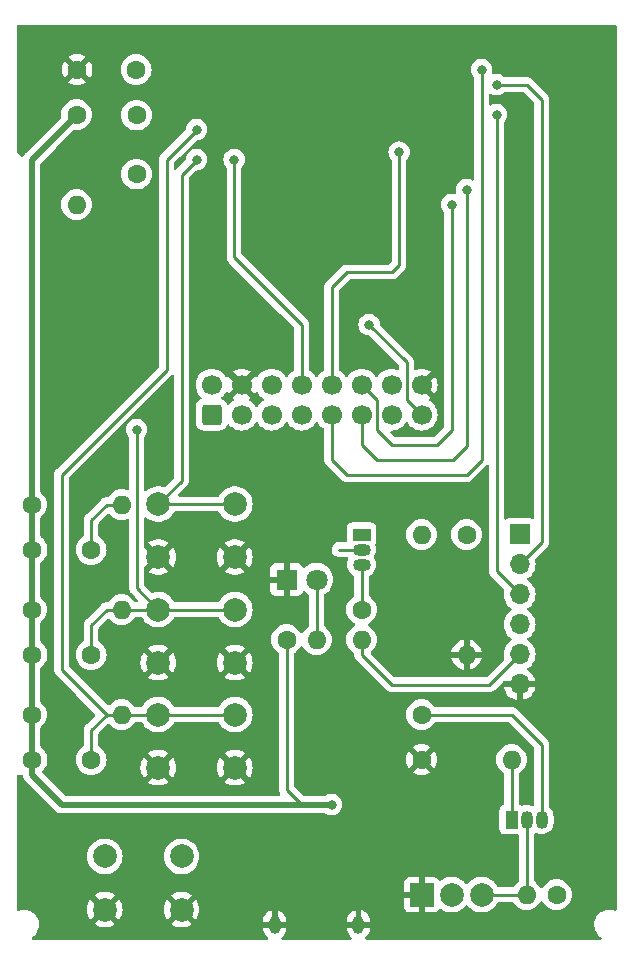
<source format=gbr>
%TF.GenerationSoftware,KiCad,Pcbnew,7.0.7*%
%TF.CreationDate,2024-10-11T15:58:01+09:00*%
%TF.ProjectId,ESP32-hub75,45535033-322d-4687-9562-37352e6b6963,rev?*%
%TF.SameCoordinates,Original*%
%TF.FileFunction,Copper,L2,Bot*%
%TF.FilePolarity,Positive*%
%FSLAX46Y46*%
G04 Gerber Fmt 4.6, Leading zero omitted, Abs format (unit mm)*
G04 Created by KiCad (PCBNEW 7.0.7) date 2024-10-11 15:58:01*
%MOMM*%
%LPD*%
G01*
G04 APERTURE LIST*
G04 Aperture macros list*
%AMRoundRect*
0 Rectangle with rounded corners*
0 $1 Rounding radius*
0 $2 $3 $4 $5 $6 $7 $8 $9 X,Y pos of 4 corners*
0 Add a 4 corners polygon primitive as box body*
4,1,4,$2,$3,$4,$5,$6,$7,$8,$9,$2,$3,0*
0 Add four circle primitives for the rounded corners*
1,1,$1+$1,$2,$3*
1,1,$1+$1,$4,$5*
1,1,$1+$1,$6,$7*
1,1,$1+$1,$8,$9*
0 Add four rect primitives between the rounded corners*
20,1,$1+$1,$2,$3,$4,$5,0*
20,1,$1+$1,$4,$5,$6,$7,0*
20,1,$1+$1,$6,$7,$8,$9,0*
20,1,$1+$1,$8,$9,$2,$3,0*%
G04 Aperture macros list end*
%TA.AperFunction,ComponentPad*%
%ADD10C,1.600000*%
%TD*%
%TA.AperFunction,ComponentPad*%
%ADD11O,1.600000X1.600000*%
%TD*%
%TA.AperFunction,ComponentPad*%
%ADD12C,2.000000*%
%TD*%
%TA.AperFunction,ComponentPad*%
%ADD13R,2.000000X2.000000*%
%TD*%
%TA.AperFunction,ComponentPad*%
%ADD14O,1.000000X1.500000*%
%TD*%
%TA.AperFunction,ComponentPad*%
%ADD15R,1.800000X1.800000*%
%TD*%
%TA.AperFunction,ComponentPad*%
%ADD16C,1.800000*%
%TD*%
%TA.AperFunction,ComponentPad*%
%ADD17RoundRect,0.250000X0.600000X-0.600000X0.600000X0.600000X-0.600000X0.600000X-0.600000X-0.600000X0*%
%TD*%
%TA.AperFunction,ComponentPad*%
%ADD18C,1.700000*%
%TD*%
%TA.AperFunction,ComponentPad*%
%ADD19R,1.700000X1.700000*%
%TD*%
%TA.AperFunction,ComponentPad*%
%ADD20O,1.700000X1.700000*%
%TD*%
%TA.AperFunction,ComponentPad*%
%ADD21R,1.500000X1.050000*%
%TD*%
%TA.AperFunction,ComponentPad*%
%ADD22O,1.500000X1.050000*%
%TD*%
%TA.AperFunction,ComponentPad*%
%ADD23R,1.050000X1.500000*%
%TD*%
%TA.AperFunction,ComponentPad*%
%ADD24O,1.050000X1.500000*%
%TD*%
%TA.AperFunction,ViaPad*%
%ADD25C,0.800000*%
%TD*%
%TA.AperFunction,Conductor*%
%ADD26C,0.500000*%
%TD*%
%TA.AperFunction,Conductor*%
%ADD27C,0.250000*%
%TD*%
G04 APERTURE END LIST*
D10*
%TO.P,R2,1*%
%TO.N,Net-(Q1-B)*%
X67310000Y-82550000D03*
D11*
%TO.P,R2,2*%
%TO.N,DTR*%
X67310000Y-85090000D03*
%TD*%
D12*
%TO.P,SW1,1,1*%
%TO.N,GND*%
X52070000Y-107950000D03*
X45570000Y-107950000D03*
%TO.P,SW1,2,2*%
%TO.N,EN*%
X52070000Y-103450000D03*
X45570000Y-103450000D03*
%TD*%
D13*
%TO.P,SW2,1,A*%
%TO.N,GND*%
X72390000Y-106680000D03*
D12*
%TO.P,SW2,2,B*%
%TO.N,Net-(SW2A-B)*%
X74930000Y-106680000D03*
%TO.P,SW2,3,C*%
%TO.N,Net-(Q2-C)*%
X77470000Y-106680000D03*
%TD*%
D10*
%TO.P,C4,1*%
%TO.N,+3V3*%
X39410000Y-86360000D03*
%TO.P,C4,2*%
%TO.N,IO34*%
X44410000Y-86360000D03*
%TD*%
%TO.P,C2,1*%
%TO.N,GND*%
X43220000Y-36830000D03*
%TO.P,C2,2*%
%TO.N,+3V3*%
X48220000Y-36830000D03*
%TD*%
D14*
%TO.P,J1,6,Shield*%
%TO.N,GND*%
X59950000Y-109220000D03*
X67050000Y-109220000D03*
%TD*%
D10*
%TO.P,R6,1*%
%TO.N,+3V3*%
X83820000Y-106680000D03*
D11*
%TO.P,R6,2*%
%TO.N,Net-(Q2-C)*%
X81280000Y-106680000D03*
%TD*%
D10*
%TO.P,C3,1*%
%TO.N,+3V3*%
X39410000Y-77470000D03*
%TO.P,C3,2*%
%TO.N,IO33*%
X44410000Y-77470000D03*
%TD*%
%TO.P,C5,1*%
%TO.N,+3V3*%
X39410000Y-95250000D03*
%TO.P,C5,2*%
%TO.N,IO35*%
X44410000Y-95250000D03*
%TD*%
D15*
%TO.P,D1,1,K*%
%TO.N,GND*%
X60960000Y-80010000D03*
D16*
%TO.P,D1,2,A*%
%TO.N,Net-(D1-A)*%
X63500000Y-80010000D03*
%TD*%
D12*
%TO.P,SW5,1,1*%
%TO.N,GND*%
X56590000Y-95940000D03*
X50090000Y-95940000D03*
%TO.P,SW5,2,2*%
%TO.N,IO35*%
X56590000Y-91440000D03*
X50090000Y-91440000D03*
%TD*%
D17*
%TO.P,J3,1,R1*%
%TO.N,IO25*%
X54610000Y-66040000D03*
D18*
%TO.P,J3,2,G1*%
%TO.N,IO26*%
X54610000Y-63500000D03*
%TO.P,J3,3,B1*%
%TO.N,IO27*%
X57150000Y-66040000D03*
%TO.P,J3,4,GND1*%
%TO.N,GND*%
X57150000Y-63500000D03*
%TO.P,J3,5,R2*%
%TO.N,IO14*%
X59690000Y-66040000D03*
%TO.P,J3,6,G2*%
%TO.N,IO12*%
X59690000Y-63500000D03*
%TO.P,J3,7,B2*%
%TO.N,IO13*%
X62230000Y-66040000D03*
%TO.P,J3,8,E*%
%TO.N,IO32*%
X62230000Y-63500000D03*
%TO.P,J3,9,A*%
%TO.N,IO23*%
X64770000Y-66040000D03*
%TO.P,J3,10,B*%
%TO.N,IO19*%
X64770000Y-63500000D03*
%TO.P,J3,11,C*%
%TO.N,IO5*%
X67310000Y-66040000D03*
%TO.P,J3,12,D*%
%TO.N,IO17*%
X67310000Y-63500000D03*
%TO.P,J3,13,CLK*%
%TO.N,IO16*%
X69850000Y-66040000D03*
%TO.P,J3,14,LAT*%
%TO.N,IO4*%
X69850000Y-63500000D03*
%TO.P,J3,15,OE*%
%TO.N,IO15*%
X72390000Y-66040000D03*
%TO.P,J3,16,GND3*%
%TO.N,GND*%
X72390000Y-63500000D03*
%TD*%
D10*
%TO.P,R7,1*%
%TO.N,+3V3*%
X39370000Y-73660000D03*
D11*
%TO.P,R7,2*%
%TO.N,IO33*%
X46990000Y-73660000D03*
%TD*%
D10*
%TO.P,R5,1*%
%TO.N,RTS*%
X76200000Y-76200000D03*
D11*
%TO.P,R5,2*%
%TO.N,GND*%
X76200000Y-86360000D03*
%TD*%
D19*
%TO.P,J2,1,RTS*%
%TO.N,RTS*%
X80690000Y-76175000D03*
D20*
%TO.P,J2,2,RXD*%
%TO.N,TX*%
X80690000Y-78715000D03*
%TO.P,J2,3,TXD*%
%TO.N,RX*%
X80690000Y-81255000D03*
%TO.P,J2,4,+5V*%
%TO.N,5V*%
X80690000Y-83795000D03*
%TO.P,J2,5,DTR*%
%TO.N,DTR*%
X80690000Y-86335000D03*
%TO.P,J2,6,GND*%
%TO.N,GND*%
X80690000Y-88875000D03*
%TD*%
D12*
%TO.P,SW3,1,1*%
%TO.N,GND*%
X56590000Y-78105000D03*
X50090000Y-78105000D03*
%TO.P,SW3,2,2*%
%TO.N,IO33*%
X56590000Y-73605000D03*
X50090000Y-73605000D03*
%TD*%
D10*
%TO.P,R1,1*%
%TO.N,+3V3*%
X43180000Y-40640000D03*
D11*
%TO.P,R1,2*%
%TO.N,EN*%
X43180000Y-48260000D03*
%TD*%
D10*
%TO.P,C1,1*%
%TO.N,+3V3*%
X48260000Y-40680000D03*
%TO.P,C1,2*%
%TO.N,EN*%
X48260000Y-45680000D03*
%TD*%
%TO.P,R4,1*%
%TO.N,GND*%
X72390000Y-95250000D03*
D11*
%TO.P,R4,2*%
%TO.N,DTR*%
X80010000Y-95250000D03*
%TD*%
D10*
%TO.P,R8,1*%
%TO.N,+3V3*%
X39370000Y-82550000D03*
D11*
%TO.P,R8,2*%
%TO.N,IO34*%
X46990000Y-82550000D03*
%TD*%
D10*
%TO.P,R10,1*%
%TO.N,+3V3*%
X60960000Y-85090000D03*
D11*
%TO.P,R10,2*%
%TO.N,Net-(D1-A)*%
X63500000Y-85090000D03*
%TD*%
D10*
%TO.P,R9,1*%
%TO.N,+3V3*%
X39370000Y-91440000D03*
D11*
%TO.P,R9,2*%
%TO.N,IO35*%
X46990000Y-91440000D03*
%TD*%
D21*
%TO.P,Q1,1,E*%
%TO.N,RTS*%
X67310000Y-76200000D03*
D22*
%TO.P,Q1,2,C*%
%TO.N,EN*%
X67310000Y-77470000D03*
%TO.P,Q1,3,B*%
%TO.N,Net-(Q1-B)*%
X67310000Y-78740000D03*
%TD*%
D12*
%TO.P,SW4,1,1*%
%TO.N,GND*%
X56590000Y-87050000D03*
X50090000Y-87050000D03*
%TO.P,SW4,2,2*%
%TO.N,IO34*%
X56590000Y-82550000D03*
X50090000Y-82550000D03*
%TD*%
D23*
%TO.P,Q2,1,E*%
%TO.N,DTR*%
X80010000Y-100330000D03*
D24*
%TO.P,Q2,2,C*%
%TO.N,Net-(Q2-C)*%
X81280000Y-100330000D03*
%TO.P,Q2,3,B*%
%TO.N,Net-(Q2-B)*%
X82550000Y-100330000D03*
%TD*%
D10*
%TO.P,R3,1*%
%TO.N,Net-(Q2-B)*%
X72390000Y-91440000D03*
D11*
%TO.P,R3,2*%
%TO.N,RTS*%
X72390000Y-76200000D03*
%TD*%
D25*
%TO.N,+3V3*%
X64770000Y-99060000D03*
%TO.N,IO32*%
X56515000Y-44450000D03*
%TO.N,GND*%
X80645000Y-48895000D03*
X80645000Y-52705000D03*
X80645000Y-73660000D03*
X80645000Y-39370000D03*
X62865000Y-53975000D03*
X51435000Y-36830000D03*
X63500000Y-59690000D03*
X66675000Y-55880000D03*
X66675000Y-60960000D03*
%TO.N,RX*%
X78740000Y-40640000D03*
%TO.N,TX*%
X78740000Y-38100000D03*
%TO.N,IO23*%
X77470000Y-36830000D03*
%TO.N,IO17*%
X74930000Y-48260000D03*
%TO.N,IO15*%
X67945000Y-58420000D03*
%TO.N,IO34*%
X48260000Y-67310000D03*
%TO.N,IO35*%
X53340000Y-41910000D03*
%TO.N,IO33*%
X53340000Y-44450000D03*
%TO.N,IO19*%
X70485000Y-43815000D03*
%TO.N,IO5*%
X76200000Y-46990000D03*
%TD*%
D26*
%TO.N,+3V3*%
X64770000Y-99060000D02*
X63500000Y-99060000D01*
X39370000Y-96520000D02*
X39370000Y-44450000D01*
D27*
X60960000Y-85090000D02*
X60960000Y-97790000D01*
D26*
X63500000Y-99060000D02*
X43180000Y-99060000D01*
X41910000Y-99060000D02*
X39370000Y-96520000D01*
D27*
X60960000Y-97790000D02*
X62230000Y-99060000D01*
D26*
X39370000Y-44450000D02*
X43180000Y-40640000D01*
X43180000Y-99060000D02*
X41910000Y-99060000D01*
D27*
%TO.N,Net-(Q2-C)*%
X81280000Y-106680000D02*
X77470000Y-106680000D01*
X81280000Y-106680000D02*
X81280000Y-100330000D01*
%TO.N,IO32*%
X56515000Y-44450000D02*
X56515000Y-52705000D01*
X62230000Y-58420000D02*
X62230000Y-63500000D01*
X56515000Y-52705000D02*
X62230000Y-58420000D01*
%TO.N,EN*%
X65405000Y-77470000D02*
X67310000Y-77470000D01*
%TO.N,RX*%
X78740000Y-40640000D02*
X78740000Y-79305000D01*
X78740000Y-79305000D02*
X80690000Y-81255000D01*
%TO.N,TX*%
X82550000Y-76855000D02*
X80690000Y-78715000D01*
X81280000Y-38100000D02*
X82550000Y-39370000D01*
X82550000Y-39370000D02*
X82550000Y-76855000D01*
X78740000Y-38100000D02*
X81280000Y-38100000D01*
%TO.N,RTS*%
X80665000Y-76200000D02*
X80690000Y-76175000D01*
%TO.N,IO23*%
X77470000Y-69850000D02*
X76200000Y-71120000D01*
X77470000Y-36830000D02*
X77470000Y-69850000D01*
X64770000Y-69850000D02*
X64770000Y-66040000D01*
X76200000Y-71120000D02*
X66040000Y-71120000D01*
X66040000Y-71120000D02*
X64770000Y-69850000D01*
%TO.N,IO17*%
X74930000Y-67310000D02*
X73660000Y-68580000D01*
X68580000Y-67310000D02*
X68580000Y-64770000D01*
X68580000Y-64770000D02*
X67310000Y-63500000D01*
X69850000Y-68580000D02*
X68580000Y-67310000D01*
X73660000Y-68580000D02*
X69850000Y-68580000D01*
X74930000Y-48260000D02*
X74930000Y-67310000D01*
%TO.N,IO15*%
X71120000Y-61595000D02*
X71120000Y-64770000D01*
X71120000Y-64770000D02*
X72390000Y-66040000D01*
X67945000Y-58420000D02*
X71120000Y-61595000D01*
%TO.N,IO34*%
X46990000Y-82550000D02*
X50090000Y-82550000D01*
X44410000Y-83860000D02*
X45720000Y-82550000D01*
X48260000Y-80720000D02*
X50090000Y-82550000D01*
X50090000Y-82550000D02*
X56590000Y-82550000D01*
X48260000Y-67310000D02*
X48260000Y-80720000D01*
X44410000Y-86360000D02*
X44410000Y-83860000D01*
X45720000Y-82550000D02*
X46990000Y-82550000D01*
%TO.N,IO35*%
X56590000Y-91440000D02*
X50090000Y-91440000D01*
X50090000Y-91440000D02*
X46990000Y-91440000D01*
X44410000Y-92750000D02*
X44410000Y-95250000D01*
X50800000Y-62230000D02*
X41910000Y-71120000D01*
X53340000Y-41910000D02*
X50800000Y-44450000D01*
X46990000Y-91440000D02*
X45720000Y-91440000D01*
X50800000Y-44450000D02*
X50800000Y-62230000D01*
X45720000Y-91440000D02*
X44410000Y-92750000D01*
X41910000Y-71120000D02*
X41910000Y-87630000D01*
X41910000Y-87630000D02*
X45720000Y-91440000D01*
%TO.N,IO33*%
X45720000Y-73660000D02*
X46990000Y-73660000D01*
X53340000Y-44450000D02*
X52070000Y-45720000D01*
X52070000Y-71625000D02*
X50090000Y-73605000D01*
X50090000Y-73605000D02*
X56590000Y-73605000D01*
X52070000Y-45720000D02*
X52070000Y-71625000D01*
X50035000Y-73660000D02*
X50090000Y-73605000D01*
X44410000Y-74970000D02*
X45720000Y-73660000D01*
X44410000Y-77470000D02*
X44410000Y-74970000D01*
%TO.N,IO19*%
X66040000Y-53975000D02*
X64770000Y-55245000D01*
X70485000Y-43815000D02*
X70485000Y-53340000D01*
X69850000Y-53975000D02*
X66040000Y-53975000D01*
X64770000Y-55245000D02*
X64770000Y-63500000D01*
X70485000Y-53340000D02*
X69850000Y-53975000D01*
%TO.N,IO5*%
X75088750Y-69850000D02*
X68580000Y-69850000D01*
X76200000Y-46990000D02*
X76200000Y-68738750D01*
X67310000Y-68580000D02*
X67310000Y-66040000D01*
X68580000Y-69850000D02*
X67310000Y-68580000D01*
X76200000Y-68738750D02*
X75088750Y-69850000D01*
%TO.N,DTR*%
X67310000Y-85090000D02*
X67310000Y-86360000D01*
X80010000Y-100330000D02*
X80010000Y-95250000D01*
X78125000Y-88900000D02*
X80690000Y-86335000D01*
X69850000Y-88900000D02*
X78125000Y-88900000D01*
X67310000Y-86360000D02*
X69850000Y-88900000D01*
%TO.N,Net-(Q1-B)*%
X67310000Y-82550000D02*
X67310000Y-78740000D01*
%TO.N,Net-(Q2-B)*%
X82550000Y-93980000D02*
X80010000Y-91440000D01*
X82550000Y-100330000D02*
X82550000Y-93980000D01*
X80010000Y-91440000D02*
X72390000Y-91440000D01*
%TO.N,Net-(D1-A)*%
X63500000Y-85090000D02*
X63500000Y-80010000D01*
%TD*%
%TA.AperFunction,Conductor*%
%TO.N,GND*%
G36*
X81036587Y-38745185D02*
G01*
X81057229Y-38761819D01*
X81888181Y-39592771D01*
X81921666Y-39654094D01*
X81924500Y-39680452D01*
X81924500Y-74755636D01*
X81904815Y-74822675D01*
X81852011Y-74868430D01*
X81782853Y-74878374D01*
X81757167Y-74871818D01*
X81647482Y-74830908D01*
X81647483Y-74830908D01*
X81587883Y-74824501D01*
X81587881Y-74824500D01*
X81587873Y-74824500D01*
X81587864Y-74824500D01*
X79792129Y-74824500D01*
X79792123Y-74824501D01*
X79732516Y-74830908D01*
X79597671Y-74881202D01*
X79597668Y-74881204D01*
X79563811Y-74906550D01*
X79498346Y-74930967D01*
X79430074Y-74916115D01*
X79380668Y-74866710D01*
X79365500Y-74807283D01*
X79365500Y-41338687D01*
X79385185Y-41271648D01*
X79397350Y-41255715D01*
X79415891Y-41235122D01*
X79472533Y-41172216D01*
X79567179Y-41008284D01*
X79625674Y-40828256D01*
X79645460Y-40640000D01*
X79625674Y-40451744D01*
X79567179Y-40271716D01*
X79472533Y-40107784D01*
X79345871Y-39967112D01*
X79345870Y-39967111D01*
X79192734Y-39855851D01*
X79192729Y-39855848D01*
X79019807Y-39778857D01*
X79019802Y-39778855D01*
X78874000Y-39747865D01*
X78834646Y-39739500D01*
X78645354Y-39739500D01*
X78612897Y-39746398D01*
X78460197Y-39778855D01*
X78460192Y-39778857D01*
X78287270Y-39855848D01*
X78281637Y-39859101D01*
X78280145Y-39856517D01*
X78226483Y-39875617D01*
X78158441Y-39859739D01*
X78109785Y-39809595D01*
X78095500Y-39751814D01*
X78095500Y-38988185D01*
X78115185Y-38921146D01*
X78167989Y-38875391D01*
X78237147Y-38865447D01*
X78280373Y-38883087D01*
X78281637Y-38880899D01*
X78287270Y-38884151D01*
X78460192Y-38961142D01*
X78460197Y-38961144D01*
X78645354Y-39000500D01*
X78645355Y-39000500D01*
X78834644Y-39000500D01*
X78834646Y-39000500D01*
X79019803Y-38961144D01*
X79192730Y-38884151D01*
X79345871Y-38772888D01*
X79348788Y-38769647D01*
X79351600Y-38766526D01*
X79411087Y-38729879D01*
X79443748Y-38725500D01*
X80969548Y-38725500D01*
X81036587Y-38745185D01*
G37*
%TD.AperFunction*%
%TA.AperFunction,Conductor*%
G36*
X57752470Y-63749363D02*
G01*
X57758949Y-63755396D01*
X58264925Y-64261373D01*
X58318119Y-64185405D01*
X58372696Y-64141781D01*
X58442195Y-64134588D01*
X58504549Y-64166110D01*
X58521269Y-64185405D01*
X58651505Y-64371401D01*
X58651506Y-64371402D01*
X58818597Y-64538493D01*
X58818603Y-64538498D01*
X59004158Y-64668425D01*
X59047783Y-64723002D01*
X59054977Y-64792500D01*
X59023454Y-64854855D01*
X59004158Y-64871575D01*
X58818597Y-65001505D01*
X58651505Y-65168597D01*
X58521575Y-65354158D01*
X58466998Y-65397783D01*
X58397500Y-65404977D01*
X58335145Y-65373454D01*
X58318425Y-65354158D01*
X58188494Y-65168597D01*
X58021402Y-65001506D01*
X58021401Y-65001505D01*
X57835405Y-64871269D01*
X57791781Y-64816692D01*
X57784588Y-64747193D01*
X57816110Y-64684839D01*
X57835405Y-64668119D01*
X57911373Y-64614925D01*
X57409116Y-64112669D01*
X57375631Y-64051346D01*
X57380615Y-63981655D01*
X57417640Y-63932193D01*
X57416398Y-63930759D01*
X57423100Y-63924952D01*
X57531761Y-63830798D01*
X57566954Y-63776037D01*
X57619755Y-63730283D01*
X57688914Y-63720339D01*
X57752470Y-63749363D01*
G37*
%TD.AperFunction*%
%TA.AperFunction,Conductor*%
G36*
X56672064Y-63726894D02*
G01*
X56727998Y-63768765D01*
X56733039Y-63776025D01*
X56733048Y-63776039D01*
X56768239Y-63830798D01*
X56883602Y-63930759D01*
X56881293Y-63933422D01*
X56916006Y-63973499D01*
X56925935Y-64042660D01*
X56896898Y-64106210D01*
X56890882Y-64112669D01*
X56388625Y-64614925D01*
X56464594Y-64668119D01*
X56508219Y-64722696D01*
X56515413Y-64792194D01*
X56483890Y-64854549D01*
X56464595Y-64871269D01*
X56278594Y-65001508D01*
X56111503Y-65168599D01*
X56110349Y-65169975D01*
X56109688Y-65170414D01*
X56107676Y-65172427D01*
X56107271Y-65172022D01*
X56052173Y-65208671D01*
X55982312Y-65209772D01*
X55922946Y-65172928D01*
X55897663Y-65129265D01*
X55894814Y-65120666D01*
X55802712Y-64971344D01*
X55678656Y-64847288D01*
X55569263Y-64779814D01*
X55529336Y-64755187D01*
X55529331Y-64755185D01*
X55529215Y-64755146D01*
X55520733Y-64752336D01*
X55463290Y-64712564D01*
X55436467Y-64648048D01*
X55448782Y-64579272D01*
X55477767Y-64542517D01*
X55477573Y-64542323D01*
X55479219Y-64540676D01*
X55480040Y-64539636D01*
X55481388Y-64538504D01*
X55481401Y-64538495D01*
X55648495Y-64371401D01*
X55778732Y-64185403D01*
X55833307Y-64141780D01*
X55902805Y-64134586D01*
X55965160Y-64166109D01*
X55981880Y-64185405D01*
X56035073Y-64261373D01*
X56541050Y-63755395D01*
X56602373Y-63721910D01*
X56672064Y-63726894D01*
G37*
%TD.AperFunction*%
%TA.AperFunction,Conductor*%
G36*
X88843039Y-33039685D02*
G01*
X88888794Y-33092489D01*
X88900000Y-33144000D01*
X88900000Y-107943667D01*
X88880315Y-108010706D01*
X88827511Y-108056461D01*
X88758353Y-108066405D01*
X88732430Y-108059760D01*
X88599025Y-108009692D01*
X88377550Y-107969500D01*
X88377547Y-107969500D01*
X88208845Y-107969500D01*
X88170399Y-107972960D01*
X88040813Y-107984622D01*
X88040807Y-107984623D01*
X87823839Y-108044503D01*
X87823826Y-108044508D01*
X87621033Y-108142167D01*
X87621025Y-108142171D01*
X87438927Y-108274473D01*
X87438925Y-108274474D01*
X87283366Y-108437176D01*
X87159363Y-108625033D01*
X87070899Y-108832004D01*
X87070895Y-108832017D01*
X87020810Y-109051457D01*
X87020808Y-109051468D01*
X87010710Y-109276325D01*
X87010710Y-109276330D01*
X87040925Y-109499387D01*
X87040926Y-109499390D01*
X87110483Y-109713465D01*
X87217146Y-109911678D01*
X87217148Y-109911681D01*
X87357489Y-110087663D01*
X87357491Y-110087664D01*
X87357492Y-110087666D01*
X87527004Y-110235765D01*
X87566819Y-110259553D01*
X87614272Y-110310835D01*
X87626467Y-110379632D01*
X87599532Y-110444101D01*
X87542018Y-110483774D01*
X87503219Y-110490000D01*
X67737172Y-110490000D01*
X67670133Y-110470315D01*
X67624378Y-110417511D01*
X67614434Y-110348353D01*
X67643459Y-110284797D01*
X67661274Y-110267942D01*
X67665262Y-110264855D01*
X67812668Y-110124735D01*
X67812669Y-110124733D01*
X67928856Y-109957804D01*
X68009059Y-109770907D01*
X68050000Y-109571690D01*
X68050000Y-109470000D01*
X67474000Y-109470000D01*
X67406961Y-109450315D01*
X67361206Y-109397511D01*
X67350000Y-109346000D01*
X67350000Y-109094000D01*
X67369685Y-109026961D01*
X67422489Y-108981206D01*
X67474000Y-108970000D01*
X68050000Y-108970000D01*
X68050000Y-108919286D01*
X68034581Y-108767661D01*
X67973700Y-108573618D01*
X67973695Y-108573608D01*
X67874994Y-108395784D01*
X67874994Y-108395783D01*
X67742521Y-108241469D01*
X67742520Y-108241468D01*
X67581695Y-108116981D01*
X67399093Y-108027411D01*
X67300000Y-108001753D01*
X67300000Y-108565021D01*
X67280315Y-108632060D01*
X67227511Y-108677815D01*
X67158353Y-108687759D01*
X67142066Y-108684287D01*
X67078162Y-108666105D01*
X67078162Y-108666104D01*
X66966475Y-108676454D01*
X66957931Y-108678885D01*
X66888064Y-108678297D01*
X66829606Y-108640028D01*
X66801118Y-108576230D01*
X66800000Y-108559618D01*
X66800000Y-107996633D01*
X66798053Y-107996931D01*
X66798047Y-107996933D01*
X66607342Y-108067562D01*
X66607335Y-108067565D01*
X66434732Y-108175149D01*
X66287331Y-108315264D01*
X66287330Y-108315266D01*
X66171143Y-108482195D01*
X66090940Y-108669092D01*
X66050000Y-108868309D01*
X66050000Y-108970000D01*
X66626000Y-108970000D01*
X66693039Y-108989685D01*
X66738794Y-109042489D01*
X66750000Y-109094000D01*
X66750000Y-109346000D01*
X66730315Y-109413039D01*
X66677511Y-109458794D01*
X66626000Y-109470000D01*
X66050000Y-109470000D01*
X66050000Y-109520713D01*
X66065418Y-109672338D01*
X66126299Y-109866381D01*
X66126304Y-109866391D01*
X66225005Y-110044215D01*
X66225005Y-110044216D01*
X66357478Y-110198530D01*
X66357479Y-110198531D01*
X66447154Y-110267944D01*
X66488118Y-110324545D01*
X66491979Y-110394308D01*
X66457509Y-110455083D01*
X66395654Y-110487575D01*
X66371253Y-110490000D01*
X60637172Y-110490000D01*
X60570133Y-110470315D01*
X60524378Y-110417511D01*
X60514434Y-110348353D01*
X60543459Y-110284797D01*
X60561274Y-110267942D01*
X60565262Y-110264855D01*
X60712668Y-110124735D01*
X60712669Y-110124733D01*
X60828856Y-109957804D01*
X60909059Y-109770907D01*
X60950000Y-109571690D01*
X60950000Y-109470000D01*
X60374000Y-109470000D01*
X60306961Y-109450315D01*
X60261206Y-109397511D01*
X60250000Y-109346000D01*
X60250000Y-109094000D01*
X60269685Y-109026961D01*
X60322489Y-108981206D01*
X60374000Y-108970000D01*
X60950000Y-108970000D01*
X60950000Y-108919286D01*
X60934581Y-108767661D01*
X60873700Y-108573618D01*
X60873695Y-108573608D01*
X60774994Y-108395784D01*
X60774994Y-108395783D01*
X60642521Y-108241469D01*
X60642520Y-108241468D01*
X60481695Y-108116981D01*
X60299093Y-108027411D01*
X60199999Y-108001753D01*
X60199999Y-108565021D01*
X60180314Y-108632061D01*
X60127510Y-108677815D01*
X60058352Y-108687759D01*
X60042065Y-108684287D01*
X59978162Y-108666104D01*
X59866475Y-108676454D01*
X59857931Y-108678885D01*
X59788064Y-108678297D01*
X59729606Y-108640028D01*
X59701118Y-108576230D01*
X59700000Y-108559618D01*
X59699999Y-107996633D01*
X59698053Y-107996931D01*
X59698047Y-107996933D01*
X59507342Y-108067562D01*
X59507335Y-108067565D01*
X59334732Y-108175149D01*
X59187331Y-108315264D01*
X59187330Y-108315266D01*
X59071143Y-108482195D01*
X58990940Y-108669092D01*
X58950000Y-108868309D01*
X58950000Y-108970000D01*
X59526000Y-108970000D01*
X59593039Y-108989685D01*
X59638794Y-109042489D01*
X59650000Y-109094000D01*
X59650000Y-109346000D01*
X59630315Y-109413039D01*
X59577511Y-109458794D01*
X59526000Y-109470000D01*
X58950000Y-109470000D01*
X58950000Y-109520713D01*
X58965418Y-109672338D01*
X59026299Y-109866381D01*
X59026304Y-109866391D01*
X59125005Y-110044215D01*
X59125005Y-110044216D01*
X59257478Y-110198530D01*
X59257479Y-110198531D01*
X59347154Y-110267944D01*
X59388118Y-110324545D01*
X59391979Y-110394308D01*
X59357509Y-110455083D01*
X59295654Y-110487575D01*
X59271253Y-110490000D01*
X39496105Y-110490000D01*
X39429066Y-110470315D01*
X39383311Y-110417511D01*
X39373367Y-110348353D01*
X39402392Y-110284797D01*
X39423220Y-110265682D01*
X39515646Y-110198530D01*
X39561078Y-110165522D01*
X39716632Y-110002825D01*
X39840635Y-109814968D01*
X39929103Y-109607988D01*
X39979191Y-109388537D01*
X39989290Y-109163670D01*
X39959075Y-108940613D01*
X39889517Y-108726536D01*
X39782852Y-108528319D01*
X39723284Y-108453623D01*
X39642510Y-108352336D01*
X39642508Y-108352334D01*
X39472996Y-108204235D01*
X39279764Y-108088785D01*
X39138730Y-108035854D01*
X39069023Y-108009692D01*
X38847550Y-107969500D01*
X38847547Y-107969500D01*
X38678845Y-107969500D01*
X38640399Y-107972960D01*
X38510813Y-107984622D01*
X38510807Y-107984623D01*
X38293832Y-108044505D01*
X38277801Y-108052226D01*
X38208859Y-108063577D01*
X38144725Y-108035854D01*
X38105760Y-107977859D01*
X38101465Y-107950005D01*
X44064859Y-107950005D01*
X44085385Y-108197729D01*
X44085387Y-108197738D01*
X44146412Y-108438717D01*
X44246266Y-108666364D01*
X44346564Y-108819882D01*
X44921482Y-108244964D01*
X44982805Y-108211479D01*
X45052496Y-108216463D01*
X45108430Y-108258334D01*
X45111514Y-108263249D01*
X45111549Y-108263225D01*
X45116441Y-108270156D01*
X45219637Y-108380651D01*
X45219638Y-108380652D01*
X45254698Y-108401973D01*
X45301749Y-108453623D01*
X45313407Y-108522513D01*
X45285970Y-108586770D01*
X45277950Y-108595601D01*
X44699942Y-109173609D01*
X44746768Y-109210055D01*
X44746770Y-109210056D01*
X44965385Y-109328364D01*
X44965396Y-109328369D01*
X45200506Y-109409083D01*
X45445707Y-109450000D01*
X45694293Y-109450000D01*
X45939493Y-109409083D01*
X46174603Y-109328369D01*
X46174614Y-109328364D01*
X46393228Y-109210057D01*
X46393231Y-109210055D01*
X46440056Y-109173609D01*
X45863165Y-108596718D01*
X45829680Y-108535395D01*
X45834664Y-108465703D01*
X45872588Y-108412853D01*
X45975739Y-108328934D01*
X46026052Y-108257655D01*
X46080793Y-108214239D01*
X46150318Y-108207310D01*
X46212553Y-108239068D01*
X46215037Y-108241484D01*
X46793434Y-108819882D01*
X46893731Y-108666369D01*
X46993587Y-108438717D01*
X47054612Y-108197738D01*
X47054614Y-108197729D01*
X47075141Y-107950005D01*
X50564859Y-107950005D01*
X50585385Y-108197729D01*
X50585387Y-108197738D01*
X50646412Y-108438717D01*
X50746266Y-108666364D01*
X50846564Y-108819882D01*
X51421482Y-108244964D01*
X51482805Y-108211479D01*
X51552496Y-108216463D01*
X51608430Y-108258334D01*
X51611514Y-108263249D01*
X51611549Y-108263225D01*
X51616441Y-108270156D01*
X51719637Y-108380651D01*
X51719638Y-108380652D01*
X51754698Y-108401973D01*
X51801749Y-108453623D01*
X51813407Y-108522513D01*
X51785970Y-108586770D01*
X51777950Y-108595601D01*
X51199942Y-109173609D01*
X51246768Y-109210055D01*
X51246770Y-109210056D01*
X51465385Y-109328364D01*
X51465396Y-109328369D01*
X51700506Y-109409083D01*
X51945707Y-109450000D01*
X52194293Y-109450000D01*
X52439493Y-109409083D01*
X52674603Y-109328369D01*
X52674614Y-109328364D01*
X52893228Y-109210057D01*
X52893231Y-109210055D01*
X52940056Y-109173609D01*
X52363165Y-108596718D01*
X52329680Y-108535395D01*
X52334664Y-108465703D01*
X52372588Y-108412853D01*
X52475739Y-108328934D01*
X52526052Y-108257655D01*
X52580793Y-108214239D01*
X52650318Y-108207310D01*
X52712553Y-108239068D01*
X52715037Y-108241484D01*
X53293434Y-108819882D01*
X53393731Y-108666369D01*
X53493587Y-108438717D01*
X53554612Y-108197738D01*
X53554614Y-108197729D01*
X53575141Y-107950005D01*
X53575141Y-107949994D01*
X53556733Y-107727844D01*
X70890000Y-107727844D01*
X70896401Y-107787372D01*
X70896403Y-107787379D01*
X70946645Y-107922086D01*
X70946649Y-107922093D01*
X71032809Y-108037187D01*
X71032812Y-108037190D01*
X71147906Y-108123350D01*
X71147913Y-108123354D01*
X71282620Y-108173596D01*
X71282627Y-108173598D01*
X71342155Y-108179999D01*
X71342172Y-108180000D01*
X72140000Y-108180000D01*
X72140000Y-107292301D01*
X72159685Y-107225262D01*
X72212489Y-107179507D01*
X72281647Y-107169563D01*
X72354237Y-107180000D01*
X72354238Y-107180000D01*
X72425762Y-107180000D01*
X72425763Y-107180000D01*
X72498353Y-107169563D01*
X72567512Y-107179507D01*
X72620315Y-107225262D01*
X72640000Y-107292301D01*
X72640000Y-108180000D01*
X73437828Y-108180000D01*
X73437844Y-108179999D01*
X73497372Y-108173598D01*
X73497379Y-108173596D01*
X73632086Y-108123354D01*
X73632093Y-108123350D01*
X73747187Y-108037190D01*
X73747190Y-108037187D01*
X73833350Y-107922093D01*
X73837604Y-107914304D01*
X73840816Y-107916057D01*
X73872183Y-107874029D01*
X73937612Y-107849517D01*
X74005906Y-107864269D01*
X74022795Y-107875330D01*
X74106491Y-107940474D01*
X74160126Y-107969500D01*
X74312990Y-108052226D01*
X74325190Y-108058828D01*
X74560386Y-108139571D01*
X74805665Y-108180500D01*
X75054335Y-108180500D01*
X75299614Y-108139571D01*
X75534810Y-108058828D01*
X75753509Y-107940474D01*
X75949744Y-107787738D01*
X76108771Y-107614988D01*
X76168657Y-107578999D01*
X76238495Y-107581099D01*
X76291228Y-107614988D01*
X76450256Y-107787738D01*
X76646491Y-107940474D01*
X76700126Y-107969500D01*
X76852990Y-108052226D01*
X76865190Y-108058828D01*
X77100386Y-108139571D01*
X77345665Y-108180500D01*
X77594335Y-108180500D01*
X77839614Y-108139571D01*
X78074810Y-108058828D01*
X78293509Y-107940474D01*
X78489744Y-107787738D01*
X78658164Y-107604785D01*
X78794173Y-107396607D01*
X78794175Y-107396603D01*
X78801595Y-107379689D01*
X78846551Y-107326203D01*
X78913287Y-107305514D01*
X78915150Y-107305500D01*
X80065812Y-107305500D01*
X80132851Y-107325185D01*
X80167387Y-107358377D01*
X80279954Y-107519141D01*
X80440858Y-107680045D01*
X80440861Y-107680047D01*
X80627266Y-107810568D01*
X80833504Y-107906739D01*
X81053308Y-107965635D01*
X81215230Y-107979801D01*
X81279998Y-107985468D01*
X81280000Y-107985468D01*
X81280002Y-107985468D01*
X81336673Y-107980509D01*
X81506692Y-107965635D01*
X81726496Y-107906739D01*
X81932734Y-107810568D01*
X82119139Y-107680047D01*
X82280047Y-107519139D01*
X82410568Y-107332734D01*
X82437618Y-107274724D01*
X82483790Y-107222285D01*
X82550983Y-107203133D01*
X82617865Y-107223348D01*
X82662382Y-107274725D01*
X82689429Y-107332728D01*
X82689432Y-107332734D01*
X82819954Y-107519141D01*
X82980858Y-107680045D01*
X82980861Y-107680047D01*
X83167266Y-107810568D01*
X83373504Y-107906739D01*
X83593308Y-107965635D01*
X83755230Y-107979801D01*
X83819998Y-107985468D01*
X83820000Y-107985468D01*
X83820002Y-107985468D01*
X83876673Y-107980509D01*
X84046692Y-107965635D01*
X84266496Y-107906739D01*
X84472734Y-107810568D01*
X84659139Y-107680047D01*
X84820047Y-107519139D01*
X84950568Y-107332734D01*
X85046739Y-107126496D01*
X85105635Y-106906692D01*
X85125468Y-106680000D01*
X85105635Y-106453308D01*
X85046739Y-106233504D01*
X84950568Y-106027266D01*
X84820047Y-105840861D01*
X84820045Y-105840858D01*
X84659141Y-105679954D01*
X84472734Y-105549432D01*
X84472732Y-105549431D01*
X84266497Y-105453261D01*
X84266488Y-105453258D01*
X84046697Y-105394366D01*
X84046693Y-105394365D01*
X84046692Y-105394365D01*
X84046691Y-105394364D01*
X84046686Y-105394364D01*
X83820002Y-105374532D01*
X83819998Y-105374532D01*
X83593313Y-105394364D01*
X83593302Y-105394366D01*
X83373511Y-105453258D01*
X83373502Y-105453261D01*
X83167267Y-105549431D01*
X83167265Y-105549432D01*
X82980858Y-105679954D01*
X82819954Y-105840858D01*
X82689432Y-106027265D01*
X82689431Y-106027267D01*
X82662382Y-106085275D01*
X82616209Y-106137714D01*
X82549016Y-106156866D01*
X82482135Y-106136650D01*
X82437618Y-106085275D01*
X82429422Y-106067698D01*
X82410568Y-106027266D01*
X82280047Y-105840861D01*
X82280045Y-105840858D01*
X82119140Y-105679953D01*
X81958377Y-105567386D01*
X81914752Y-105512809D01*
X81905500Y-105465811D01*
X81905500Y-101580191D01*
X81925185Y-101513152D01*
X81977989Y-101467397D01*
X82047147Y-101457453D01*
X82087949Y-101470831D01*
X82155659Y-101507023D01*
X82348967Y-101565662D01*
X82550000Y-101585462D01*
X82751033Y-101565662D01*
X82944341Y-101507023D01*
X83122494Y-101411798D01*
X83278647Y-101283647D01*
X83406798Y-101127494D01*
X83502023Y-100949341D01*
X83560662Y-100756033D01*
X83575500Y-100605380D01*
X83575500Y-100054620D01*
X83560662Y-99903967D01*
X83502023Y-99710659D01*
X83502021Y-99710656D01*
X83502021Y-99710654D01*
X83406801Y-99532511D01*
X83406799Y-99532509D01*
X83406798Y-99532506D01*
X83367824Y-99485016D01*
X83278647Y-99376352D01*
X83220835Y-99328907D01*
X83181501Y-99271161D01*
X83175500Y-99233054D01*
X83175500Y-94062737D01*
X83177224Y-94047123D01*
X83176938Y-94047096D01*
X83177672Y-94039333D01*
X83175500Y-93970202D01*
X83175500Y-93940651D01*
X83175500Y-93940650D01*
X83174629Y-93933759D01*
X83174172Y-93927945D01*
X83172709Y-93881374D01*
X83172709Y-93881372D01*
X83167120Y-93862137D01*
X83163174Y-93843084D01*
X83160664Y-93823208D01*
X83143501Y-93779859D01*
X83141614Y-93774346D01*
X83128617Y-93729610D01*
X83128616Y-93729608D01*
X83118421Y-93712369D01*
X83109860Y-93694893D01*
X83102486Y-93676269D01*
X83102486Y-93676267D01*
X83092474Y-93662488D01*
X83075083Y-93638550D01*
X83071900Y-93633705D01*
X83048170Y-93593579D01*
X83048165Y-93593573D01*
X83034005Y-93579413D01*
X83021370Y-93564620D01*
X83009593Y-93548412D01*
X82973693Y-93518713D01*
X82969381Y-93514790D01*
X80510802Y-91056212D01*
X80500980Y-91043950D01*
X80500759Y-91044134D01*
X80495786Y-91038123D01*
X80445364Y-90990773D01*
X80434919Y-90980328D01*
X80424475Y-90969883D01*
X80418986Y-90965625D01*
X80414561Y-90961847D01*
X80380582Y-90929938D01*
X80380580Y-90929936D01*
X80380577Y-90929935D01*
X80363029Y-90920288D01*
X80346763Y-90909604D01*
X80330933Y-90897325D01*
X80288168Y-90878818D01*
X80282922Y-90876248D01*
X80242093Y-90853803D01*
X80242092Y-90853802D01*
X80222693Y-90848822D01*
X80204281Y-90842518D01*
X80185898Y-90834562D01*
X80185892Y-90834560D01*
X80139874Y-90827272D01*
X80134152Y-90826087D01*
X80089021Y-90814500D01*
X80089019Y-90814500D01*
X80068984Y-90814500D01*
X80049586Y-90812973D01*
X80042162Y-90811797D01*
X80029805Y-90809840D01*
X80029804Y-90809840D01*
X79983416Y-90814225D01*
X79977578Y-90814500D01*
X73604188Y-90814500D01*
X73537149Y-90794815D01*
X73502613Y-90761623D01*
X73390045Y-90600858D01*
X73229141Y-90439954D01*
X73042734Y-90309432D01*
X73042732Y-90309431D01*
X72836497Y-90213261D01*
X72836488Y-90213258D01*
X72616697Y-90154366D01*
X72616693Y-90154365D01*
X72616692Y-90154365D01*
X72616691Y-90154364D01*
X72616686Y-90154364D01*
X72390002Y-90134532D01*
X72389998Y-90134532D01*
X72163313Y-90154364D01*
X72163302Y-90154366D01*
X71943511Y-90213258D01*
X71943502Y-90213261D01*
X71737267Y-90309431D01*
X71737265Y-90309432D01*
X71550858Y-90439954D01*
X71389954Y-90600858D01*
X71259432Y-90787265D01*
X71259431Y-90787267D01*
X71163261Y-90993502D01*
X71163258Y-90993511D01*
X71104366Y-91213302D01*
X71104364Y-91213313D01*
X71084532Y-91439998D01*
X71084532Y-91440001D01*
X71104364Y-91666686D01*
X71104366Y-91666697D01*
X71163258Y-91886488D01*
X71163261Y-91886497D01*
X71259431Y-92092732D01*
X71259432Y-92092734D01*
X71389954Y-92279141D01*
X71550858Y-92440045D01*
X71550861Y-92440047D01*
X71737266Y-92570568D01*
X71943504Y-92666739D01*
X72163308Y-92725635D01*
X72325230Y-92739801D01*
X72389998Y-92745468D01*
X72390000Y-92745468D01*
X72390002Y-92745468D01*
X72446673Y-92740509D01*
X72616692Y-92725635D01*
X72836496Y-92666739D01*
X73042734Y-92570568D01*
X73229139Y-92440047D01*
X73390047Y-92279139D01*
X73487690Y-92139689D01*
X73502613Y-92118377D01*
X73557189Y-92074752D01*
X73604188Y-92065500D01*
X79699548Y-92065500D01*
X79766587Y-92085185D01*
X79787229Y-92101819D01*
X81888181Y-94202771D01*
X81921666Y-94264094D01*
X81924500Y-94290452D01*
X81924499Y-99079807D01*
X81904814Y-99146846D01*
X81852010Y-99192601D01*
X81782852Y-99202545D01*
X81742046Y-99189166D01*
X81674341Y-99152977D01*
X81481031Y-99094337D01*
X81280000Y-99074538D01*
X81078968Y-99094337D01*
X80940959Y-99136202D01*
X80885659Y-99152977D01*
X80885658Y-99152977D01*
X80884575Y-99153306D01*
X80814708Y-99153929D01*
X80785618Y-99139529D01*
X80785114Y-99140454D01*
X80777328Y-99136202D01*
X80716167Y-99113391D01*
X80660233Y-99071520D01*
X80635816Y-99006056D01*
X80635500Y-98997209D01*
X80635500Y-96464188D01*
X80655185Y-96397149D01*
X80688377Y-96362613D01*
X80736836Y-96328681D01*
X80849139Y-96250047D01*
X81010047Y-96089139D01*
X81140568Y-95902734D01*
X81236739Y-95696496D01*
X81295635Y-95476692D01*
X81315468Y-95250000D01*
X81295635Y-95023308D01*
X81236739Y-94803504D01*
X81140568Y-94597266D01*
X81010047Y-94410861D01*
X81010045Y-94410858D01*
X80849141Y-94249954D01*
X80662734Y-94119432D01*
X80662732Y-94119431D01*
X80456497Y-94023261D01*
X80456488Y-94023258D01*
X80236697Y-93964366D01*
X80236693Y-93964365D01*
X80236692Y-93964365D01*
X80236691Y-93964364D01*
X80236686Y-93964364D01*
X80010002Y-93944532D01*
X80009998Y-93944532D01*
X79783313Y-93964364D01*
X79783302Y-93964366D01*
X79563511Y-94023258D01*
X79563502Y-94023261D01*
X79357267Y-94119431D01*
X79357265Y-94119432D01*
X79170858Y-94249954D01*
X79009954Y-94410858D01*
X78879432Y-94597265D01*
X78879431Y-94597267D01*
X78783261Y-94803502D01*
X78783258Y-94803511D01*
X78724366Y-95023302D01*
X78724364Y-95023313D01*
X78704532Y-95249998D01*
X78704532Y-95250001D01*
X78724364Y-95476686D01*
X78724366Y-95476697D01*
X78783258Y-95696488D01*
X78783261Y-95696497D01*
X78879431Y-95902732D01*
X78879432Y-95902734D01*
X79009954Y-96089141D01*
X79170858Y-96250045D01*
X79331623Y-96362613D01*
X79375248Y-96417189D01*
X79384500Y-96464188D01*
X79384500Y-98997209D01*
X79364815Y-99064248D01*
X79312011Y-99110003D01*
X79303833Y-99113391D01*
X79242671Y-99136202D01*
X79242664Y-99136206D01*
X79127455Y-99222452D01*
X79127452Y-99222455D01*
X79041206Y-99337664D01*
X79041202Y-99337671D01*
X78990908Y-99472517D01*
X78984501Y-99532116D01*
X78984500Y-99532135D01*
X78984500Y-101127870D01*
X78984501Y-101127876D01*
X78990908Y-101187483D01*
X79041202Y-101322328D01*
X79041206Y-101322335D01*
X79127452Y-101437544D01*
X79127455Y-101437547D01*
X79242664Y-101523793D01*
X79242671Y-101523797D01*
X79377517Y-101574091D01*
X79377516Y-101574091D01*
X79384444Y-101574835D01*
X79437127Y-101580500D01*
X80530500Y-101580499D01*
X80597539Y-101600184D01*
X80643294Y-101652987D01*
X80654500Y-101704499D01*
X80654500Y-105465811D01*
X80634815Y-105532850D01*
X80601623Y-105567386D01*
X80440859Y-105679953D01*
X80279954Y-105840858D01*
X80167387Y-106001623D01*
X80112811Y-106045248D01*
X80065812Y-106054500D01*
X78915150Y-106054500D01*
X78848111Y-106034815D01*
X78802356Y-105982011D01*
X78801595Y-105980311D01*
X78794175Y-105963396D01*
X78658166Y-105755217D01*
X78544879Y-105632155D01*
X78489744Y-105572262D01*
X78293509Y-105419526D01*
X78293507Y-105419525D01*
X78293506Y-105419524D01*
X78074811Y-105301172D01*
X78074802Y-105301169D01*
X77839616Y-105220429D01*
X77594335Y-105179500D01*
X77345665Y-105179500D01*
X77100383Y-105220429D01*
X76865197Y-105301169D01*
X76865188Y-105301172D01*
X76646493Y-105419524D01*
X76450255Y-105572262D01*
X76450252Y-105572265D01*
X76291228Y-105745010D01*
X76231341Y-105781001D01*
X76161503Y-105778900D01*
X76108770Y-105745011D01*
X75949744Y-105572262D01*
X75753509Y-105419526D01*
X75753507Y-105419525D01*
X75753506Y-105419524D01*
X75534811Y-105301172D01*
X75534802Y-105301169D01*
X75299616Y-105220429D01*
X75054335Y-105179500D01*
X74805665Y-105179500D01*
X74560383Y-105220429D01*
X74325197Y-105301169D01*
X74325188Y-105301172D01*
X74121955Y-105411157D01*
X74106491Y-105419526D01*
X74063152Y-105453258D01*
X74022800Y-105484665D01*
X73957805Y-105510307D01*
X73889265Y-105496740D01*
X73838941Y-105448271D01*
X73837709Y-105445638D01*
X73837604Y-105445696D01*
X73833350Y-105437906D01*
X73747190Y-105322812D01*
X73747187Y-105322809D01*
X73632093Y-105236649D01*
X73632086Y-105236645D01*
X73497379Y-105186403D01*
X73497372Y-105186401D01*
X73437844Y-105180000D01*
X72640000Y-105180000D01*
X72640000Y-106067698D01*
X72620315Y-106134737D01*
X72567511Y-106180492D01*
X72498355Y-106190436D01*
X72425766Y-106180000D01*
X72425763Y-106180000D01*
X72354237Y-106180000D01*
X72354233Y-106180000D01*
X72281645Y-106190436D01*
X72212487Y-106180492D01*
X72159684Y-106134736D01*
X72140000Y-106067698D01*
X72140000Y-105180000D01*
X71342155Y-105180000D01*
X71282627Y-105186401D01*
X71282620Y-105186403D01*
X71147913Y-105236645D01*
X71147906Y-105236649D01*
X71032812Y-105322809D01*
X71032809Y-105322812D01*
X70946649Y-105437906D01*
X70946645Y-105437913D01*
X70896403Y-105572620D01*
X70896401Y-105572627D01*
X70890000Y-105632155D01*
X70890000Y-106430000D01*
X71776653Y-106430000D01*
X71843692Y-106449685D01*
X71889447Y-106502489D01*
X71899391Y-106571647D01*
X71895631Y-106588933D01*
X71890000Y-106608111D01*
X71890000Y-106751888D01*
X71895631Y-106771067D01*
X71895630Y-106840936D01*
X71857855Y-106899714D01*
X71794299Y-106928738D01*
X71776653Y-106930000D01*
X70890000Y-106930000D01*
X70890000Y-107727844D01*
X53556733Y-107727844D01*
X53554614Y-107702270D01*
X53554612Y-107702261D01*
X53493587Y-107461282D01*
X53393731Y-107233630D01*
X53293434Y-107080116D01*
X52718517Y-107655034D01*
X52657194Y-107688519D01*
X52587502Y-107683535D01*
X52531569Y-107641663D01*
X52528486Y-107636750D01*
X52528451Y-107636775D01*
X52523558Y-107629843D01*
X52468661Y-107571064D01*
X52420362Y-107519348D01*
X52385300Y-107498026D01*
X52338248Y-107446374D01*
X52326591Y-107377484D01*
X52354029Y-107313227D01*
X52362048Y-107304397D01*
X52940056Y-106726389D01*
X52893229Y-106689943D01*
X52674614Y-106571635D01*
X52674603Y-106571630D01*
X52439493Y-106490916D01*
X52194293Y-106450000D01*
X51945707Y-106450000D01*
X51700506Y-106490916D01*
X51465396Y-106571630D01*
X51465390Y-106571632D01*
X51246761Y-106689949D01*
X51199942Y-106726388D01*
X51199942Y-106726390D01*
X51776833Y-107303280D01*
X51810318Y-107364603D01*
X51805334Y-107434294D01*
X51767408Y-107487148D01*
X51664262Y-107571064D01*
X51664258Y-107571069D01*
X51613947Y-107642343D01*
X51559204Y-107685760D01*
X51489679Y-107692689D01*
X51427444Y-107660930D01*
X51424962Y-107658515D01*
X50846564Y-107080116D01*
X50746267Y-107233632D01*
X50646412Y-107461282D01*
X50585387Y-107702261D01*
X50585385Y-107702270D01*
X50564859Y-107949994D01*
X50564859Y-107950005D01*
X47075141Y-107950005D01*
X47075141Y-107949994D01*
X47054614Y-107702270D01*
X47054612Y-107702261D01*
X46993587Y-107461282D01*
X46893731Y-107233630D01*
X46793434Y-107080116D01*
X46218517Y-107655034D01*
X46157194Y-107688519D01*
X46087502Y-107683535D01*
X46031569Y-107641663D01*
X46028486Y-107636750D01*
X46028451Y-107636775D01*
X46023558Y-107629843D01*
X45968661Y-107571064D01*
X45920362Y-107519348D01*
X45885300Y-107498026D01*
X45838248Y-107446374D01*
X45826591Y-107377484D01*
X45854029Y-107313227D01*
X45862048Y-107304397D01*
X46440056Y-106726389D01*
X46393229Y-106689943D01*
X46174614Y-106571635D01*
X46174603Y-106571630D01*
X45939493Y-106490916D01*
X45694293Y-106450000D01*
X45445707Y-106450000D01*
X45200506Y-106490916D01*
X44965396Y-106571630D01*
X44965390Y-106571632D01*
X44746761Y-106689949D01*
X44699942Y-106726388D01*
X44699942Y-106726390D01*
X45276833Y-107303280D01*
X45310318Y-107364603D01*
X45305334Y-107434294D01*
X45267408Y-107487148D01*
X45164262Y-107571064D01*
X45164258Y-107571069D01*
X45113947Y-107642343D01*
X45059204Y-107685760D01*
X44989679Y-107692689D01*
X44927444Y-107660930D01*
X44924962Y-107658515D01*
X44346564Y-107080116D01*
X44246267Y-107233632D01*
X44146412Y-107461282D01*
X44085387Y-107702261D01*
X44085385Y-107702270D01*
X44064859Y-107949994D01*
X44064859Y-107950005D01*
X38101465Y-107950005D01*
X38100000Y-107940505D01*
X38100000Y-103450005D01*
X44064357Y-103450005D01*
X44084890Y-103697812D01*
X44084892Y-103697824D01*
X44145936Y-103938881D01*
X44245826Y-104166606D01*
X44381833Y-104374782D01*
X44381836Y-104374785D01*
X44550256Y-104557738D01*
X44746491Y-104710474D01*
X44965190Y-104828828D01*
X45200386Y-104909571D01*
X45445665Y-104950500D01*
X45694335Y-104950500D01*
X45939614Y-104909571D01*
X46174810Y-104828828D01*
X46393509Y-104710474D01*
X46589744Y-104557738D01*
X46758164Y-104374785D01*
X46894173Y-104166607D01*
X46994063Y-103938881D01*
X47055108Y-103697821D01*
X47075643Y-103450005D01*
X50564357Y-103450005D01*
X50584890Y-103697812D01*
X50584892Y-103697824D01*
X50645936Y-103938881D01*
X50745826Y-104166606D01*
X50881833Y-104374782D01*
X50881836Y-104374785D01*
X51050256Y-104557738D01*
X51246491Y-104710474D01*
X51465190Y-104828828D01*
X51700386Y-104909571D01*
X51945665Y-104950500D01*
X52194335Y-104950500D01*
X52439614Y-104909571D01*
X52674810Y-104828828D01*
X52893509Y-104710474D01*
X53089744Y-104557738D01*
X53258164Y-104374785D01*
X53394173Y-104166607D01*
X53494063Y-103938881D01*
X53555108Y-103697821D01*
X53575643Y-103450000D01*
X53555108Y-103202179D01*
X53494063Y-102961119D01*
X53394173Y-102733393D01*
X53394172Y-102733393D01*
X53258166Y-102525217D01*
X53236557Y-102501744D01*
X53089744Y-102342262D01*
X52893509Y-102189526D01*
X52893507Y-102189525D01*
X52893506Y-102189524D01*
X52674811Y-102071172D01*
X52674802Y-102071169D01*
X52439616Y-101990429D01*
X52194335Y-101949500D01*
X51945665Y-101949500D01*
X51700383Y-101990429D01*
X51465197Y-102071169D01*
X51465188Y-102071172D01*
X51246493Y-102189524D01*
X51050257Y-102342261D01*
X50881833Y-102525217D01*
X50745826Y-102733393D01*
X50645936Y-102961118D01*
X50584892Y-103202175D01*
X50584890Y-103202187D01*
X50564357Y-103449994D01*
X50564357Y-103450005D01*
X47075643Y-103450005D01*
X47075643Y-103450000D01*
X47055108Y-103202179D01*
X46994063Y-102961119D01*
X46894173Y-102733393D01*
X46894172Y-102733393D01*
X46758166Y-102525217D01*
X46736557Y-102501744D01*
X46589744Y-102342262D01*
X46393509Y-102189526D01*
X46393507Y-102189525D01*
X46393506Y-102189524D01*
X46174811Y-102071172D01*
X46174802Y-102071169D01*
X45939616Y-101990429D01*
X45694335Y-101949500D01*
X45445665Y-101949500D01*
X45200383Y-101990429D01*
X44965197Y-102071169D01*
X44965188Y-102071172D01*
X44746493Y-102189524D01*
X44550257Y-102342261D01*
X44381833Y-102525217D01*
X44245826Y-102733393D01*
X44145936Y-102961118D01*
X44084892Y-103202175D01*
X44084890Y-103202187D01*
X44064357Y-103449994D01*
X44064357Y-103450005D01*
X38100000Y-103450005D01*
X38100000Y-96644000D01*
X38119685Y-96576961D01*
X38172489Y-96531206D01*
X38224000Y-96520000D01*
X38503008Y-96520000D01*
X38570047Y-96539685D01*
X38615802Y-96592489D01*
X38626536Y-96633193D01*
X38630000Y-96672792D01*
X38631461Y-96679867D01*
X38631403Y-96679878D01*
X38633034Y-96687237D01*
X38633092Y-96687224D01*
X38634757Y-96694250D01*
X38661025Y-96766424D01*
X38685185Y-96839331D01*
X38688236Y-96845874D01*
X38688182Y-96845898D01*
X38691470Y-96852688D01*
X38691521Y-96852663D01*
X38694761Y-96859113D01*
X38694762Y-96859114D01*
X38694763Y-96859117D01*
X38736965Y-96923282D01*
X38736965Y-96923283D01*
X38777287Y-96988655D01*
X38781766Y-96994319D01*
X38781719Y-96994356D01*
X38786482Y-97000202D01*
X38786528Y-97000164D01*
X38791173Y-97005700D01*
X38847018Y-97058386D01*
X41334267Y-99545634D01*
X41346048Y-99559266D01*
X41360390Y-99578530D01*
X41400420Y-99612119D01*
X41404392Y-99615759D01*
X41410223Y-99621590D01*
X41435939Y-99641923D01*
X41494786Y-99691302D01*
X41494788Y-99691303D01*
X41500823Y-99695272D01*
X41500789Y-99695322D01*
X41507144Y-99699370D01*
X41507177Y-99699318D01*
X41513319Y-99703107D01*
X41513323Y-99703110D01*
X41577182Y-99732888D01*
X41582914Y-99735561D01*
X41651558Y-99770036D01*
X41651561Y-99770037D01*
X41651567Y-99770040D01*
X41651572Y-99770041D01*
X41658355Y-99772510D01*
X41658334Y-99772567D01*
X41665451Y-99775040D01*
X41665470Y-99774984D01*
X41672330Y-99777257D01*
X41747531Y-99792784D01*
X41747532Y-99792784D01*
X41822279Y-99810500D01*
X41822288Y-99810500D01*
X41829452Y-99811338D01*
X41829445Y-99811397D01*
X41836946Y-99812163D01*
X41836952Y-99812104D01*
X41844140Y-99812733D01*
X41844143Y-99812732D01*
X41844144Y-99812733D01*
X41920898Y-99810500D01*
X43092279Y-99810500D01*
X63412279Y-99810500D01*
X64230663Y-99810500D01*
X64297702Y-99830185D01*
X64303548Y-99834182D01*
X64317265Y-99844148D01*
X64317270Y-99844151D01*
X64490192Y-99921142D01*
X64490197Y-99921144D01*
X64675354Y-99960500D01*
X64675355Y-99960500D01*
X64864644Y-99960500D01*
X64864646Y-99960500D01*
X65049803Y-99921144D01*
X65222730Y-99844151D01*
X65375871Y-99732888D01*
X65502533Y-99592216D01*
X65597179Y-99428284D01*
X65655674Y-99248256D01*
X65675460Y-99060000D01*
X65655674Y-98871744D01*
X65597179Y-98691716D01*
X65502533Y-98527784D01*
X65375871Y-98387112D01*
X65375870Y-98387111D01*
X65222734Y-98275851D01*
X65222729Y-98275848D01*
X65049807Y-98198857D01*
X65049802Y-98198855D01*
X64904001Y-98167865D01*
X64864646Y-98159500D01*
X64675354Y-98159500D01*
X64642897Y-98166398D01*
X64490197Y-98198855D01*
X64490192Y-98198857D01*
X64317270Y-98275848D01*
X64317265Y-98275851D01*
X64303548Y-98285818D01*
X64237742Y-98309298D01*
X64230663Y-98309500D01*
X62415453Y-98309500D01*
X62348414Y-98289815D01*
X62327772Y-98273181D01*
X61621819Y-97567227D01*
X61588334Y-97505904D01*
X61585500Y-97479546D01*
X61585500Y-95250002D01*
X71085034Y-95250002D01*
X71104858Y-95476599D01*
X71104860Y-95476610D01*
X71163730Y-95696317D01*
X71163734Y-95696326D01*
X71259865Y-95902481D01*
X71259866Y-95902483D01*
X71310973Y-95975471D01*
X71310973Y-95975472D01*
X71852580Y-95433865D01*
X71913903Y-95400380D01*
X71983594Y-95405364D01*
X72039528Y-95447235D01*
X72050742Y-95465246D01*
X72050949Y-95465651D01*
X72062358Y-95488044D01*
X72062363Y-95488050D01*
X72151949Y-95577636D01*
X72151951Y-95577637D01*
X72151955Y-95577641D01*
X72174747Y-95589254D01*
X72225542Y-95637228D01*
X72242337Y-95705049D01*
X72219799Y-95771184D01*
X72206132Y-95787419D01*
X71664526Y-96329025D01*
X71664526Y-96329026D01*
X71737512Y-96380131D01*
X71737516Y-96380133D01*
X71943673Y-96476265D01*
X71943682Y-96476269D01*
X72163389Y-96535139D01*
X72163400Y-96535141D01*
X72389998Y-96554966D01*
X72390002Y-96554966D01*
X72616599Y-96535141D01*
X72616610Y-96535139D01*
X72836317Y-96476269D01*
X72836331Y-96476264D01*
X73042478Y-96380136D01*
X73115472Y-96329025D01*
X72573866Y-95787419D01*
X72540381Y-95726096D01*
X72545365Y-95656404D01*
X72587237Y-95600471D01*
X72605245Y-95589258D01*
X72628045Y-95577641D01*
X72717641Y-95488045D01*
X72729254Y-95465252D01*
X72777225Y-95414458D01*
X72845046Y-95397661D01*
X72911181Y-95420197D01*
X72927419Y-95433866D01*
X73469025Y-95975472D01*
X73520136Y-95902478D01*
X73616264Y-95696331D01*
X73616269Y-95696317D01*
X73675139Y-95476610D01*
X73675141Y-95476599D01*
X73694966Y-95250002D01*
X73694966Y-95249997D01*
X73675141Y-95023400D01*
X73675139Y-95023389D01*
X73616269Y-94803682D01*
X73616265Y-94803673D01*
X73520133Y-94597516D01*
X73520131Y-94597512D01*
X73469026Y-94524526D01*
X73469025Y-94524526D01*
X72927419Y-95066132D01*
X72866096Y-95099617D01*
X72796404Y-95094633D01*
X72740471Y-95052761D01*
X72729256Y-95034751D01*
X72717641Y-95011955D01*
X72717637Y-95011951D01*
X72717636Y-95011949D01*
X72628050Y-94922363D01*
X72628044Y-94922358D01*
X72618109Y-94917296D01*
X72605250Y-94910744D01*
X72554456Y-94862773D01*
X72537660Y-94794952D01*
X72560197Y-94728817D01*
X72573865Y-94712580D01*
X73115472Y-94170973D01*
X73042483Y-94119866D01*
X73042481Y-94119865D01*
X72836326Y-94023734D01*
X72836317Y-94023730D01*
X72616610Y-93964860D01*
X72616599Y-93964858D01*
X72390002Y-93945034D01*
X72389998Y-93945034D01*
X72163400Y-93964858D01*
X72163389Y-93964860D01*
X71943682Y-94023730D01*
X71943673Y-94023734D01*
X71737513Y-94119868D01*
X71664526Y-94170973D01*
X72206133Y-94712580D01*
X72239618Y-94773903D01*
X72234634Y-94843595D01*
X72192762Y-94899528D01*
X72174748Y-94910745D01*
X72151956Y-94922358D01*
X72151949Y-94922363D01*
X72062363Y-95011949D01*
X72062358Y-95011956D01*
X72050745Y-95034748D01*
X72002770Y-95085544D01*
X71934949Y-95102338D01*
X71868814Y-95079800D01*
X71852580Y-95066133D01*
X71310973Y-94524526D01*
X71259868Y-94597513D01*
X71163734Y-94803673D01*
X71163730Y-94803682D01*
X71104860Y-95023389D01*
X71104858Y-95023400D01*
X71085034Y-95249997D01*
X71085034Y-95250002D01*
X61585500Y-95250002D01*
X61585500Y-86304188D01*
X61605185Y-86237149D01*
X61638377Y-86202613D01*
X61737364Y-86133302D01*
X61799139Y-86090047D01*
X61960047Y-85929139D01*
X62090568Y-85742734D01*
X62117618Y-85684724D01*
X62163790Y-85632285D01*
X62230983Y-85613133D01*
X62297865Y-85633348D01*
X62342382Y-85684725D01*
X62369429Y-85742728D01*
X62369432Y-85742734D01*
X62499954Y-85929141D01*
X62660858Y-86090045D01*
X62675148Y-86100051D01*
X62847266Y-86220568D01*
X63053504Y-86316739D01*
X63273308Y-86375635D01*
X63435230Y-86389801D01*
X63499998Y-86395468D01*
X63500000Y-86395468D01*
X63500002Y-86395468D01*
X63556672Y-86390509D01*
X63726692Y-86375635D01*
X63946496Y-86316739D01*
X64152734Y-86220568D01*
X64339139Y-86090047D01*
X64500047Y-85929139D01*
X64630568Y-85742734D01*
X64726739Y-85536496D01*
X64785635Y-85316692D01*
X64805468Y-85090000D01*
X64785635Y-84863308D01*
X64740916Y-84696415D01*
X64726741Y-84643511D01*
X64726738Y-84643502D01*
X64657618Y-84495275D01*
X64630568Y-84437266D01*
X64500047Y-84250861D01*
X64500045Y-84250858D01*
X64339140Y-84089953D01*
X64178377Y-83977386D01*
X64134752Y-83922809D01*
X64125500Y-83875811D01*
X64125500Y-81337814D01*
X64145185Y-81270775D01*
X64190483Y-81228759D01*
X64199200Y-81224041D01*
X64268626Y-81186470D01*
X64451784Y-81043913D01*
X64608979Y-80873153D01*
X64735924Y-80678849D01*
X64829157Y-80466300D01*
X64886134Y-80241305D01*
X64888189Y-80216505D01*
X64905300Y-80010006D01*
X64905300Y-80009993D01*
X64886135Y-79778702D01*
X64886133Y-79778691D01*
X64829157Y-79553699D01*
X64735924Y-79341151D01*
X64608983Y-79146852D01*
X64608980Y-79146849D01*
X64608979Y-79146847D01*
X64451784Y-78976087D01*
X64451779Y-78976083D01*
X64451777Y-78976081D01*
X64268634Y-78833535D01*
X64268628Y-78833531D01*
X64064504Y-78723064D01*
X64064495Y-78723061D01*
X63844984Y-78647702D01*
X63644268Y-78614209D01*
X63616049Y-78609500D01*
X63383951Y-78609500D01*
X63355732Y-78614209D01*
X63155015Y-78647702D01*
X62935504Y-78723061D01*
X62935495Y-78723064D01*
X62731371Y-78833531D01*
X62731365Y-78833535D01*
X62548222Y-78976081D01*
X62548215Y-78976087D01*
X62539484Y-78985572D01*
X62479595Y-79021561D01*
X62409757Y-79019458D01*
X62352143Y-78979932D01*
X62332075Y-78944918D01*
X62303355Y-78867915D01*
X62303350Y-78867906D01*
X62217190Y-78752812D01*
X62217187Y-78752809D01*
X62102093Y-78666649D01*
X62102086Y-78666645D01*
X61967379Y-78616403D01*
X61967372Y-78616401D01*
X61907844Y-78610000D01*
X61210000Y-78610000D01*
X61210000Y-79448178D01*
X61190315Y-79515217D01*
X61137511Y-79560972D01*
X61068353Y-79570916D01*
X61049454Y-79566670D01*
X61027829Y-79560000D01*
X61027827Y-79560000D01*
X60926276Y-79560000D01*
X60926268Y-79560000D01*
X60852481Y-79571122D01*
X60783256Y-79561649D01*
X60730143Y-79516254D01*
X60710003Y-79449350D01*
X60710000Y-79448507D01*
X60710000Y-78610000D01*
X60012155Y-78610000D01*
X59952627Y-78616401D01*
X59952620Y-78616403D01*
X59817913Y-78666645D01*
X59817906Y-78666649D01*
X59702812Y-78752809D01*
X59702809Y-78752812D01*
X59616649Y-78867906D01*
X59616645Y-78867913D01*
X59566403Y-79002620D01*
X59566401Y-79002627D01*
X59560000Y-79062155D01*
X59560000Y-79760000D01*
X60399997Y-79760000D01*
X60467036Y-79779685D01*
X60512791Y-79832489D01*
X60522735Y-79901647D01*
X60520888Y-79911592D01*
X60506189Y-79975992D01*
X60506189Y-79975993D01*
X60517021Y-80120532D01*
X60514920Y-80120689D01*
X60511405Y-80178139D01*
X60470110Y-80234499D01*
X60404899Y-80259587D01*
X60394784Y-80260000D01*
X59560000Y-80260000D01*
X59560000Y-80957844D01*
X59566401Y-81017372D01*
X59566403Y-81017379D01*
X59616645Y-81152086D01*
X59616649Y-81152093D01*
X59702809Y-81267187D01*
X59702812Y-81267190D01*
X59817906Y-81353350D01*
X59817913Y-81353354D01*
X59952620Y-81403596D01*
X59952627Y-81403598D01*
X60012155Y-81409999D01*
X60012172Y-81410000D01*
X60710000Y-81410000D01*
X60710000Y-80571821D01*
X60729685Y-80504782D01*
X60782489Y-80459027D01*
X60851647Y-80449083D01*
X60870547Y-80453329D01*
X60892173Y-80460000D01*
X60993723Y-80460000D01*
X60993724Y-80460000D01*
X61067519Y-80448877D01*
X61136742Y-80458350D01*
X61189857Y-80503744D01*
X61209997Y-80570648D01*
X61210000Y-80571492D01*
X61210000Y-81410000D01*
X61907828Y-81410000D01*
X61907844Y-81409999D01*
X61967372Y-81403598D01*
X61967379Y-81403596D01*
X62102086Y-81353354D01*
X62102093Y-81353350D01*
X62217187Y-81267190D01*
X62217190Y-81267187D01*
X62303350Y-81152093D01*
X62303355Y-81152084D01*
X62332075Y-81075081D01*
X62373945Y-81019147D01*
X62439409Y-80994729D01*
X62507682Y-81009580D01*
X62539484Y-81034428D01*
X62548216Y-81043913D01*
X62548219Y-81043915D01*
X62548222Y-81043918D01*
X62731365Y-81186464D01*
X62731371Y-81186468D01*
X62731374Y-81186470D01*
X62796063Y-81221478D01*
X62809517Y-81228759D01*
X62859107Y-81277979D01*
X62874499Y-81337814D01*
X62874500Y-83875811D01*
X62854815Y-83942850D01*
X62821623Y-83977386D01*
X62660859Y-84089953D01*
X62499954Y-84250858D01*
X62369432Y-84437265D01*
X62369431Y-84437267D01*
X62342382Y-84495275D01*
X62296209Y-84547714D01*
X62229016Y-84566866D01*
X62162135Y-84546650D01*
X62117618Y-84495275D01*
X62090568Y-84437266D01*
X61960047Y-84250861D01*
X61960045Y-84250858D01*
X61799141Y-84089954D01*
X61612734Y-83959432D01*
X61612732Y-83959431D01*
X61406497Y-83863261D01*
X61406488Y-83863258D01*
X61186697Y-83804366D01*
X61186693Y-83804365D01*
X61186692Y-83804365D01*
X61186691Y-83804364D01*
X61186686Y-83804364D01*
X60960002Y-83784532D01*
X60959998Y-83784532D01*
X60733313Y-83804364D01*
X60733302Y-83804366D01*
X60513511Y-83863258D01*
X60513502Y-83863261D01*
X60307267Y-83959431D01*
X60307265Y-83959432D01*
X60120858Y-84089954D01*
X59959954Y-84250858D01*
X59829432Y-84437265D01*
X59829431Y-84437267D01*
X59733261Y-84643502D01*
X59733258Y-84643511D01*
X59674366Y-84863302D01*
X59674364Y-84863313D01*
X59654532Y-85089998D01*
X59654532Y-85090001D01*
X59674364Y-85316686D01*
X59674366Y-85316697D01*
X59733258Y-85536488D01*
X59733261Y-85536497D01*
X59829431Y-85742732D01*
X59829432Y-85742734D01*
X59959954Y-85929141D01*
X60120858Y-86090045D01*
X60281623Y-86202613D01*
X60325248Y-86257189D01*
X60334500Y-86304188D01*
X60334500Y-97707255D01*
X60332775Y-97722872D01*
X60333061Y-97722899D01*
X60332326Y-97730665D01*
X60334500Y-97799814D01*
X60334500Y-97829343D01*
X60334501Y-97829360D01*
X60335368Y-97836231D01*
X60335826Y-97842050D01*
X60337290Y-97888624D01*
X60337291Y-97888627D01*
X60342880Y-97907867D01*
X60346824Y-97926911D01*
X60349336Y-97946791D01*
X60366490Y-97990119D01*
X60368382Y-97995647D01*
X60381381Y-98040388D01*
X60391580Y-98057634D01*
X60400138Y-98075103D01*
X60407514Y-98093732D01*
X60421234Y-98112616D01*
X60444713Y-98178423D01*
X60428887Y-98246476D01*
X60378780Y-98295170D01*
X60320915Y-98309500D01*
X42272229Y-98309500D01*
X42205190Y-98289815D01*
X42184548Y-98273181D01*
X40292958Y-96381590D01*
X40259473Y-96320267D01*
X40264457Y-96250575D01*
X40292956Y-96206229D01*
X40410047Y-96089139D01*
X40540568Y-95902734D01*
X40636739Y-95696496D01*
X40695635Y-95476692D01*
X40715468Y-95250000D01*
X40695635Y-95023308D01*
X40636739Y-94803504D01*
X40540568Y-94597266D01*
X40410047Y-94410861D01*
X40249139Y-94249953D01*
X40173376Y-94196903D01*
X40129751Y-94142326D01*
X40120500Y-94095328D01*
X40120500Y-92566662D01*
X40140185Y-92499623D01*
X40173379Y-92465086D01*
X40209140Y-92440046D01*
X40370045Y-92279141D01*
X40370045Y-92279140D01*
X40370047Y-92279139D01*
X40500568Y-92092734D01*
X40596739Y-91886496D01*
X40655635Y-91666692D01*
X40675468Y-91440000D01*
X40675467Y-91439994D01*
X40655635Y-91213313D01*
X40655635Y-91213308D01*
X40596739Y-90993504D01*
X40500568Y-90787266D01*
X40370047Y-90600861D01*
X40209139Y-90439953D01*
X40204373Y-90436615D01*
X40173375Y-90414910D01*
X40129751Y-90360332D01*
X40120500Y-90313336D01*
X40120500Y-87514670D01*
X40140185Y-87447631D01*
X40173375Y-87413096D01*
X40249139Y-87360047D01*
X40410047Y-87199139D01*
X40540568Y-87012734D01*
X40636739Y-86806496D01*
X40695635Y-86586692D01*
X40715468Y-86360000D01*
X40695635Y-86133308D01*
X40636739Y-85913504D01*
X40540568Y-85707266D01*
X40430450Y-85550000D01*
X40410048Y-85520862D01*
X40352783Y-85463597D01*
X40249139Y-85359953D01*
X40173376Y-85306903D01*
X40129751Y-85252326D01*
X40120500Y-85205328D01*
X40120500Y-83676662D01*
X40140185Y-83609623D01*
X40173379Y-83575086D01*
X40195507Y-83559592D01*
X40209139Y-83550047D01*
X40370047Y-83389139D01*
X40500568Y-83202734D01*
X40596739Y-82996496D01*
X40655635Y-82776692D01*
X40675468Y-82550000D01*
X40675467Y-82549994D01*
X40655635Y-82323313D01*
X40655635Y-82323308D01*
X40603453Y-82128562D01*
X40596741Y-82103511D01*
X40596738Y-82103502D01*
X40590630Y-82090404D01*
X40500568Y-81897266D01*
X40435307Y-81804063D01*
X40370048Y-81710862D01*
X40370044Y-81710858D01*
X40209139Y-81549953D01*
X40204373Y-81546615D01*
X40173375Y-81524910D01*
X40129751Y-81470332D01*
X40120500Y-81423336D01*
X40120500Y-78624670D01*
X40140185Y-78557631D01*
X40173375Y-78523096D01*
X40249139Y-78470047D01*
X40410047Y-78309139D01*
X40540568Y-78122734D01*
X40636739Y-77916496D01*
X40695635Y-77696692D01*
X40715468Y-77470000D01*
X40714540Y-77459397D01*
X40698423Y-77275174D01*
X40695635Y-77243308D01*
X40646045Y-77058235D01*
X40636741Y-77023511D01*
X40636738Y-77023502D01*
X40627975Y-77004709D01*
X40540568Y-76817266D01*
X40472812Y-76720500D01*
X40410048Y-76630862D01*
X40384186Y-76605000D01*
X40249139Y-76469953D01*
X40173376Y-76416903D01*
X40129751Y-76362326D01*
X40120500Y-76315328D01*
X40120500Y-74786662D01*
X40140185Y-74719623D01*
X40173379Y-74685086D01*
X40209140Y-74660046D01*
X40370045Y-74499141D01*
X40370047Y-74499139D01*
X40500568Y-74312734D01*
X40596739Y-74106496D01*
X40655635Y-73886692D01*
X40675468Y-73660000D01*
X40655635Y-73433308D01*
X40596739Y-73213504D01*
X40500568Y-73007266D01*
X40370047Y-72820861D01*
X40209139Y-72659953D01*
X40204373Y-72656615D01*
X40173375Y-72634910D01*
X40129751Y-72580332D01*
X40120500Y-72533336D01*
X40120500Y-71100195D01*
X41279840Y-71100195D01*
X41284225Y-71146583D01*
X41284500Y-71152421D01*
X41284500Y-87547255D01*
X41282775Y-87562872D01*
X41283061Y-87562899D01*
X41282326Y-87570665D01*
X41284500Y-87639814D01*
X41284500Y-87669343D01*
X41284501Y-87669360D01*
X41285368Y-87676231D01*
X41285826Y-87682050D01*
X41287290Y-87728624D01*
X41287291Y-87728627D01*
X41292880Y-87747867D01*
X41296824Y-87766911D01*
X41299336Y-87786791D01*
X41316490Y-87830119D01*
X41318382Y-87835647D01*
X41331381Y-87880388D01*
X41341580Y-87897634D01*
X41350138Y-87915103D01*
X41357514Y-87933732D01*
X41384898Y-87971423D01*
X41388106Y-87976307D01*
X41411827Y-88016416D01*
X41411833Y-88016424D01*
X41425990Y-88030580D01*
X41438628Y-88045376D01*
X41450405Y-88061586D01*
X41450406Y-88061587D01*
X41486309Y-88091288D01*
X41490620Y-88095210D01*
X43141492Y-89746082D01*
X44747728Y-91352318D01*
X44781213Y-91413641D01*
X44776229Y-91483333D01*
X44747728Y-91527680D01*
X44026208Y-92249199D01*
X44013951Y-92259020D01*
X44014134Y-92259241D01*
X44008123Y-92264213D01*
X43960772Y-92314636D01*
X43939889Y-92335519D01*
X43939877Y-92335532D01*
X43935621Y-92341017D01*
X43931837Y-92345447D01*
X43899937Y-92379418D01*
X43899936Y-92379420D01*
X43890284Y-92396976D01*
X43879610Y-92413226D01*
X43867329Y-92429061D01*
X43867324Y-92429068D01*
X43848815Y-92471838D01*
X43846245Y-92477084D01*
X43823803Y-92517906D01*
X43818822Y-92537307D01*
X43812521Y-92555710D01*
X43804562Y-92574102D01*
X43804561Y-92574105D01*
X43797271Y-92620127D01*
X43796087Y-92625846D01*
X43784501Y-92670972D01*
X43784500Y-92670982D01*
X43784500Y-92691016D01*
X43782973Y-92710415D01*
X43779840Y-92730194D01*
X43779840Y-92730195D01*
X43784225Y-92776583D01*
X43784500Y-92782421D01*
X43784500Y-94035811D01*
X43764815Y-94102850D01*
X43731623Y-94137386D01*
X43570859Y-94249953D01*
X43409954Y-94410858D01*
X43279432Y-94597265D01*
X43279431Y-94597267D01*
X43183261Y-94803502D01*
X43183258Y-94803511D01*
X43124366Y-95023302D01*
X43124364Y-95023313D01*
X43104532Y-95249998D01*
X43104532Y-95250001D01*
X43124364Y-95476686D01*
X43124366Y-95476697D01*
X43183258Y-95696488D01*
X43183261Y-95696497D01*
X43279431Y-95902732D01*
X43279432Y-95902734D01*
X43409954Y-96089141D01*
X43570858Y-96250045D01*
X43570861Y-96250047D01*
X43757266Y-96380568D01*
X43963504Y-96476739D01*
X44183308Y-96535635D01*
X44345230Y-96549801D01*
X44409998Y-96555468D01*
X44410000Y-96555468D01*
X44410002Y-96555468D01*
X44466673Y-96550509D01*
X44636692Y-96535635D01*
X44856496Y-96476739D01*
X45062734Y-96380568D01*
X45249139Y-96250047D01*
X45410047Y-96089139D01*
X45514471Y-95940005D01*
X48584859Y-95940005D01*
X48605385Y-96187729D01*
X48605387Y-96187738D01*
X48666412Y-96428717D01*
X48766266Y-96656364D01*
X48866564Y-96809882D01*
X49441482Y-96234964D01*
X49502805Y-96201479D01*
X49572496Y-96206463D01*
X49628430Y-96248334D01*
X49631514Y-96253249D01*
X49631549Y-96253225D01*
X49636441Y-96260156D01*
X49700761Y-96329025D01*
X49739638Y-96370652D01*
X49774698Y-96391973D01*
X49821749Y-96443623D01*
X49833407Y-96512513D01*
X49805970Y-96576770D01*
X49797950Y-96585601D01*
X49219942Y-97163609D01*
X49266768Y-97200055D01*
X49266770Y-97200056D01*
X49485385Y-97318364D01*
X49485396Y-97318369D01*
X49720506Y-97399083D01*
X49965707Y-97440000D01*
X50214293Y-97440000D01*
X50459493Y-97399083D01*
X50694603Y-97318369D01*
X50694614Y-97318364D01*
X50913228Y-97200057D01*
X50913231Y-97200055D01*
X50960056Y-97163609D01*
X50383165Y-96586718D01*
X50349680Y-96525395D01*
X50354664Y-96455703D01*
X50392588Y-96402853D01*
X50495739Y-96318934D01*
X50546052Y-96247655D01*
X50600793Y-96204239D01*
X50670318Y-96197310D01*
X50732553Y-96229068D01*
X50735037Y-96231484D01*
X51313434Y-96809882D01*
X51413731Y-96656369D01*
X51513587Y-96428717D01*
X51574612Y-96187738D01*
X51574614Y-96187729D01*
X51595141Y-95940005D01*
X55084859Y-95940005D01*
X55105385Y-96187729D01*
X55105387Y-96187738D01*
X55166412Y-96428717D01*
X55266266Y-96656364D01*
X55366564Y-96809882D01*
X55941482Y-96234964D01*
X56002805Y-96201479D01*
X56072496Y-96206463D01*
X56128430Y-96248334D01*
X56131514Y-96253249D01*
X56131549Y-96253225D01*
X56136441Y-96260156D01*
X56200761Y-96329025D01*
X56239638Y-96370652D01*
X56274698Y-96391973D01*
X56321749Y-96443623D01*
X56333407Y-96512513D01*
X56305970Y-96576770D01*
X56297950Y-96585601D01*
X55719942Y-97163609D01*
X55766768Y-97200055D01*
X55766770Y-97200056D01*
X55985385Y-97318364D01*
X55985396Y-97318369D01*
X56220506Y-97399083D01*
X56465707Y-97440000D01*
X56714293Y-97440000D01*
X56959493Y-97399083D01*
X57194603Y-97318369D01*
X57194614Y-97318364D01*
X57413228Y-97200057D01*
X57413231Y-97200055D01*
X57460056Y-97163609D01*
X56883165Y-96586718D01*
X56849680Y-96525395D01*
X56854664Y-96455703D01*
X56892588Y-96402853D01*
X56995739Y-96318934D01*
X57046052Y-96247655D01*
X57100793Y-96204239D01*
X57170318Y-96197310D01*
X57232553Y-96229068D01*
X57235037Y-96231484D01*
X57813434Y-96809882D01*
X57913731Y-96656369D01*
X58013587Y-96428717D01*
X58074612Y-96187738D01*
X58074614Y-96187729D01*
X58095141Y-95940005D01*
X58095141Y-95939994D01*
X58074614Y-95692270D01*
X58074612Y-95692261D01*
X58013587Y-95451282D01*
X57913731Y-95223630D01*
X57813434Y-95070116D01*
X57238517Y-95645034D01*
X57177194Y-95678519D01*
X57107502Y-95673535D01*
X57051569Y-95631663D01*
X57048486Y-95626750D01*
X57048451Y-95626775D01*
X57043558Y-95619843D01*
X56988661Y-95561064D01*
X56940362Y-95509348D01*
X56905331Y-95488045D01*
X56905300Y-95488026D01*
X56858248Y-95436374D01*
X56846591Y-95367484D01*
X56874029Y-95303227D01*
X56882048Y-95294397D01*
X57460056Y-94716389D01*
X57413229Y-94679943D01*
X57194614Y-94561635D01*
X57194603Y-94561630D01*
X56959493Y-94480916D01*
X56714293Y-94440000D01*
X56465707Y-94440000D01*
X56220506Y-94480916D01*
X55985396Y-94561630D01*
X55985390Y-94561632D01*
X55766761Y-94679949D01*
X55719942Y-94716388D01*
X55719942Y-94716390D01*
X56296833Y-95293280D01*
X56330318Y-95354603D01*
X56325334Y-95424294D01*
X56287408Y-95477148D01*
X56184262Y-95561064D01*
X56184258Y-95561069D01*
X56133947Y-95632343D01*
X56079204Y-95675760D01*
X56009679Y-95682689D01*
X55947444Y-95650930D01*
X55944962Y-95648515D01*
X55366564Y-95070116D01*
X55266267Y-95223632D01*
X55166412Y-95451282D01*
X55105387Y-95692261D01*
X55105385Y-95692270D01*
X55084859Y-95939994D01*
X55084859Y-95940005D01*
X51595141Y-95940005D01*
X51595141Y-95939994D01*
X51574614Y-95692270D01*
X51574612Y-95692261D01*
X51513587Y-95451282D01*
X51413731Y-95223630D01*
X51313434Y-95070116D01*
X50738517Y-95645034D01*
X50677194Y-95678519D01*
X50607502Y-95673535D01*
X50551569Y-95631663D01*
X50548486Y-95626750D01*
X50548451Y-95626775D01*
X50543558Y-95619843D01*
X50488661Y-95561064D01*
X50440362Y-95509348D01*
X50405331Y-95488045D01*
X50405300Y-95488026D01*
X50358248Y-95436374D01*
X50346591Y-95367484D01*
X50374029Y-95303227D01*
X50382048Y-95294397D01*
X50960056Y-94716389D01*
X50913229Y-94679943D01*
X50694614Y-94561635D01*
X50694603Y-94561630D01*
X50459493Y-94480916D01*
X50214293Y-94440000D01*
X49965707Y-94440000D01*
X49720506Y-94480916D01*
X49485396Y-94561630D01*
X49485390Y-94561632D01*
X49266761Y-94679949D01*
X49219942Y-94716388D01*
X49219942Y-94716390D01*
X49796833Y-95293280D01*
X49830318Y-95354603D01*
X49825334Y-95424294D01*
X49787408Y-95477148D01*
X49684262Y-95561064D01*
X49684258Y-95561069D01*
X49633947Y-95632343D01*
X49579204Y-95675760D01*
X49509679Y-95682689D01*
X49447444Y-95650930D01*
X49444962Y-95648515D01*
X48866564Y-95070116D01*
X48766267Y-95223632D01*
X48666412Y-95451282D01*
X48605387Y-95692261D01*
X48605385Y-95692270D01*
X48584859Y-95939994D01*
X48584859Y-95940005D01*
X45514471Y-95940005D01*
X45540568Y-95902734D01*
X45636739Y-95696496D01*
X45695635Y-95476692D01*
X45715468Y-95250000D01*
X45695635Y-95023308D01*
X45636739Y-94803504D01*
X45540568Y-94597266D01*
X45410047Y-94410861D01*
X45410045Y-94410858D01*
X45249140Y-94249953D01*
X45088377Y-94137386D01*
X45044752Y-94082809D01*
X45035500Y-94035811D01*
X45035500Y-93060451D01*
X45055185Y-92993412D01*
X45071815Y-92972774D01*
X45793000Y-92251588D01*
X45854323Y-92218104D01*
X45924015Y-92223088D01*
X45979948Y-92264960D01*
X45982256Y-92268147D01*
X45989954Y-92279141D01*
X46150858Y-92440045D01*
X46150861Y-92440047D01*
X46337266Y-92570568D01*
X46543504Y-92666739D01*
X46763308Y-92725635D01*
X46925230Y-92739801D01*
X46989998Y-92745468D01*
X46990000Y-92745468D01*
X46990002Y-92745468D01*
X47046672Y-92740509D01*
X47216692Y-92725635D01*
X47436496Y-92666739D01*
X47642734Y-92570568D01*
X47829139Y-92440047D01*
X47990047Y-92279139D01*
X48087690Y-92139689D01*
X48102613Y-92118377D01*
X48157189Y-92074752D01*
X48204188Y-92065500D01*
X48644850Y-92065500D01*
X48711889Y-92085185D01*
X48757644Y-92137989D01*
X48758405Y-92139689D01*
X48765824Y-92156603D01*
X48901833Y-92364782D01*
X48915308Y-92379420D01*
X49070256Y-92547738D01*
X49266491Y-92700474D01*
X49485190Y-92818828D01*
X49720386Y-92899571D01*
X49965665Y-92940500D01*
X50214335Y-92940500D01*
X50459614Y-92899571D01*
X50694810Y-92818828D01*
X50913509Y-92700474D01*
X51109744Y-92547738D01*
X51278164Y-92364785D01*
X51414173Y-92156607D01*
X51414175Y-92156603D01*
X51421595Y-92139689D01*
X51466551Y-92086203D01*
X51533287Y-92065514D01*
X51535150Y-92065500D01*
X55144850Y-92065500D01*
X55211889Y-92085185D01*
X55257644Y-92137989D01*
X55258405Y-92139689D01*
X55265824Y-92156603D01*
X55401833Y-92364782D01*
X55415308Y-92379420D01*
X55570256Y-92547738D01*
X55766491Y-92700474D01*
X55985190Y-92818828D01*
X56220386Y-92899571D01*
X56465665Y-92940500D01*
X56714335Y-92940500D01*
X56959614Y-92899571D01*
X57194810Y-92818828D01*
X57413509Y-92700474D01*
X57609744Y-92547738D01*
X57778164Y-92364785D01*
X57914173Y-92156607D01*
X58014063Y-91928881D01*
X58075108Y-91687821D01*
X58075109Y-91687812D01*
X58095643Y-91440005D01*
X58095643Y-91439994D01*
X58075109Y-91192187D01*
X58075107Y-91192175D01*
X58014063Y-90951118D01*
X57914173Y-90723393D01*
X57778166Y-90515217D01*
X57708880Y-90439953D01*
X57609744Y-90332262D01*
X57413509Y-90179526D01*
X57413507Y-90179525D01*
X57413506Y-90179524D01*
X57194811Y-90061172D01*
X57194802Y-90061169D01*
X56959616Y-89980429D01*
X56714335Y-89939500D01*
X56465665Y-89939500D01*
X56220383Y-89980429D01*
X55985197Y-90061169D01*
X55985188Y-90061172D01*
X55766493Y-90179524D01*
X55570257Y-90332261D01*
X55401833Y-90515217D01*
X55265824Y-90723396D01*
X55258405Y-90740311D01*
X55213449Y-90793797D01*
X55146713Y-90814486D01*
X55144850Y-90814500D01*
X51535150Y-90814500D01*
X51468111Y-90794815D01*
X51422356Y-90742011D01*
X51421595Y-90740311D01*
X51414175Y-90723396D01*
X51278166Y-90515217D01*
X51208880Y-90439953D01*
X51109744Y-90332262D01*
X50913509Y-90179526D01*
X50913507Y-90179525D01*
X50913506Y-90179524D01*
X50694811Y-90061172D01*
X50694802Y-90061169D01*
X50459616Y-89980429D01*
X50214335Y-89939500D01*
X49965665Y-89939500D01*
X49720383Y-89980429D01*
X49485197Y-90061169D01*
X49485188Y-90061172D01*
X49266493Y-90179524D01*
X49070257Y-90332261D01*
X48901833Y-90515217D01*
X48765824Y-90723396D01*
X48758405Y-90740311D01*
X48713449Y-90793797D01*
X48646713Y-90814486D01*
X48644850Y-90814500D01*
X48204188Y-90814500D01*
X48137149Y-90794815D01*
X48102613Y-90761623D01*
X47990045Y-90600858D01*
X47829141Y-90439954D01*
X47642734Y-90309432D01*
X47642732Y-90309431D01*
X47436497Y-90213261D01*
X47436488Y-90213258D01*
X47216697Y-90154366D01*
X47216693Y-90154365D01*
X47216692Y-90154365D01*
X47216691Y-90154364D01*
X47216686Y-90154364D01*
X46990002Y-90134532D01*
X46989998Y-90134532D01*
X46763313Y-90154364D01*
X46763302Y-90154366D01*
X46543511Y-90213258D01*
X46543502Y-90213261D01*
X46337267Y-90309431D01*
X46337265Y-90309432D01*
X46150858Y-90439954D01*
X45989953Y-90600859D01*
X45982254Y-90611855D01*
X45927676Y-90655479D01*
X45858177Y-90662670D01*
X45795823Y-90631146D01*
X45793000Y-90628410D01*
X44200526Y-89035936D01*
X42571819Y-87407228D01*
X42538334Y-87345905D01*
X42535500Y-87319547D01*
X42535500Y-71430451D01*
X42555185Y-71363412D01*
X42571814Y-71342775D01*
X51183786Y-62730802D01*
X51196048Y-62720980D01*
X51195865Y-62720759D01*
X51201870Y-62715789D01*
X51201877Y-62715786D01*
X51230106Y-62685724D01*
X51290348Y-62650329D01*
X51360162Y-62653121D01*
X51417383Y-62693215D01*
X51443845Y-62757880D01*
X51444500Y-62770607D01*
X51444500Y-71314546D01*
X51424815Y-71381585D01*
X51408181Y-71402227D01*
X50667228Y-72143179D01*
X50605905Y-72176664D01*
X50539284Y-72172779D01*
X50459616Y-72145429D01*
X50214335Y-72104500D01*
X49965665Y-72104500D01*
X49720383Y-72145429D01*
X49485197Y-72226169D01*
X49485188Y-72226172D01*
X49266493Y-72344524D01*
X49085661Y-72485272D01*
X49020667Y-72510914D01*
X48952127Y-72497347D01*
X48901802Y-72448879D01*
X48885499Y-72387418D01*
X48885499Y-70335785D01*
X48885499Y-68008683D01*
X48905184Y-67941648D01*
X48917350Y-67925714D01*
X48924133Y-67918181D01*
X48992533Y-67842216D01*
X49087179Y-67678284D01*
X49145674Y-67498256D01*
X49165460Y-67310000D01*
X49145674Y-67121744D01*
X49087179Y-66941716D01*
X48992533Y-66777784D01*
X48865871Y-66637112D01*
X48865870Y-66637111D01*
X48712734Y-66525851D01*
X48712729Y-66525848D01*
X48539807Y-66448857D01*
X48539802Y-66448855D01*
X48394001Y-66417865D01*
X48354646Y-66409500D01*
X48165354Y-66409500D01*
X48132897Y-66416398D01*
X47980197Y-66448855D01*
X47980192Y-66448857D01*
X47807270Y-66525848D01*
X47807265Y-66525851D01*
X47654129Y-66637111D01*
X47527466Y-66777785D01*
X47432821Y-66941715D01*
X47432818Y-66941722D01*
X47378578Y-67108657D01*
X47374326Y-67121744D01*
X47354540Y-67310000D01*
X47374326Y-67498256D01*
X47374327Y-67498259D01*
X47432818Y-67678277D01*
X47432821Y-67678284D01*
X47527467Y-67842216D01*
X47570772Y-67890310D01*
X47602650Y-67925715D01*
X47632880Y-67988706D01*
X47634500Y-68008687D01*
X47634500Y-72330950D01*
X47614815Y-72397989D01*
X47562011Y-72443744D01*
X47492853Y-72453688D01*
X47458099Y-72443334D01*
X47436498Y-72433262D01*
X47436488Y-72433258D01*
X47216697Y-72374366D01*
X47216693Y-72374365D01*
X47216692Y-72374365D01*
X47216691Y-72374364D01*
X47216686Y-72374364D01*
X46990002Y-72354532D01*
X46989998Y-72354532D01*
X46763313Y-72374364D01*
X46763302Y-72374366D01*
X46543511Y-72433258D01*
X46543502Y-72433261D01*
X46337267Y-72529431D01*
X46337265Y-72529432D01*
X46150858Y-72659954D01*
X45989953Y-72820859D01*
X45878907Y-72979451D01*
X45824330Y-73023076D01*
X45781227Y-73032267D01*
X45710172Y-73034500D01*
X45680649Y-73034500D01*
X45673778Y-73035367D01*
X45667959Y-73035825D01*
X45621374Y-73037289D01*
X45621368Y-73037290D01*
X45602126Y-73042880D01*
X45583087Y-73046823D01*
X45563217Y-73049334D01*
X45563203Y-73049337D01*
X45519883Y-73066488D01*
X45514358Y-73068380D01*
X45469613Y-73081380D01*
X45469610Y-73081381D01*
X45452366Y-73091579D01*
X45434905Y-73100133D01*
X45416274Y-73107510D01*
X45416262Y-73107517D01*
X45378570Y-73134902D01*
X45373687Y-73138109D01*
X45333580Y-73161829D01*
X45319414Y-73175995D01*
X45304624Y-73188627D01*
X45288414Y-73200404D01*
X45288411Y-73200407D01*
X45258710Y-73236309D01*
X45254777Y-73240631D01*
X44026208Y-74469199D01*
X44013951Y-74479020D01*
X44014134Y-74479241D01*
X44008123Y-74484213D01*
X43960772Y-74534636D01*
X43939889Y-74555519D01*
X43939877Y-74555532D01*
X43935621Y-74561017D01*
X43931837Y-74565447D01*
X43899937Y-74599418D01*
X43899936Y-74599420D01*
X43890284Y-74616976D01*
X43879610Y-74633226D01*
X43867329Y-74649061D01*
X43867324Y-74649068D01*
X43848815Y-74691838D01*
X43846245Y-74697084D01*
X43823803Y-74737906D01*
X43818822Y-74757307D01*
X43812521Y-74775710D01*
X43804562Y-74794102D01*
X43804561Y-74794105D01*
X43797271Y-74840127D01*
X43796087Y-74845846D01*
X43784501Y-74890972D01*
X43784500Y-74890982D01*
X43784500Y-74911016D01*
X43782973Y-74930413D01*
X43782249Y-74934983D01*
X43779840Y-74950194D01*
X43779840Y-74950195D01*
X43784225Y-74996583D01*
X43784500Y-75002421D01*
X43784500Y-76255811D01*
X43764815Y-76322850D01*
X43731623Y-76357386D01*
X43570859Y-76469953D01*
X43409954Y-76630858D01*
X43279432Y-76817265D01*
X43279431Y-76817267D01*
X43183261Y-77023502D01*
X43183258Y-77023511D01*
X43124366Y-77243302D01*
X43124364Y-77243313D01*
X43104532Y-77469998D01*
X43104532Y-77470001D01*
X43124364Y-77696686D01*
X43124366Y-77696697D01*
X43183258Y-77916488D01*
X43183261Y-77916497D01*
X43279431Y-78122732D01*
X43279432Y-78122734D01*
X43409954Y-78309141D01*
X43570858Y-78470045D01*
X43590691Y-78483932D01*
X43757266Y-78600568D01*
X43963504Y-78696739D01*
X44183308Y-78755635D01*
X44345230Y-78769801D01*
X44409998Y-78775468D01*
X44410000Y-78775468D01*
X44410002Y-78775468D01*
X44466673Y-78770509D01*
X44636692Y-78755635D01*
X44856496Y-78696739D01*
X45062734Y-78600568D01*
X45249139Y-78470047D01*
X45410047Y-78309139D01*
X45540568Y-78122734D01*
X45636739Y-77916496D01*
X45695635Y-77696692D01*
X45715468Y-77470000D01*
X45714540Y-77459397D01*
X45698423Y-77275174D01*
X45695635Y-77243308D01*
X45646045Y-77058235D01*
X45636741Y-77023511D01*
X45636738Y-77023502D01*
X45627975Y-77004709D01*
X45540568Y-76817266D01*
X45410047Y-76630861D01*
X45410045Y-76630858D01*
X45249140Y-76469953D01*
X45088377Y-76357386D01*
X45044752Y-76302809D01*
X45035500Y-76255811D01*
X45035500Y-75280451D01*
X45055185Y-75213412D01*
X45071815Y-75192774D01*
X45793000Y-74471588D01*
X45854323Y-74438104D01*
X45924015Y-74443088D01*
X45979948Y-74484960D01*
X45982256Y-74488147D01*
X45989954Y-74499141D01*
X46150858Y-74660045D01*
X46150861Y-74660047D01*
X46337266Y-74790568D01*
X46543504Y-74886739D01*
X46763308Y-74945635D01*
X46925230Y-74959801D01*
X46989998Y-74965468D01*
X46990000Y-74965468D01*
X46990002Y-74965468D01*
X47046672Y-74960509D01*
X47216692Y-74945635D01*
X47436496Y-74886739D01*
X47458093Y-74876667D01*
X47527169Y-74866173D01*
X47590954Y-74894691D01*
X47629195Y-74953167D01*
X47634500Y-74989048D01*
X47634500Y-80637255D01*
X47632775Y-80652872D01*
X47633061Y-80652899D01*
X47632326Y-80660665D01*
X47634500Y-80729814D01*
X47634500Y-80759343D01*
X47634501Y-80759360D01*
X47635368Y-80766231D01*
X47635826Y-80772050D01*
X47637290Y-80818624D01*
X47637291Y-80818627D01*
X47642880Y-80837867D01*
X47646824Y-80856911D01*
X47649336Y-80876791D01*
X47666490Y-80920119D01*
X47668382Y-80925647D01*
X47681381Y-80970388D01*
X47691580Y-80987634D01*
X47700136Y-81005100D01*
X47707514Y-81023732D01*
X47715286Y-81034430D01*
X47734898Y-81061423D01*
X47738106Y-81066307D01*
X47761827Y-81106416D01*
X47761833Y-81106424D01*
X47775990Y-81120580D01*
X47788627Y-81135375D01*
X47800406Y-81151587D01*
X47824080Y-81171172D01*
X47836309Y-81181288D01*
X47840620Y-81185210D01*
X48125742Y-81470332D01*
X48368229Y-81712819D01*
X48401714Y-81774142D01*
X48396730Y-81843834D01*
X48354858Y-81899767D01*
X48289394Y-81924184D01*
X48280548Y-81924500D01*
X48204188Y-81924500D01*
X48137149Y-81904815D01*
X48102613Y-81871623D01*
X47990045Y-81710858D01*
X47829141Y-81549954D01*
X47642734Y-81419432D01*
X47642732Y-81419431D01*
X47436497Y-81323261D01*
X47436488Y-81323258D01*
X47216697Y-81264366D01*
X47216693Y-81264365D01*
X47216692Y-81264365D01*
X47216691Y-81264364D01*
X47216686Y-81264364D01*
X46990002Y-81244532D01*
X46989998Y-81244532D01*
X46763313Y-81264364D01*
X46763302Y-81264366D01*
X46543511Y-81323258D01*
X46543502Y-81323261D01*
X46337267Y-81419431D01*
X46337265Y-81419432D01*
X46150858Y-81549954D01*
X45989953Y-81710859D01*
X45878907Y-81869451D01*
X45824330Y-81913076D01*
X45781227Y-81922267D01*
X45710172Y-81924500D01*
X45680649Y-81924500D01*
X45673778Y-81925367D01*
X45667959Y-81925825D01*
X45621374Y-81927289D01*
X45621368Y-81927290D01*
X45602126Y-81932880D01*
X45583087Y-81936823D01*
X45563217Y-81939334D01*
X45563203Y-81939337D01*
X45519883Y-81956488D01*
X45514358Y-81958380D01*
X45469613Y-81971380D01*
X45469610Y-81971381D01*
X45452366Y-81981579D01*
X45434905Y-81990133D01*
X45416274Y-81997510D01*
X45416262Y-81997517D01*
X45378570Y-82024902D01*
X45373687Y-82028109D01*
X45333580Y-82051829D01*
X45319414Y-82065995D01*
X45304624Y-82078627D01*
X45288414Y-82090404D01*
X45288411Y-82090407D01*
X45258710Y-82126309D01*
X45254777Y-82130631D01*
X44026208Y-83359199D01*
X44013951Y-83369020D01*
X44014134Y-83369241D01*
X44008123Y-83374213D01*
X43960772Y-83424636D01*
X43939889Y-83445519D01*
X43939877Y-83445532D01*
X43935621Y-83451017D01*
X43931837Y-83455447D01*
X43899937Y-83489418D01*
X43899936Y-83489420D01*
X43890284Y-83506976D01*
X43879610Y-83523226D01*
X43867329Y-83539061D01*
X43867324Y-83539068D01*
X43848815Y-83581838D01*
X43846245Y-83587084D01*
X43823803Y-83627906D01*
X43818822Y-83647307D01*
X43812521Y-83665710D01*
X43804562Y-83684102D01*
X43804561Y-83684105D01*
X43797271Y-83730127D01*
X43796087Y-83735846D01*
X43784501Y-83780972D01*
X43784500Y-83780982D01*
X43784500Y-83801016D01*
X43782973Y-83820415D01*
X43779840Y-83840194D01*
X43779840Y-83840195D01*
X43784225Y-83886583D01*
X43784500Y-83892421D01*
X43784500Y-85145811D01*
X43764815Y-85212850D01*
X43731623Y-85247386D01*
X43570859Y-85359953D01*
X43409954Y-85520858D01*
X43279432Y-85707265D01*
X43279431Y-85707267D01*
X43183261Y-85913502D01*
X43183258Y-85913511D01*
X43124366Y-86133302D01*
X43124364Y-86133313D01*
X43104532Y-86359998D01*
X43104532Y-86360001D01*
X43124364Y-86586686D01*
X43124366Y-86586697D01*
X43183258Y-86806488D01*
X43183261Y-86806497D01*
X43279431Y-87012732D01*
X43279432Y-87012734D01*
X43409954Y-87199141D01*
X43570858Y-87360045D01*
X43570861Y-87360047D01*
X43757266Y-87490568D01*
X43963504Y-87586739D01*
X44183308Y-87645635D01*
X44345230Y-87659801D01*
X44409998Y-87665468D01*
X44410000Y-87665468D01*
X44410002Y-87665468D01*
X44466673Y-87660509D01*
X44636692Y-87645635D01*
X44856496Y-87586739D01*
X45062734Y-87490568D01*
X45249139Y-87360047D01*
X45410047Y-87199139D01*
X45514471Y-87050005D01*
X48584859Y-87050005D01*
X48605385Y-87297729D01*
X48605387Y-87297738D01*
X48666412Y-87538717D01*
X48766266Y-87766364D01*
X48866564Y-87919882D01*
X49441482Y-87344964D01*
X49502805Y-87311479D01*
X49572496Y-87316463D01*
X49628430Y-87358334D01*
X49631514Y-87363249D01*
X49631549Y-87363225D01*
X49636441Y-87370156D01*
X49711123Y-87450120D01*
X49739638Y-87480652D01*
X49774698Y-87501973D01*
X49821749Y-87553623D01*
X49833407Y-87622513D01*
X49805970Y-87686770D01*
X49797950Y-87695601D01*
X49219942Y-88273609D01*
X49266768Y-88310055D01*
X49266770Y-88310056D01*
X49485385Y-88428364D01*
X49485396Y-88428369D01*
X49720506Y-88509083D01*
X49965707Y-88550000D01*
X50214293Y-88550000D01*
X50459493Y-88509083D01*
X50694603Y-88428369D01*
X50694614Y-88428364D01*
X50913228Y-88310057D01*
X50913231Y-88310055D01*
X50960056Y-88273609D01*
X50383165Y-87696718D01*
X50349680Y-87635395D01*
X50354664Y-87565703D01*
X50392588Y-87512853D01*
X50495739Y-87428934D01*
X50546052Y-87357655D01*
X50600793Y-87314239D01*
X50670318Y-87307310D01*
X50732553Y-87339068D01*
X50735037Y-87341484D01*
X51313434Y-87919882D01*
X51413731Y-87766369D01*
X51513587Y-87538717D01*
X51574612Y-87297738D01*
X51574614Y-87297729D01*
X51595141Y-87050005D01*
X55084859Y-87050005D01*
X55105385Y-87297729D01*
X55105387Y-87297738D01*
X55166412Y-87538717D01*
X55266266Y-87766364D01*
X55366564Y-87919882D01*
X55941482Y-87344964D01*
X56002805Y-87311479D01*
X56072496Y-87316463D01*
X56128430Y-87358334D01*
X56131514Y-87363249D01*
X56131549Y-87363225D01*
X56136441Y-87370156D01*
X56211123Y-87450120D01*
X56239638Y-87480652D01*
X56274698Y-87501973D01*
X56321749Y-87553623D01*
X56333407Y-87622513D01*
X56305970Y-87686770D01*
X56297950Y-87695601D01*
X55719942Y-88273609D01*
X55766768Y-88310055D01*
X55766770Y-88310056D01*
X55985385Y-88428364D01*
X55985396Y-88428369D01*
X56220506Y-88509083D01*
X56465707Y-88550000D01*
X56714293Y-88550000D01*
X56959493Y-88509083D01*
X57194603Y-88428369D01*
X57194614Y-88428364D01*
X57413228Y-88310057D01*
X57413231Y-88310055D01*
X57460056Y-88273609D01*
X56883165Y-87696718D01*
X56849680Y-87635395D01*
X56854664Y-87565703D01*
X56892588Y-87512853D01*
X56995739Y-87428934D01*
X57046052Y-87357655D01*
X57100793Y-87314239D01*
X57170318Y-87307310D01*
X57232553Y-87339068D01*
X57235037Y-87341484D01*
X57813434Y-87919882D01*
X57913731Y-87766369D01*
X58013587Y-87538717D01*
X58074612Y-87297738D01*
X58074614Y-87297729D01*
X58095141Y-87050005D01*
X58095141Y-87049994D01*
X58074614Y-86802270D01*
X58074612Y-86802261D01*
X58013587Y-86561282D01*
X57913731Y-86333630D01*
X57813434Y-86180116D01*
X57238517Y-86755034D01*
X57177194Y-86788519D01*
X57107502Y-86783535D01*
X57051569Y-86741663D01*
X57048486Y-86736750D01*
X57048451Y-86736775D01*
X57043558Y-86729843D01*
X56988482Y-86670872D01*
X56940362Y-86619348D01*
X56905300Y-86598026D01*
X56858248Y-86546374D01*
X56846591Y-86477484D01*
X56874029Y-86413227D01*
X56882048Y-86404397D01*
X57460056Y-85826389D01*
X57413229Y-85789943D01*
X57194614Y-85671635D01*
X57194603Y-85671630D01*
X56959493Y-85590916D01*
X56714293Y-85550000D01*
X56465707Y-85550000D01*
X56220506Y-85590916D01*
X55985396Y-85671630D01*
X55985390Y-85671632D01*
X55766761Y-85789949D01*
X55719942Y-85826388D01*
X55719942Y-85826390D01*
X56296833Y-86403280D01*
X56330318Y-86464603D01*
X56325334Y-86534294D01*
X56287408Y-86587148D01*
X56184262Y-86671064D01*
X56184258Y-86671069D01*
X56133947Y-86742343D01*
X56079204Y-86785760D01*
X56009679Y-86792689D01*
X55947444Y-86760930D01*
X55944962Y-86758515D01*
X55366564Y-86180116D01*
X55266267Y-86333632D01*
X55166412Y-86561282D01*
X55105387Y-86802261D01*
X55105385Y-86802270D01*
X55084859Y-87049994D01*
X55084859Y-87050005D01*
X51595141Y-87050005D01*
X51595141Y-87049994D01*
X51574614Y-86802270D01*
X51574612Y-86802261D01*
X51513587Y-86561282D01*
X51413731Y-86333630D01*
X51313434Y-86180116D01*
X50738517Y-86755034D01*
X50677194Y-86788519D01*
X50607502Y-86783535D01*
X50551569Y-86741663D01*
X50548486Y-86736750D01*
X50548451Y-86736775D01*
X50543558Y-86729843D01*
X50488482Y-86670872D01*
X50440362Y-86619348D01*
X50405300Y-86598026D01*
X50358248Y-86546374D01*
X50346591Y-86477484D01*
X50374029Y-86413227D01*
X50382048Y-86404397D01*
X50960056Y-85826389D01*
X50913229Y-85789943D01*
X50694614Y-85671635D01*
X50694603Y-85671630D01*
X50459493Y-85590916D01*
X50214293Y-85550000D01*
X49965707Y-85550000D01*
X49720506Y-85590916D01*
X49485396Y-85671630D01*
X49485390Y-85671632D01*
X49266761Y-85789949D01*
X49219942Y-85826388D01*
X49219942Y-85826390D01*
X49796833Y-86403280D01*
X49830318Y-86464603D01*
X49825334Y-86534294D01*
X49787408Y-86587148D01*
X49684262Y-86671064D01*
X49684258Y-86671069D01*
X49633947Y-86742343D01*
X49579204Y-86785760D01*
X49509679Y-86792689D01*
X49447444Y-86760930D01*
X49444962Y-86758515D01*
X48866564Y-86180116D01*
X48766267Y-86333632D01*
X48666412Y-86561282D01*
X48605387Y-86802261D01*
X48605385Y-86802270D01*
X48584859Y-87049994D01*
X48584859Y-87050005D01*
X45514471Y-87050005D01*
X45540568Y-87012734D01*
X45636739Y-86806496D01*
X45695635Y-86586692D01*
X45715468Y-86360000D01*
X45695635Y-86133308D01*
X45636739Y-85913504D01*
X45540568Y-85707266D01*
X45410047Y-85520861D01*
X45410045Y-85520858D01*
X45249140Y-85359953D01*
X45088377Y-85247386D01*
X45044752Y-85192809D01*
X45035500Y-85145811D01*
X45035500Y-84170451D01*
X45055185Y-84103412D01*
X45071815Y-84082774D01*
X45793000Y-83361588D01*
X45854323Y-83328104D01*
X45924015Y-83333088D01*
X45979948Y-83374960D01*
X45982256Y-83378147D01*
X45989954Y-83389141D01*
X46150858Y-83550045D01*
X46186621Y-83575086D01*
X46337266Y-83680568D01*
X46543504Y-83776739D01*
X46763308Y-83835635D01*
X46925230Y-83849801D01*
X46989998Y-83855468D01*
X46990000Y-83855468D01*
X46990002Y-83855468D01*
X47046672Y-83850509D01*
X47216692Y-83835635D01*
X47436496Y-83776739D01*
X47642734Y-83680568D01*
X47829139Y-83550047D01*
X47990047Y-83389139D01*
X48087690Y-83249689D01*
X48102613Y-83228377D01*
X48157189Y-83184752D01*
X48204188Y-83175500D01*
X48644850Y-83175500D01*
X48711889Y-83195185D01*
X48757644Y-83247989D01*
X48758405Y-83249689D01*
X48765824Y-83266603D01*
X48901833Y-83474782D01*
X48915308Y-83489420D01*
X49070256Y-83657738D01*
X49266491Y-83810474D01*
X49485190Y-83928828D01*
X49720386Y-84009571D01*
X49965665Y-84050500D01*
X50214335Y-84050500D01*
X50459614Y-84009571D01*
X50694810Y-83928828D01*
X50913509Y-83810474D01*
X51109744Y-83657738D01*
X51278164Y-83474785D01*
X51414173Y-83266607D01*
X51414175Y-83266603D01*
X51421595Y-83249689D01*
X51466551Y-83196203D01*
X51533287Y-83175514D01*
X51535150Y-83175500D01*
X55144850Y-83175500D01*
X55211889Y-83195185D01*
X55257644Y-83247989D01*
X55258405Y-83249689D01*
X55265824Y-83266603D01*
X55401833Y-83474782D01*
X55415308Y-83489420D01*
X55570256Y-83657738D01*
X55766491Y-83810474D01*
X55985190Y-83928828D01*
X56220386Y-84009571D01*
X56465665Y-84050500D01*
X56714335Y-84050500D01*
X56959614Y-84009571D01*
X57194810Y-83928828D01*
X57413509Y-83810474D01*
X57609744Y-83657738D01*
X57778164Y-83474785D01*
X57914173Y-83266607D01*
X58014063Y-83038881D01*
X58075108Y-82797821D01*
X58075109Y-82797812D01*
X58095643Y-82550005D01*
X58095643Y-82549994D01*
X58075109Y-82302187D01*
X58075107Y-82302175D01*
X58014063Y-82061118D01*
X57914173Y-81833393D01*
X57778166Y-81625217D01*
X57708880Y-81549953D01*
X57609744Y-81442262D01*
X57413509Y-81289526D01*
X57413507Y-81289525D01*
X57413506Y-81289524D01*
X57194811Y-81171172D01*
X57194802Y-81171169D01*
X56959616Y-81090429D01*
X56714335Y-81049500D01*
X56465665Y-81049500D01*
X56220383Y-81090429D01*
X55985197Y-81171169D01*
X55985188Y-81171172D01*
X55766493Y-81289524D01*
X55570257Y-81442261D01*
X55401833Y-81625217D01*
X55265824Y-81833396D01*
X55258405Y-81850311D01*
X55213449Y-81903797D01*
X55146713Y-81924486D01*
X55144850Y-81924500D01*
X51535150Y-81924500D01*
X51468111Y-81904815D01*
X51422356Y-81852011D01*
X51421595Y-81850311D01*
X51414175Y-81833396D01*
X51278166Y-81625217D01*
X51208880Y-81549953D01*
X51109744Y-81442262D01*
X50913509Y-81289526D01*
X50913507Y-81289525D01*
X50913506Y-81289524D01*
X50694811Y-81171172D01*
X50694802Y-81171169D01*
X50459616Y-81090429D01*
X50214335Y-81049500D01*
X49965665Y-81049500D01*
X49720386Y-81090428D01*
X49640713Y-81117780D01*
X49570914Y-81120929D01*
X49512770Y-81088179D01*
X48921818Y-80497227D01*
X48888333Y-80435904D01*
X48885499Y-80409546D01*
X48885499Y-79007309D01*
X48905184Y-78940270D01*
X48921818Y-78919628D01*
X49441482Y-78399964D01*
X49502805Y-78366479D01*
X49572497Y-78371463D01*
X49628430Y-78413335D01*
X49631513Y-78418249D01*
X49631549Y-78418225D01*
X49636441Y-78425156D01*
X49739637Y-78535651D01*
X49739638Y-78535652D01*
X49774698Y-78556973D01*
X49821749Y-78608623D01*
X49833407Y-78677513D01*
X49805970Y-78741770D01*
X49797950Y-78750601D01*
X49219942Y-79328609D01*
X49266768Y-79365055D01*
X49266770Y-79365056D01*
X49485385Y-79483364D01*
X49485396Y-79483369D01*
X49720506Y-79564083D01*
X49965707Y-79605000D01*
X50214293Y-79605000D01*
X50459493Y-79564083D01*
X50694603Y-79483369D01*
X50694614Y-79483364D01*
X50913228Y-79365057D01*
X50913231Y-79365055D01*
X50960056Y-79328609D01*
X50383165Y-78751718D01*
X50349680Y-78690395D01*
X50354664Y-78620703D01*
X50392588Y-78567853D01*
X50495739Y-78483934D01*
X50546052Y-78412655D01*
X50600793Y-78369239D01*
X50670318Y-78362310D01*
X50732553Y-78394068D01*
X50735037Y-78396484D01*
X51313434Y-78974882D01*
X51413731Y-78821369D01*
X51513587Y-78593717D01*
X51574612Y-78352738D01*
X51574614Y-78352729D01*
X51595141Y-78105005D01*
X55084859Y-78105005D01*
X55105385Y-78352729D01*
X55105387Y-78352738D01*
X55166412Y-78593717D01*
X55266266Y-78821364D01*
X55366564Y-78974882D01*
X55941482Y-78399964D01*
X56002805Y-78366479D01*
X56072496Y-78371463D01*
X56128430Y-78413334D01*
X56131514Y-78418249D01*
X56131549Y-78418225D01*
X56136441Y-78425156D01*
X56239637Y-78535651D01*
X56239638Y-78535652D01*
X56274698Y-78556973D01*
X56321749Y-78608623D01*
X56333407Y-78677513D01*
X56305970Y-78741770D01*
X56297950Y-78750601D01*
X55719942Y-79328609D01*
X55766768Y-79365055D01*
X55766770Y-79365056D01*
X55985385Y-79483364D01*
X55985396Y-79483369D01*
X56220506Y-79564083D01*
X56465707Y-79605000D01*
X56714293Y-79605000D01*
X56959493Y-79564083D01*
X57194603Y-79483369D01*
X57194614Y-79483364D01*
X57413228Y-79365057D01*
X57413231Y-79365055D01*
X57460056Y-79328609D01*
X56883165Y-78751718D01*
X56849680Y-78690395D01*
X56854664Y-78620703D01*
X56892588Y-78567853D01*
X56995739Y-78483934D01*
X57046052Y-78412655D01*
X57100793Y-78369239D01*
X57170318Y-78362310D01*
X57232553Y-78394068D01*
X57235037Y-78396484D01*
X57813434Y-78974882D01*
X57913731Y-78821369D01*
X58013587Y-78593717D01*
X58074612Y-78352738D01*
X58074614Y-78352729D01*
X58095141Y-78105005D01*
X58095141Y-78104994D01*
X58074614Y-77857270D01*
X58074612Y-77857261D01*
X58013587Y-77616282D01*
X57913731Y-77388630D01*
X57813434Y-77235116D01*
X57238517Y-77810034D01*
X57177194Y-77843519D01*
X57107502Y-77838535D01*
X57051569Y-77796663D01*
X57048486Y-77791750D01*
X57048451Y-77791775D01*
X57043558Y-77784843D01*
X56961234Y-77696697D01*
X56940362Y-77674348D01*
X56905300Y-77653026D01*
X56858248Y-77601374D01*
X56846591Y-77532484D01*
X56874029Y-77468227D01*
X56882048Y-77459397D01*
X57460056Y-76881389D01*
X57413229Y-76844943D01*
X57194614Y-76726635D01*
X57194603Y-76726630D01*
X56959493Y-76645916D01*
X56714293Y-76605000D01*
X56465707Y-76605000D01*
X56220506Y-76645916D01*
X55985396Y-76726630D01*
X55985390Y-76726632D01*
X55766761Y-76844949D01*
X55719942Y-76881388D01*
X55719942Y-76881390D01*
X56296833Y-77458280D01*
X56330318Y-77519603D01*
X56325334Y-77589294D01*
X56287408Y-77642148D01*
X56184262Y-77726064D01*
X56184258Y-77726069D01*
X56133947Y-77797343D01*
X56079204Y-77840760D01*
X56009679Y-77847689D01*
X55947444Y-77815930D01*
X55944962Y-77813515D01*
X55366564Y-77235116D01*
X55266267Y-77388632D01*
X55166412Y-77616282D01*
X55105387Y-77857261D01*
X55105385Y-77857270D01*
X55084859Y-78104994D01*
X55084859Y-78105005D01*
X51595141Y-78105005D01*
X51595141Y-78104994D01*
X51574614Y-77857270D01*
X51574612Y-77857261D01*
X51513587Y-77616282D01*
X51413731Y-77388630D01*
X51313434Y-77235116D01*
X50738517Y-77810034D01*
X50677194Y-77843519D01*
X50607502Y-77838535D01*
X50551569Y-77796663D01*
X50548486Y-77791750D01*
X50548451Y-77791775D01*
X50543558Y-77784843D01*
X50461234Y-77696697D01*
X50440362Y-77674348D01*
X50405300Y-77653026D01*
X50358248Y-77601374D01*
X50346591Y-77532484D01*
X50374029Y-77468227D01*
X50382048Y-77459397D01*
X50960056Y-76881389D01*
X50913229Y-76844943D01*
X50694614Y-76726635D01*
X50694603Y-76726630D01*
X50459493Y-76645916D01*
X50214293Y-76605000D01*
X49965707Y-76605000D01*
X49720506Y-76645916D01*
X49485396Y-76726630D01*
X49485390Y-76726632D01*
X49266761Y-76844949D01*
X49219942Y-76881388D01*
X49219942Y-76881390D01*
X49796833Y-77458280D01*
X49830318Y-77519603D01*
X49825334Y-77589294D01*
X49787408Y-77642148D01*
X49684262Y-77726064D01*
X49684258Y-77726069D01*
X49633947Y-77797343D01*
X49579204Y-77840760D01*
X49509679Y-77847689D01*
X49447444Y-77815930D01*
X49444962Y-77813515D01*
X48921818Y-77290371D01*
X48888333Y-77229048D01*
X48885499Y-77202690D01*
X48885499Y-74822581D01*
X48905184Y-74755542D01*
X48957988Y-74709787D01*
X49027146Y-74699843D01*
X49085659Y-74724726D01*
X49266491Y-74865474D01*
X49485190Y-74983828D01*
X49720386Y-75064571D01*
X49965665Y-75105500D01*
X50214335Y-75105500D01*
X50459614Y-75064571D01*
X50694810Y-74983828D01*
X50913509Y-74865474D01*
X51109744Y-74712738D01*
X51278164Y-74529785D01*
X51414173Y-74321607D01*
X51414175Y-74321603D01*
X51421595Y-74304689D01*
X51466551Y-74251203D01*
X51533287Y-74230514D01*
X51535150Y-74230500D01*
X55144850Y-74230500D01*
X55211889Y-74250185D01*
X55257644Y-74302989D01*
X55258405Y-74304689D01*
X55265824Y-74321603D01*
X55401833Y-74529782D01*
X55425526Y-74555519D01*
X55570256Y-74712738D01*
X55766491Y-74865474D01*
X55860067Y-74916115D01*
X55954933Y-74967454D01*
X55985190Y-74983828D01*
X56220386Y-75064571D01*
X56465665Y-75105500D01*
X56714335Y-75105500D01*
X56959614Y-75064571D01*
X57194810Y-74983828D01*
X57413509Y-74865474D01*
X57609744Y-74712738D01*
X57778164Y-74529785D01*
X57914173Y-74321607D01*
X58014063Y-74093881D01*
X58075108Y-73852821D01*
X58075109Y-73852812D01*
X58095643Y-73605005D01*
X58095643Y-73604994D01*
X58075109Y-73357187D01*
X58075107Y-73357175D01*
X58014063Y-73116118D01*
X57914173Y-72888393D01*
X57778166Y-72680217D01*
X57736458Y-72634910D01*
X57609744Y-72497262D01*
X57413509Y-72344526D01*
X57413507Y-72344525D01*
X57413506Y-72344524D01*
X57194811Y-72226172D01*
X57194802Y-72226169D01*
X56959616Y-72145429D01*
X56714335Y-72104500D01*
X56465665Y-72104500D01*
X56220383Y-72145429D01*
X55985197Y-72226169D01*
X55985188Y-72226172D01*
X55766493Y-72344524D01*
X55570257Y-72497261D01*
X55401833Y-72680217D01*
X55265824Y-72888396D01*
X55258405Y-72905311D01*
X55213449Y-72958797D01*
X55146713Y-72979486D01*
X55144850Y-72979500D01*
X51899453Y-72979500D01*
X51832414Y-72959815D01*
X51786659Y-72907011D01*
X51776715Y-72837853D01*
X51805740Y-72774297D01*
X51811772Y-72767819D01*
X51944681Y-72634910D01*
X52453788Y-72125801D01*
X52466042Y-72115986D01*
X52465859Y-72115764D01*
X52471866Y-72110792D01*
X52471877Y-72110786D01*
X52502775Y-72077882D01*
X52519227Y-72060364D01*
X52529671Y-72049918D01*
X52540120Y-72039471D01*
X52544379Y-72033978D01*
X52548152Y-72029561D01*
X52580062Y-71995582D01*
X52589715Y-71978020D01*
X52600389Y-71961770D01*
X52612673Y-71945936D01*
X52631180Y-71903167D01*
X52633749Y-71897924D01*
X52656196Y-71857093D01*
X52656197Y-71857092D01*
X52661177Y-71837691D01*
X52667478Y-71819288D01*
X52675438Y-71800896D01*
X52682730Y-71754849D01*
X52683911Y-71749152D01*
X52684457Y-71747027D01*
X52695500Y-71704019D01*
X52695500Y-71683982D01*
X52697027Y-71664582D01*
X52700160Y-71644804D01*
X52695775Y-71598415D01*
X52695500Y-71592577D01*
X52695500Y-63500000D01*
X53254341Y-63500000D01*
X53274936Y-63735403D01*
X53274938Y-63735413D01*
X53336094Y-63963655D01*
X53336096Y-63963659D01*
X53336097Y-63963663D01*
X53402568Y-64106210D01*
X53435965Y-64177830D01*
X53435967Y-64177834D01*
X53494462Y-64261373D01*
X53571505Y-64371401D01*
X53738599Y-64538495D01*
X53738604Y-64538499D01*
X53739968Y-64539643D01*
X53740407Y-64540303D01*
X53742427Y-64542323D01*
X53742021Y-64542728D01*
X53778669Y-64597815D01*
X53779776Y-64667676D01*
X53742937Y-64727046D01*
X53699267Y-64752336D01*
X53690669Y-64755184D01*
X53690663Y-64755187D01*
X53541342Y-64847289D01*
X53417289Y-64971342D01*
X53325187Y-65120663D01*
X53325185Y-65120668D01*
X53308701Y-65170414D01*
X53270001Y-65287203D01*
X53270001Y-65287204D01*
X53270000Y-65287204D01*
X53259500Y-65389983D01*
X53259500Y-66690001D01*
X53259501Y-66690018D01*
X53270000Y-66792796D01*
X53270001Y-66792799D01*
X53309303Y-66911402D01*
X53325186Y-66959334D01*
X53417288Y-67108656D01*
X53541344Y-67232712D01*
X53690666Y-67324814D01*
X53857203Y-67379999D01*
X53959991Y-67390500D01*
X55260008Y-67390499D01*
X55362797Y-67379999D01*
X55529334Y-67324814D01*
X55678656Y-67232712D01*
X55802712Y-67108656D01*
X55894814Y-66959334D01*
X55897662Y-66950738D01*
X55937429Y-66893294D01*
X56001944Y-66866468D01*
X56070720Y-66878779D01*
X56107483Y-66907766D01*
X56107677Y-66907573D01*
X56109313Y-66909209D01*
X56110354Y-66910030D01*
X56111501Y-66911397D01*
X56111505Y-66911401D01*
X56278599Y-67078495D01*
X56321675Y-67108657D01*
X56472165Y-67214032D01*
X56472167Y-67214033D01*
X56472170Y-67214035D01*
X56686337Y-67313903D01*
X56686343Y-67313904D01*
X56686344Y-67313905D01*
X56708397Y-67319814D01*
X56914592Y-67375063D01*
X57091034Y-67390500D01*
X57149999Y-67395659D01*
X57150000Y-67395659D01*
X57150001Y-67395659D01*
X57208966Y-67390500D01*
X57385408Y-67375063D01*
X57613663Y-67313903D01*
X57827830Y-67214035D01*
X58021401Y-67078495D01*
X58188495Y-66911401D01*
X58318424Y-66725842D01*
X58373002Y-66682217D01*
X58442500Y-66675023D01*
X58504855Y-66706546D01*
X58521575Y-66725842D01*
X58651500Y-66911395D01*
X58651505Y-66911401D01*
X58818599Y-67078495D01*
X58861675Y-67108657D01*
X59012165Y-67214032D01*
X59012167Y-67214033D01*
X59012170Y-67214035D01*
X59226337Y-67313903D01*
X59226343Y-67313904D01*
X59226344Y-67313905D01*
X59248397Y-67319814D01*
X59454592Y-67375063D01*
X59631034Y-67390500D01*
X59689999Y-67395659D01*
X59690000Y-67395659D01*
X59690001Y-67395659D01*
X59748966Y-67390500D01*
X59925408Y-67375063D01*
X60153663Y-67313903D01*
X60367830Y-67214035D01*
X60561401Y-67078495D01*
X60728495Y-66911401D01*
X60858424Y-66725842D01*
X60913002Y-66682217D01*
X60982500Y-66675023D01*
X61044855Y-66706546D01*
X61061575Y-66725842D01*
X61191500Y-66911395D01*
X61191505Y-66911401D01*
X61358599Y-67078495D01*
X61401675Y-67108657D01*
X61552165Y-67214032D01*
X61552167Y-67214033D01*
X61552170Y-67214035D01*
X61766337Y-67313903D01*
X61766343Y-67313904D01*
X61766344Y-67313905D01*
X61788397Y-67319814D01*
X61994592Y-67375063D01*
X62171034Y-67390500D01*
X62229999Y-67395659D01*
X62230000Y-67395659D01*
X62230001Y-67395659D01*
X62288966Y-67390500D01*
X62465408Y-67375063D01*
X62693663Y-67313903D01*
X62907830Y-67214035D01*
X63101401Y-67078495D01*
X63268495Y-66911401D01*
X63398424Y-66725842D01*
X63453002Y-66682217D01*
X63522500Y-66675023D01*
X63584855Y-66706546D01*
X63601575Y-66725842D01*
X63731500Y-66911395D01*
X63731505Y-66911401D01*
X63898599Y-67078495D01*
X64091624Y-67213653D01*
X64135248Y-67268228D01*
X64144500Y-67315226D01*
X64144500Y-69767254D01*
X64142775Y-69782872D01*
X64143061Y-69782899D01*
X64142326Y-69790666D01*
X64144499Y-69859814D01*
X64144499Y-69889351D01*
X64145368Y-69896232D01*
X64145826Y-69902051D01*
X64147290Y-69948624D01*
X64147291Y-69948627D01*
X64152880Y-69967867D01*
X64156824Y-69986911D01*
X64159336Y-70006791D01*
X64176490Y-70050119D01*
X64178382Y-70055647D01*
X64191381Y-70100388D01*
X64201580Y-70117634D01*
X64210138Y-70135103D01*
X64217514Y-70153732D01*
X64244898Y-70191423D01*
X64248106Y-70196307D01*
X64271827Y-70236416D01*
X64271833Y-70236424D01*
X64285990Y-70250580D01*
X64298628Y-70265376D01*
X64310405Y-70281586D01*
X64310406Y-70281587D01*
X64346309Y-70311288D01*
X64350620Y-70315210D01*
X65349955Y-71314546D01*
X65539197Y-71503788D01*
X65549022Y-71516051D01*
X65549243Y-71515869D01*
X65554214Y-71521878D01*
X65575043Y-71541437D01*
X65604635Y-71569226D01*
X65625529Y-71590120D01*
X65631011Y-71594373D01*
X65635443Y-71598157D01*
X65669418Y-71630062D01*
X65686976Y-71639714D01*
X65703235Y-71650395D01*
X65719064Y-71662673D01*
X65761838Y-71681182D01*
X65767056Y-71683738D01*
X65807908Y-71706197D01*
X65827316Y-71711180D01*
X65845717Y-71717480D01*
X65864104Y-71725437D01*
X65907488Y-71732308D01*
X65910119Y-71732725D01*
X65915839Y-71733909D01*
X65960981Y-71745500D01*
X65981016Y-71745500D01*
X66000414Y-71747026D01*
X66020194Y-71750159D01*
X66020195Y-71750160D01*
X66020195Y-71750159D01*
X66020196Y-71750160D01*
X66066583Y-71745775D01*
X66072422Y-71745500D01*
X76117257Y-71745500D01*
X76132877Y-71747224D01*
X76132904Y-71746939D01*
X76140660Y-71747671D01*
X76140667Y-71747673D01*
X76209814Y-71745500D01*
X76239350Y-71745500D01*
X76246228Y-71744630D01*
X76252041Y-71744172D01*
X76298627Y-71742709D01*
X76317869Y-71737117D01*
X76336912Y-71733174D01*
X76356792Y-71730664D01*
X76400122Y-71713507D01*
X76405646Y-71711617D01*
X76409396Y-71710527D01*
X76450390Y-71698618D01*
X76467629Y-71688422D01*
X76485103Y-71679862D01*
X76503727Y-71672488D01*
X76503727Y-71672487D01*
X76503732Y-71672486D01*
X76541449Y-71645082D01*
X76546305Y-71641892D01*
X76586420Y-71618170D01*
X76600589Y-71603999D01*
X76615379Y-71591368D01*
X76631587Y-71579594D01*
X76661299Y-71543676D01*
X76665212Y-71539376D01*
X77853787Y-70350802D01*
X77866042Y-70340986D01*
X77865859Y-70340764D01*
X77871867Y-70335792D01*
X77871877Y-70335786D01*
X77900108Y-70305721D01*
X77960348Y-70270328D01*
X78030162Y-70273120D01*
X78087384Y-70313214D01*
X78113845Y-70377879D01*
X78114500Y-70390606D01*
X78114500Y-79222255D01*
X78112775Y-79237872D01*
X78113061Y-79237899D01*
X78112326Y-79245665D01*
X78114500Y-79314814D01*
X78114500Y-79344343D01*
X78114501Y-79344360D01*
X78115368Y-79351231D01*
X78115826Y-79357050D01*
X78117290Y-79403624D01*
X78117291Y-79403627D01*
X78122880Y-79422867D01*
X78126824Y-79441911D01*
X78129336Y-79461791D01*
X78146490Y-79505119D01*
X78148382Y-79510647D01*
X78160890Y-79553699D01*
X78161382Y-79555390D01*
X78170685Y-79571122D01*
X78171580Y-79572634D01*
X78180138Y-79590103D01*
X78187514Y-79608732D01*
X78214898Y-79646423D01*
X78218106Y-79651307D01*
X78241827Y-79691416D01*
X78241833Y-79691424D01*
X78255990Y-79705580D01*
X78268628Y-79720376D01*
X78280405Y-79736586D01*
X78280406Y-79736587D01*
X78316309Y-79766288D01*
X78320620Y-79770210D01*
X78844150Y-80293740D01*
X79349762Y-80799352D01*
X79383247Y-80860675D01*
X79381856Y-80919126D01*
X79354938Y-81019586D01*
X79354936Y-81019596D01*
X79334341Y-81254999D01*
X79334341Y-81255000D01*
X79354936Y-81490403D01*
X79354938Y-81490413D01*
X79416094Y-81718655D01*
X79416096Y-81718659D01*
X79416097Y-81718663D01*
X79502427Y-81903797D01*
X79515965Y-81932830D01*
X79515967Y-81932834D01*
X79651501Y-82126395D01*
X79651506Y-82126402D01*
X79818597Y-82293493D01*
X79818603Y-82293498D01*
X80004158Y-82423425D01*
X80047783Y-82478002D01*
X80054977Y-82547500D01*
X80023454Y-82609855D01*
X80004158Y-82626575D01*
X79818597Y-82756505D01*
X79651505Y-82923597D01*
X79515965Y-83117169D01*
X79515964Y-83117171D01*
X79416098Y-83331335D01*
X79416094Y-83331344D01*
X79354938Y-83559586D01*
X79354936Y-83559596D01*
X79334341Y-83794999D01*
X79334341Y-83795000D01*
X79354936Y-84030403D01*
X79354938Y-84030413D01*
X79416094Y-84258655D01*
X79416096Y-84258659D01*
X79416097Y-84258663D01*
X79499381Y-84437265D01*
X79515965Y-84472830D01*
X79515967Y-84472834D01*
X79651501Y-84666395D01*
X79651506Y-84666402D01*
X79818597Y-84833493D01*
X79818603Y-84833498D01*
X80004158Y-84963425D01*
X80047783Y-85018002D01*
X80054977Y-85087500D01*
X80023454Y-85149855D01*
X80004158Y-85166575D01*
X79818597Y-85296505D01*
X79651505Y-85463597D01*
X79515965Y-85657169D01*
X79515964Y-85657171D01*
X79416098Y-85871335D01*
X79416094Y-85871344D01*
X79354938Y-86099586D01*
X79354936Y-86099596D01*
X79334341Y-86334999D01*
X79334341Y-86335000D01*
X79354936Y-86570403D01*
X79354938Y-86570413D01*
X79381856Y-86670872D01*
X79380193Y-86740722D01*
X79349762Y-86790646D01*
X77902228Y-88238181D01*
X77840905Y-88271666D01*
X77814547Y-88274500D01*
X70160453Y-88274500D01*
X70093414Y-88254815D01*
X70072772Y-88238181D01*
X68121590Y-86286999D01*
X68088105Y-86225676D01*
X68093089Y-86155984D01*
X68127514Y-86109999D01*
X74921127Y-86109999D01*
X74921128Y-86110000D01*
X75689424Y-86110000D01*
X75756463Y-86129685D01*
X75802218Y-86182489D01*
X75812162Y-86251647D01*
X75811897Y-86253397D01*
X75795014Y-86359996D01*
X75795014Y-86360003D01*
X75811897Y-86466603D01*
X75802942Y-86535896D01*
X75757946Y-86589348D01*
X75691194Y-86609987D01*
X75689424Y-86610000D01*
X74921128Y-86610000D01*
X74973730Y-86806317D01*
X74973734Y-86806326D01*
X75069865Y-87012482D01*
X75200342Y-87198820D01*
X75361179Y-87359657D01*
X75547517Y-87490134D01*
X75753673Y-87586265D01*
X75753682Y-87586269D01*
X75949999Y-87638872D01*
X75950000Y-87638871D01*
X75950000Y-86870575D01*
X75969685Y-86803536D01*
X76022489Y-86757781D01*
X76091647Y-86747837D01*
X76093331Y-86748091D01*
X76125699Y-86753218D01*
X76168515Y-86760000D01*
X76168519Y-86760000D01*
X76231485Y-86760000D01*
X76274300Y-86753218D01*
X76306602Y-86748102D01*
X76375894Y-86757056D01*
X76429347Y-86802052D01*
X76449987Y-86868803D01*
X76450000Y-86870575D01*
X76450000Y-87638872D01*
X76646317Y-87586269D01*
X76646326Y-87586265D01*
X76852482Y-87490134D01*
X77038820Y-87359657D01*
X77199657Y-87198820D01*
X77330134Y-87012482D01*
X77426265Y-86806326D01*
X77426269Y-86806317D01*
X77478872Y-86610000D01*
X76710576Y-86610000D01*
X76643537Y-86590315D01*
X76597782Y-86537511D01*
X76587838Y-86468353D01*
X76588103Y-86466603D01*
X76604986Y-86360003D01*
X76604986Y-86359996D01*
X76588103Y-86253397D01*
X76597058Y-86184104D01*
X76642054Y-86130652D01*
X76708806Y-86110013D01*
X76710576Y-86110000D01*
X77478872Y-86110000D01*
X77478872Y-86109999D01*
X77426269Y-85913682D01*
X77426265Y-85913673D01*
X77330134Y-85707517D01*
X77199657Y-85521179D01*
X77038820Y-85360342D01*
X76852482Y-85229865D01*
X76646328Y-85133734D01*
X76450000Y-85081127D01*
X76450000Y-85849424D01*
X76430315Y-85916463D01*
X76377511Y-85962218D01*
X76308353Y-85972162D01*
X76306602Y-85971897D01*
X76231486Y-85960000D01*
X76231481Y-85960000D01*
X76168519Y-85960000D01*
X76168514Y-85960000D01*
X76093398Y-85971897D01*
X76024104Y-85962942D01*
X75970652Y-85917946D01*
X75950013Y-85851194D01*
X75950000Y-85849424D01*
X75950000Y-85081127D01*
X75753671Y-85133734D01*
X75547517Y-85229865D01*
X75361179Y-85360342D01*
X75200342Y-85521179D01*
X75069865Y-85707517D01*
X74973734Y-85913673D01*
X74973730Y-85913682D01*
X74921127Y-86109999D01*
X68127514Y-86109999D01*
X68134961Y-86100051D01*
X68138149Y-86097742D01*
X68149139Y-86090047D01*
X68310047Y-85929139D01*
X68440568Y-85742734D01*
X68536739Y-85536496D01*
X68595635Y-85316692D01*
X68615468Y-85090000D01*
X68595635Y-84863308D01*
X68550916Y-84696415D01*
X68536741Y-84643511D01*
X68536738Y-84643502D01*
X68467618Y-84495275D01*
X68440568Y-84437266D01*
X68310047Y-84250861D01*
X68310045Y-84250858D01*
X68149141Y-84089954D01*
X67962734Y-83959432D01*
X67962728Y-83959429D01*
X67904725Y-83932382D01*
X67852285Y-83886210D01*
X67833133Y-83819017D01*
X67853348Y-83752135D01*
X67904725Y-83707618D01*
X67962734Y-83680568D01*
X68149139Y-83550047D01*
X68310047Y-83389139D01*
X68440568Y-83202734D01*
X68536739Y-82996496D01*
X68595635Y-82776692D01*
X68615468Y-82550000D01*
X68615467Y-82549994D01*
X68595635Y-82323313D01*
X68595635Y-82323308D01*
X68543453Y-82128562D01*
X68536741Y-82103511D01*
X68536738Y-82103502D01*
X68530630Y-82090404D01*
X68440568Y-81897266D01*
X68310047Y-81710861D01*
X68310045Y-81710858D01*
X68149140Y-81549953D01*
X67988377Y-81437386D01*
X67944752Y-81382809D01*
X67935500Y-81335811D01*
X67935500Y-79763052D01*
X67955185Y-79696013D01*
X68001045Y-79653695D01*
X68107494Y-79596798D01*
X68263647Y-79468647D01*
X68391798Y-79312494D01*
X68480336Y-79146852D01*
X68487021Y-79134345D01*
X68487021Y-79134344D01*
X68487023Y-79134341D01*
X68545662Y-78941033D01*
X68565462Y-78740000D01*
X68545662Y-78538967D01*
X68487023Y-78345659D01*
X68391798Y-78167506D01*
X68391794Y-78167502D01*
X68389631Y-78163454D01*
X68375389Y-78095051D01*
X68389631Y-78046546D01*
X68391794Y-78042498D01*
X68391798Y-78042494D01*
X68487023Y-77864341D01*
X68545662Y-77671033D01*
X68565462Y-77470000D01*
X68545662Y-77268967D01*
X68487023Y-77075659D01*
X68487021Y-77075656D01*
X68486694Y-77074576D01*
X68486070Y-77004709D01*
X68500469Y-76975623D01*
X68499544Y-76975118D01*
X68503793Y-76967335D01*
X68503792Y-76967335D01*
X68503796Y-76967331D01*
X68554091Y-76832483D01*
X68560500Y-76772873D01*
X68560500Y-76200001D01*
X71084532Y-76200001D01*
X71104364Y-76426686D01*
X71104366Y-76426697D01*
X71163258Y-76646488D01*
X71163261Y-76646497D01*
X71259431Y-76852732D01*
X71259432Y-76852734D01*
X71389954Y-77039141D01*
X71550858Y-77200045D01*
X71592279Y-77229048D01*
X71737266Y-77330568D01*
X71943504Y-77426739D01*
X72163308Y-77485635D01*
X72325230Y-77499801D01*
X72389998Y-77505468D01*
X72390000Y-77505468D01*
X72390002Y-77505468D01*
X72446672Y-77500509D01*
X72616692Y-77485635D01*
X72836496Y-77426739D01*
X73042734Y-77330568D01*
X73229139Y-77200047D01*
X73390047Y-77039139D01*
X73520568Y-76852734D01*
X73616739Y-76646496D01*
X73675635Y-76426692D01*
X73695468Y-76200001D01*
X74894532Y-76200001D01*
X74914364Y-76426686D01*
X74914366Y-76426697D01*
X74973258Y-76646488D01*
X74973261Y-76646497D01*
X75069431Y-76852732D01*
X75069432Y-76852734D01*
X75199954Y-77039141D01*
X75360858Y-77200045D01*
X75402279Y-77229048D01*
X75547266Y-77330568D01*
X75753504Y-77426739D01*
X75973308Y-77485635D01*
X76135230Y-77499801D01*
X76199998Y-77505468D01*
X76200000Y-77505468D01*
X76200002Y-77505468D01*
X76256672Y-77500509D01*
X76426692Y-77485635D01*
X76646496Y-77426739D01*
X76852734Y-77330568D01*
X77039139Y-77200047D01*
X77200047Y-77039139D01*
X77330568Y-76852734D01*
X77426739Y-76646496D01*
X77485635Y-76426692D01*
X77505468Y-76200000D01*
X77485635Y-75973308D01*
X77426739Y-75753504D01*
X77330568Y-75547266D01*
X77200047Y-75360861D01*
X77200045Y-75360858D01*
X77039141Y-75199954D01*
X76852734Y-75069432D01*
X76852732Y-75069431D01*
X76646497Y-74973261D01*
X76646488Y-74973258D01*
X76426697Y-74914366D01*
X76426693Y-74914365D01*
X76426692Y-74914365D01*
X76426691Y-74914364D01*
X76426686Y-74914364D01*
X76200002Y-74894532D01*
X76199998Y-74894532D01*
X75973313Y-74914364D01*
X75973302Y-74914366D01*
X75753511Y-74973258D01*
X75753502Y-74973261D01*
X75547267Y-75069431D01*
X75547265Y-75069432D01*
X75360858Y-75199954D01*
X75199954Y-75360858D01*
X75069432Y-75547265D01*
X75069431Y-75547267D01*
X74973261Y-75753502D01*
X74973258Y-75753511D01*
X74914366Y-75973302D01*
X74914364Y-75973313D01*
X74894532Y-76199998D01*
X74894532Y-76200001D01*
X73695468Y-76200001D01*
X73695468Y-76200000D01*
X73675635Y-75973308D01*
X73616739Y-75753504D01*
X73520568Y-75547266D01*
X73390047Y-75360861D01*
X73390045Y-75360858D01*
X73229141Y-75199954D01*
X73042734Y-75069432D01*
X73042732Y-75069431D01*
X72836497Y-74973261D01*
X72836488Y-74973258D01*
X72616697Y-74914366D01*
X72616693Y-74914365D01*
X72616692Y-74914365D01*
X72616691Y-74914364D01*
X72616686Y-74914364D01*
X72390002Y-74894532D01*
X72389998Y-74894532D01*
X72163313Y-74914364D01*
X72163302Y-74914366D01*
X71943511Y-74973258D01*
X71943502Y-74973261D01*
X71737267Y-75069431D01*
X71737265Y-75069432D01*
X71550858Y-75199954D01*
X71389954Y-75360858D01*
X71259432Y-75547265D01*
X71259431Y-75547267D01*
X71163261Y-75753502D01*
X71163258Y-75753511D01*
X71104366Y-75973302D01*
X71104364Y-75973313D01*
X71084532Y-76199998D01*
X71084532Y-76200001D01*
X68560500Y-76200001D01*
X68560499Y-75627128D01*
X68554091Y-75567517D01*
X68546538Y-75547267D01*
X68503797Y-75432671D01*
X68503793Y-75432664D01*
X68417547Y-75317455D01*
X68417544Y-75317452D01*
X68302335Y-75231206D01*
X68302328Y-75231202D01*
X68167482Y-75180908D01*
X68167483Y-75180908D01*
X68107883Y-75174501D01*
X68107881Y-75174500D01*
X68107873Y-75174500D01*
X68107864Y-75174500D01*
X66512129Y-75174500D01*
X66512123Y-75174501D01*
X66452516Y-75180908D01*
X66317671Y-75231202D01*
X66317664Y-75231206D01*
X66202455Y-75317452D01*
X66202452Y-75317455D01*
X66116206Y-75432664D01*
X66116202Y-75432671D01*
X66065908Y-75567517D01*
X66059501Y-75627116D01*
X66059500Y-75627127D01*
X66059500Y-76199998D01*
X66059501Y-76720500D01*
X66039816Y-76787539D01*
X65987013Y-76833294D01*
X65935501Y-76844500D01*
X65365640Y-76844500D01*
X65248208Y-76859336D01*
X65248206Y-76859336D01*
X65101269Y-76917513D01*
X65101260Y-76917518D01*
X64973416Y-77010402D01*
X64973415Y-77010403D01*
X64872674Y-77132178D01*
X64805387Y-77275171D01*
X64805385Y-77275174D01*
X64794819Y-77330567D01*
X64775773Y-77430412D01*
X64775773Y-77430414D01*
X64775773Y-77430415D01*
X64785696Y-77588137D01*
X64785696Y-77588140D01*
X64819904Y-77693418D01*
X64834533Y-77738441D01*
X64919214Y-77871877D01*
X65034418Y-77980062D01*
X65034420Y-77980063D01*
X65034422Y-77980065D01*
X65172904Y-78056195D01*
X65172908Y-78056197D01*
X65325981Y-78095500D01*
X66059808Y-78095500D01*
X66126847Y-78115185D01*
X66172602Y-78167989D01*
X66182546Y-78237147D01*
X66169166Y-78277953D01*
X66132978Y-78345654D01*
X66074337Y-78538968D01*
X66054538Y-78739999D01*
X66074337Y-78941031D01*
X66132978Y-79134345D01*
X66228198Y-79312488D01*
X66228203Y-79312495D01*
X66356352Y-79468647D01*
X66459991Y-79553700D01*
X66499838Y-79586402D01*
X66512504Y-79596796D01*
X66512506Y-79596798D01*
X66618954Y-79653695D01*
X66668797Y-79702655D01*
X66684500Y-79763052D01*
X66684500Y-81335811D01*
X66664815Y-81402850D01*
X66631623Y-81437386D01*
X66470859Y-81549953D01*
X66309954Y-81710858D01*
X66179432Y-81897265D01*
X66179431Y-81897267D01*
X66083261Y-82103502D01*
X66083258Y-82103511D01*
X66024366Y-82323302D01*
X66024364Y-82323313D01*
X66004532Y-82549998D01*
X66004532Y-82550001D01*
X66024364Y-82776686D01*
X66024366Y-82776697D01*
X66083258Y-82996488D01*
X66083261Y-82996497D01*
X66179431Y-83202732D01*
X66179432Y-83202734D01*
X66309954Y-83389141D01*
X66470858Y-83550045D01*
X66506621Y-83575086D01*
X66657266Y-83680568D01*
X66715275Y-83707618D01*
X66767714Y-83753791D01*
X66786866Y-83820984D01*
X66766650Y-83887865D01*
X66715275Y-83932382D01*
X66657267Y-83959431D01*
X66657265Y-83959432D01*
X66470858Y-84089954D01*
X66309954Y-84250858D01*
X66179432Y-84437265D01*
X66179431Y-84437267D01*
X66083261Y-84643502D01*
X66083258Y-84643511D01*
X66024366Y-84863302D01*
X66024364Y-84863313D01*
X66004532Y-85089998D01*
X66004532Y-85090001D01*
X66024364Y-85316686D01*
X66024366Y-85316697D01*
X66083258Y-85536488D01*
X66083261Y-85536497D01*
X66179431Y-85742732D01*
X66179432Y-85742734D01*
X66309954Y-85929141D01*
X66470855Y-86090042D01*
X66470858Y-86090044D01*
X66470861Y-86090047D01*
X66629454Y-86201094D01*
X66673076Y-86255667D01*
X66682267Y-86298770D01*
X66684500Y-86369814D01*
X66684500Y-86399343D01*
X66684501Y-86399360D01*
X66685368Y-86406231D01*
X66685826Y-86412050D01*
X66687290Y-86458624D01*
X66687291Y-86458627D01*
X66692880Y-86477867D01*
X66696824Y-86496911D01*
X66699336Y-86516792D01*
X66706900Y-86535896D01*
X66716490Y-86560119D01*
X66718382Y-86565647D01*
X66731381Y-86610388D01*
X66741580Y-86627634D01*
X66750138Y-86645103D01*
X66757514Y-86663732D01*
X66784898Y-86701423D01*
X66788106Y-86706307D01*
X66811827Y-86746416D01*
X66811833Y-86746424D01*
X66825990Y-86760580D01*
X66838627Y-86775375D01*
X66850406Y-86791587D01*
X66868418Y-86806488D01*
X66886309Y-86821288D01*
X66890620Y-86825210D01*
X68762898Y-88697489D01*
X69349197Y-89283788D01*
X69359022Y-89296051D01*
X69359243Y-89295869D01*
X69364214Y-89301878D01*
X69385043Y-89321437D01*
X69414635Y-89349226D01*
X69435529Y-89370120D01*
X69441011Y-89374373D01*
X69445443Y-89378157D01*
X69479418Y-89410062D01*
X69496976Y-89419714D01*
X69513235Y-89430395D01*
X69529064Y-89442673D01*
X69571838Y-89461182D01*
X69577056Y-89463738D01*
X69617908Y-89486197D01*
X69637316Y-89491180D01*
X69655717Y-89497480D01*
X69674104Y-89505437D01*
X69717488Y-89512308D01*
X69720119Y-89512725D01*
X69725839Y-89513909D01*
X69770981Y-89525500D01*
X69791016Y-89525500D01*
X69810414Y-89527026D01*
X69830194Y-89530159D01*
X69830195Y-89530160D01*
X69830195Y-89530159D01*
X69830196Y-89530160D01*
X69876583Y-89525775D01*
X69882422Y-89525500D01*
X78042257Y-89525500D01*
X78057877Y-89527224D01*
X78057904Y-89526939D01*
X78065660Y-89527671D01*
X78065667Y-89527673D01*
X78134814Y-89525500D01*
X78164350Y-89525500D01*
X78171228Y-89524630D01*
X78177041Y-89524172D01*
X78223627Y-89522709D01*
X78242869Y-89517117D01*
X78261912Y-89513174D01*
X78281792Y-89510664D01*
X78325122Y-89493507D01*
X78330646Y-89491617D01*
X78334396Y-89490527D01*
X78375390Y-89478618D01*
X78392629Y-89468422D01*
X78410103Y-89459862D01*
X78428727Y-89452488D01*
X78428727Y-89452487D01*
X78428732Y-89452486D01*
X78466449Y-89425082D01*
X78471305Y-89421892D01*
X78511420Y-89398170D01*
X78525589Y-89383999D01*
X78540379Y-89371368D01*
X78556587Y-89359594D01*
X78586299Y-89323676D01*
X78590212Y-89319376D01*
X79248271Y-88661317D01*
X79309592Y-88627834D01*
X79335950Y-88625000D01*
X80076653Y-88625000D01*
X80143692Y-88644685D01*
X80189447Y-88697489D01*
X80199391Y-88766647D01*
X80195631Y-88783933D01*
X80190000Y-88803111D01*
X80190000Y-88946888D01*
X80195631Y-88966067D01*
X80195630Y-89035936D01*
X80157855Y-89094714D01*
X80094299Y-89123738D01*
X80076653Y-89125000D01*
X79359364Y-89125000D01*
X79416567Y-89338486D01*
X79416570Y-89338492D01*
X79516399Y-89552578D01*
X79651894Y-89746082D01*
X79818917Y-89913105D01*
X80012421Y-90048600D01*
X80226507Y-90148429D01*
X80226516Y-90148433D01*
X80440000Y-90205634D01*
X80440000Y-89487301D01*
X80459685Y-89420262D01*
X80512489Y-89374507D01*
X80581647Y-89364563D01*
X80654237Y-89375000D01*
X80654238Y-89375000D01*
X80725762Y-89375000D01*
X80725763Y-89375000D01*
X80798352Y-89364563D01*
X80867510Y-89374507D01*
X80920314Y-89420261D01*
X80939999Y-89487301D01*
X80939999Y-90205634D01*
X81153483Y-90148433D01*
X81153492Y-90148429D01*
X81367578Y-90048600D01*
X81561082Y-89913105D01*
X81728105Y-89746082D01*
X81863600Y-89552578D01*
X81963429Y-89338492D01*
X81963432Y-89338486D01*
X82020636Y-89125000D01*
X81303347Y-89125000D01*
X81236308Y-89105315D01*
X81190553Y-89052511D01*
X81180609Y-88983353D01*
X81184369Y-88966067D01*
X81190000Y-88946888D01*
X81190000Y-88803111D01*
X81184369Y-88783933D01*
X81184370Y-88714064D01*
X81222145Y-88655286D01*
X81285701Y-88626262D01*
X81303347Y-88625000D01*
X82020636Y-88625000D01*
X82020635Y-88624999D01*
X81963432Y-88411513D01*
X81963429Y-88411507D01*
X81863600Y-88197422D01*
X81863599Y-88197420D01*
X81728113Y-88003926D01*
X81728108Y-88003920D01*
X81561078Y-87836890D01*
X81375405Y-87706879D01*
X81331780Y-87652302D01*
X81324588Y-87582804D01*
X81356110Y-87520449D01*
X81375406Y-87503730D01*
X81377918Y-87501971D01*
X81561401Y-87373495D01*
X81728495Y-87206401D01*
X81864035Y-87012830D01*
X81963903Y-86798663D01*
X82025063Y-86570408D01*
X82045659Y-86335000D01*
X82025063Y-86099592D01*
X81975203Y-85913511D01*
X81963905Y-85871344D01*
X81963904Y-85871343D01*
X81963903Y-85871337D01*
X81864035Y-85657171D01*
X81833200Y-85613133D01*
X81728494Y-85463597D01*
X81561402Y-85296506D01*
X81561396Y-85296501D01*
X81375842Y-85166575D01*
X81332217Y-85111998D01*
X81325023Y-85042500D01*
X81356546Y-84980145D01*
X81375842Y-84963425D01*
X81398026Y-84947891D01*
X81561401Y-84833495D01*
X81728495Y-84666401D01*
X81864035Y-84472830D01*
X81963903Y-84258663D01*
X82025063Y-84030408D01*
X82045659Y-83795000D01*
X82044432Y-83780981D01*
X82035647Y-83680567D01*
X82025063Y-83559592D01*
X81963903Y-83331337D01*
X81864035Y-83117171D01*
X81779533Y-82996488D01*
X81728494Y-82923597D01*
X81561402Y-82756506D01*
X81561396Y-82756501D01*
X81375842Y-82626575D01*
X81332217Y-82571998D01*
X81325023Y-82502500D01*
X81356546Y-82440145D01*
X81375842Y-82423425D01*
X81398026Y-82407891D01*
X81561401Y-82293495D01*
X81728495Y-82126401D01*
X81864035Y-81932830D01*
X81963903Y-81718663D01*
X82025063Y-81490408D01*
X82045659Y-81255000D01*
X82025063Y-81019592D01*
X81971215Y-80818627D01*
X81963905Y-80791344D01*
X81963904Y-80791343D01*
X81963903Y-80791337D01*
X81864035Y-80577171D01*
X81781992Y-80460000D01*
X81728494Y-80383597D01*
X81561402Y-80216506D01*
X81561396Y-80216501D01*
X81375842Y-80086575D01*
X81332217Y-80031998D01*
X81325023Y-79962500D01*
X81356546Y-79900145D01*
X81375842Y-79883425D01*
X81520036Y-79782459D01*
X81561401Y-79753495D01*
X81728495Y-79586401D01*
X81864035Y-79392830D01*
X81963903Y-79178663D01*
X82025063Y-78950408D01*
X82045659Y-78715000D01*
X82025063Y-78479592D01*
X81998142Y-78379125D01*
X81999806Y-78309276D01*
X82030235Y-78259353D01*
X82933787Y-77355802D01*
X82946042Y-77345986D01*
X82945859Y-77345764D01*
X82951866Y-77340792D01*
X82951877Y-77340786D01*
X82982775Y-77307882D01*
X82999227Y-77290364D01*
X83009671Y-77279918D01*
X83020120Y-77269471D01*
X83024379Y-77263978D01*
X83028152Y-77259561D01*
X83060062Y-77225582D01*
X83069713Y-77208024D01*
X83080396Y-77191761D01*
X83092673Y-77175936D01*
X83111185Y-77133153D01*
X83113738Y-77127941D01*
X83136197Y-77087092D01*
X83141180Y-77067680D01*
X83147481Y-77049280D01*
X83155437Y-77030896D01*
X83162729Y-76984852D01*
X83163906Y-76979171D01*
X83175500Y-76934019D01*
X83175500Y-76913982D01*
X83177027Y-76894582D01*
X83180160Y-76874804D01*
X83175775Y-76828415D01*
X83175500Y-76822577D01*
X83175500Y-39452737D01*
X83177224Y-39437123D01*
X83176938Y-39437096D01*
X83177672Y-39429333D01*
X83175500Y-39360203D01*
X83175500Y-39330651D01*
X83175500Y-39330650D01*
X83174629Y-39323759D01*
X83174172Y-39317945D01*
X83172709Y-39271372D01*
X83167122Y-39252144D01*
X83163174Y-39233084D01*
X83160664Y-39213208D01*
X83143507Y-39169875D01*
X83141619Y-39164359D01*
X83128619Y-39119612D01*
X83118418Y-39102363D01*
X83109860Y-39084894D01*
X83102486Y-39066268D01*
X83102483Y-39066264D01*
X83102483Y-39066263D01*
X83075098Y-39028571D01*
X83071890Y-39023687D01*
X83048172Y-38983582D01*
X83048163Y-38983571D01*
X83034005Y-38969413D01*
X83021370Y-38954620D01*
X83009593Y-38938412D01*
X82973693Y-38908713D01*
X82969381Y-38904790D01*
X81780803Y-37716211D01*
X81770980Y-37703950D01*
X81770759Y-37704134D01*
X81765786Y-37698123D01*
X81765785Y-37698122D01*
X81715364Y-37650773D01*
X81704919Y-37640328D01*
X81694475Y-37629883D01*
X81688986Y-37625625D01*
X81684561Y-37621847D01*
X81650582Y-37589938D01*
X81650580Y-37589936D01*
X81650577Y-37589935D01*
X81633029Y-37580288D01*
X81616763Y-37569604D01*
X81600933Y-37557325D01*
X81558168Y-37538818D01*
X81552922Y-37536248D01*
X81512093Y-37513803D01*
X81512092Y-37513802D01*
X81492693Y-37508822D01*
X81474281Y-37502518D01*
X81455898Y-37494562D01*
X81455892Y-37494560D01*
X81409874Y-37487272D01*
X81404152Y-37486087D01*
X81359021Y-37474500D01*
X81359019Y-37474500D01*
X81338984Y-37474500D01*
X81319586Y-37472973D01*
X81312162Y-37471797D01*
X81299805Y-37469840D01*
X81299804Y-37469840D01*
X81253416Y-37474225D01*
X81247578Y-37474500D01*
X79443748Y-37474500D01*
X79376709Y-37454815D01*
X79351600Y-37433474D01*
X79345873Y-37427114D01*
X79345869Y-37427110D01*
X79192734Y-37315851D01*
X79192729Y-37315848D01*
X79019807Y-37238857D01*
X79019802Y-37238855D01*
X78874000Y-37207865D01*
X78834646Y-37199500D01*
X78645354Y-37199500D01*
X78531148Y-37223774D01*
X78481004Y-37234433D01*
X78411337Y-37229116D01*
X78355604Y-37186978D01*
X78331499Y-37121398D01*
X78337294Y-37074822D01*
X78355674Y-37018256D01*
X78375460Y-36830000D01*
X78355674Y-36641744D01*
X78297179Y-36461716D01*
X78202533Y-36297784D01*
X78075871Y-36157112D01*
X78075870Y-36157111D01*
X77922734Y-36045851D01*
X77922729Y-36045848D01*
X77749807Y-35968857D01*
X77749802Y-35968855D01*
X77604001Y-35937865D01*
X77564646Y-35929500D01*
X77375354Y-35929500D01*
X77342897Y-35936398D01*
X77190197Y-35968855D01*
X77190192Y-35968857D01*
X77017270Y-36045848D01*
X77017265Y-36045851D01*
X76864129Y-36157111D01*
X76737466Y-36297785D01*
X76642821Y-36461715D01*
X76642818Y-36461722D01*
X76584327Y-36641740D01*
X76584326Y-36641744D01*
X76564540Y-36830000D01*
X76584326Y-37018256D01*
X76584327Y-37018259D01*
X76642818Y-37198277D01*
X76642821Y-37198284D01*
X76737467Y-37362216D01*
X76780772Y-37410310D01*
X76812650Y-37445715D01*
X76842880Y-37508706D01*
X76844500Y-37528687D01*
X76844500Y-46101814D01*
X76824815Y-46168853D01*
X76772011Y-46214608D01*
X76702853Y-46224552D01*
X76659572Y-46207005D01*
X76658363Y-46209101D01*
X76652729Y-46205848D01*
X76479807Y-46128857D01*
X76479802Y-46128855D01*
X76334000Y-46097865D01*
X76294646Y-46089500D01*
X76105354Y-46089500D01*
X76072897Y-46096398D01*
X75920197Y-46128855D01*
X75920192Y-46128857D01*
X75747270Y-46205848D01*
X75747265Y-46205851D01*
X75594129Y-46317111D01*
X75467466Y-46457785D01*
X75372821Y-46621715D01*
X75372818Y-46621722D01*
X75314327Y-46801740D01*
X75314326Y-46801744D01*
X75294540Y-46990000D01*
X75314326Y-47178256D01*
X75314327Y-47178259D01*
X75332706Y-47234824D01*
X75334701Y-47304665D01*
X75298621Y-47364498D01*
X75235920Y-47395326D01*
X75188995Y-47394433D01*
X75162862Y-47388878D01*
X75024646Y-47359500D01*
X74835354Y-47359500D01*
X74811840Y-47364498D01*
X74650197Y-47398855D01*
X74650192Y-47398857D01*
X74477270Y-47475848D01*
X74477265Y-47475851D01*
X74324129Y-47587111D01*
X74197466Y-47727785D01*
X74102821Y-47891715D01*
X74102818Y-47891722D01*
X74056813Y-48033313D01*
X74044326Y-48071744D01*
X74024540Y-48260000D01*
X74044326Y-48448256D01*
X74044327Y-48448259D01*
X74102818Y-48628277D01*
X74102821Y-48628284D01*
X74197467Y-48792216D01*
X74240772Y-48840310D01*
X74272650Y-48875715D01*
X74302880Y-48938706D01*
X74304500Y-48958687D01*
X74304500Y-66999547D01*
X74284815Y-67066586D01*
X74268181Y-67087228D01*
X73437228Y-67918181D01*
X73375905Y-67951666D01*
X73349547Y-67954500D01*
X70160453Y-67954500D01*
X70093414Y-67934815D01*
X70072772Y-67918181D01*
X69761931Y-67607340D01*
X69728446Y-67546017D01*
X69733430Y-67476325D01*
X69775302Y-67420392D01*
X69840766Y-67395975D01*
X69849612Y-67395659D01*
X69850001Y-67395659D01*
X69908966Y-67390500D01*
X70085408Y-67375063D01*
X70313663Y-67313903D01*
X70527830Y-67214035D01*
X70721401Y-67078495D01*
X70888495Y-66911401D01*
X71018424Y-66725842D01*
X71073002Y-66682217D01*
X71142500Y-66675023D01*
X71204855Y-66706546D01*
X71221575Y-66725842D01*
X71351500Y-66911395D01*
X71351505Y-66911401D01*
X71518599Y-67078495D01*
X71561675Y-67108657D01*
X71712165Y-67214032D01*
X71712167Y-67214033D01*
X71712170Y-67214035D01*
X71926337Y-67313903D01*
X71926343Y-67313904D01*
X71926344Y-67313905D01*
X71948397Y-67319814D01*
X72154592Y-67375063D01*
X72331034Y-67390500D01*
X72389999Y-67395659D01*
X72390000Y-67395659D01*
X72390001Y-67395659D01*
X72448966Y-67390500D01*
X72625408Y-67375063D01*
X72853663Y-67313903D01*
X73067830Y-67214035D01*
X73261401Y-67078495D01*
X73428495Y-66911401D01*
X73564035Y-66717830D01*
X73663903Y-66503663D01*
X73725063Y-66275408D01*
X73745659Y-66040000D01*
X73725063Y-65804592D01*
X73663903Y-65576337D01*
X73564035Y-65362171D01*
X73558425Y-65354158D01*
X73428494Y-65168597D01*
X73261402Y-65001506D01*
X73261401Y-65001505D01*
X73075405Y-64871269D01*
X73031781Y-64816692D01*
X73024588Y-64747193D01*
X73056110Y-64684839D01*
X73075405Y-64668119D01*
X73151373Y-64614925D01*
X72649116Y-64112669D01*
X72615631Y-64051346D01*
X72620615Y-63981655D01*
X72657640Y-63932193D01*
X72656398Y-63930759D01*
X72663100Y-63924952D01*
X72771761Y-63830798D01*
X72806954Y-63776037D01*
X72859755Y-63730283D01*
X72928914Y-63720339D01*
X72992470Y-63749363D01*
X72998949Y-63755396D01*
X73504925Y-64261373D01*
X73504926Y-64261373D01*
X73563598Y-64177582D01*
X73563600Y-64177578D01*
X73663429Y-63963492D01*
X73663433Y-63963483D01*
X73724567Y-63735326D01*
X73724569Y-63735315D01*
X73745157Y-63500001D01*
X73745157Y-63499998D01*
X73724569Y-63264684D01*
X73724567Y-63264673D01*
X73663433Y-63036516D01*
X73663429Y-63036507D01*
X73563600Y-62822423D01*
X73563599Y-62822421D01*
X73504925Y-62738626D01*
X73504925Y-62738625D01*
X72998949Y-63244602D01*
X72937626Y-63278087D01*
X72867934Y-63273103D01*
X72812001Y-63231231D01*
X72806953Y-63223961D01*
X72771761Y-63169202D01*
X72656398Y-63069241D01*
X72658708Y-63066574D01*
X72624005Y-63026528D01*
X72614058Y-62957370D01*
X72643080Y-62893813D01*
X72649116Y-62887330D01*
X73151373Y-62385073D01*
X73151373Y-62385072D01*
X73067583Y-62326402D01*
X73067579Y-62326400D01*
X72853492Y-62226570D01*
X72853483Y-62226566D01*
X72625326Y-62165432D01*
X72625315Y-62165430D01*
X72390002Y-62144843D01*
X72389998Y-62144843D01*
X72154684Y-62165430D01*
X72154673Y-62165432D01*
X71926516Y-62226566D01*
X71926502Y-62226571D01*
X71921904Y-62228716D01*
X71852827Y-62239208D01*
X71789043Y-62210688D01*
X71750804Y-62152211D01*
X71745500Y-62116334D01*
X71745500Y-61677738D01*
X71747224Y-61662124D01*
X71746938Y-61662097D01*
X71747672Y-61654334D01*
X71745500Y-61585203D01*
X71745500Y-61555651D01*
X71745500Y-61555650D01*
X71744629Y-61548759D01*
X71744172Y-61542945D01*
X71742709Y-61496372D01*
X71737122Y-61477144D01*
X71733174Y-61458084D01*
X71730663Y-61438204D01*
X71713512Y-61394887D01*
X71711619Y-61389358D01*
X71698618Y-61344609D01*
X71698616Y-61344606D01*
X71688423Y-61327371D01*
X71679861Y-61309894D01*
X71672487Y-61291270D01*
X71672486Y-61291268D01*
X71645079Y-61253545D01*
X71641888Y-61248686D01*
X71618172Y-61208583D01*
X71618165Y-61208574D01*
X71604006Y-61194415D01*
X71591368Y-61179619D01*
X71579594Y-61163413D01*
X71543688Y-61133709D01*
X71539376Y-61129786D01*
X68883960Y-58474369D01*
X68850475Y-58413046D01*
X68848323Y-58399668D01*
X68830674Y-58231744D01*
X68772179Y-58051716D01*
X68677533Y-57887784D01*
X68550871Y-57747112D01*
X68550870Y-57747111D01*
X68397734Y-57635851D01*
X68397729Y-57635848D01*
X68224807Y-57558857D01*
X68224802Y-57558855D01*
X68079000Y-57527865D01*
X68039646Y-57519500D01*
X67850354Y-57519500D01*
X67817897Y-57526398D01*
X67665197Y-57558855D01*
X67665192Y-57558857D01*
X67492270Y-57635848D01*
X67492265Y-57635851D01*
X67339129Y-57747111D01*
X67212466Y-57887785D01*
X67117821Y-58051715D01*
X67117818Y-58051722D01*
X67079514Y-58169611D01*
X67059326Y-58231744D01*
X67039540Y-58420000D01*
X67059326Y-58608256D01*
X67059327Y-58608259D01*
X67117818Y-58788277D01*
X67117821Y-58788284D01*
X67212467Y-58952216D01*
X67339129Y-59092888D01*
X67492265Y-59204148D01*
X67492270Y-59204151D01*
X67665192Y-59281142D01*
X67665197Y-59281144D01*
X67850354Y-59320500D01*
X67909548Y-59320500D01*
X67976587Y-59340185D01*
X67997229Y-59356818D01*
X70458182Y-61817772D01*
X70491666Y-61879093D01*
X70494500Y-61905451D01*
X70494500Y-62115781D01*
X70474815Y-62182820D01*
X70422011Y-62228575D01*
X70352853Y-62238519D01*
X70318104Y-62228167D01*
X70313671Y-62226100D01*
X70313655Y-62226094D01*
X70085413Y-62164938D01*
X70085403Y-62164936D01*
X69850001Y-62144341D01*
X69849999Y-62144341D01*
X69614596Y-62164936D01*
X69614586Y-62164938D01*
X69386344Y-62226094D01*
X69386335Y-62226098D01*
X69172171Y-62325964D01*
X69172169Y-62325965D01*
X68978597Y-62461505D01*
X68811505Y-62628597D01*
X68681575Y-62814158D01*
X68626998Y-62857783D01*
X68557500Y-62864977D01*
X68495145Y-62833454D01*
X68478425Y-62814158D01*
X68348494Y-62628597D01*
X68181402Y-62461506D01*
X68181395Y-62461501D01*
X67987834Y-62325967D01*
X67987830Y-62325965D01*
X67935500Y-62301563D01*
X67773663Y-62226097D01*
X67773659Y-62226096D01*
X67773655Y-62226094D01*
X67545413Y-62164938D01*
X67545403Y-62164936D01*
X67310001Y-62144341D01*
X67309999Y-62144341D01*
X67074596Y-62164936D01*
X67074586Y-62164938D01*
X66846344Y-62226094D01*
X66846335Y-62226098D01*
X66632171Y-62325964D01*
X66632169Y-62325965D01*
X66438597Y-62461505D01*
X66271508Y-62628594D01*
X66141574Y-62814159D01*
X66086997Y-62857784D01*
X66017498Y-62864976D01*
X65955144Y-62833454D01*
X65938424Y-62814158D01*
X65808494Y-62628597D01*
X65641402Y-62461506D01*
X65641401Y-62461505D01*
X65492127Y-62356982D01*
X65448376Y-62326347D01*
X65404751Y-62271770D01*
X65395500Y-62224772D01*
X65395500Y-58952214D01*
X65395500Y-55555448D01*
X65415184Y-55488413D01*
X65431813Y-55467776D01*
X66262771Y-54636819D01*
X66324095Y-54603334D01*
X66350453Y-54600500D01*
X69767257Y-54600500D01*
X69782877Y-54602224D01*
X69782904Y-54601939D01*
X69790660Y-54602671D01*
X69790667Y-54602673D01*
X69859814Y-54600500D01*
X69889350Y-54600500D01*
X69896228Y-54599630D01*
X69902041Y-54599172D01*
X69948627Y-54597709D01*
X69967869Y-54592117D01*
X69986912Y-54588174D01*
X70006792Y-54585664D01*
X70050122Y-54568507D01*
X70055646Y-54566617D01*
X70059396Y-54565527D01*
X70100390Y-54553618D01*
X70117629Y-54543422D01*
X70135103Y-54534862D01*
X70153727Y-54527488D01*
X70153727Y-54527487D01*
X70153732Y-54527486D01*
X70191449Y-54500082D01*
X70196305Y-54496892D01*
X70236420Y-54473170D01*
X70250589Y-54458999D01*
X70265379Y-54446368D01*
X70281587Y-54434594D01*
X70311299Y-54398676D01*
X70315212Y-54394376D01*
X70868786Y-53840802D01*
X70881048Y-53830980D01*
X70880865Y-53830759D01*
X70886867Y-53825792D01*
X70886877Y-53825786D01*
X70934241Y-53775348D01*
X70955120Y-53754470D01*
X70959373Y-53748986D01*
X70963150Y-53744563D01*
X70995062Y-53710582D01*
X71004714Y-53693023D01*
X71015389Y-53676772D01*
X71027674Y-53660936D01*
X71046186Y-53618152D01*
X71048742Y-53612935D01*
X71071197Y-53572092D01*
X71076180Y-53552680D01*
X71082477Y-53534291D01*
X71090438Y-53515895D01*
X71097729Y-53469853D01*
X71098908Y-53464162D01*
X71110500Y-53419019D01*
X71110500Y-53398983D01*
X71112027Y-53379582D01*
X71115160Y-53359804D01*
X71110775Y-53313415D01*
X71110500Y-53307577D01*
X71110500Y-44513687D01*
X71130185Y-44446648D01*
X71142350Y-44430715D01*
X71160891Y-44410122D01*
X71217533Y-44347216D01*
X71312179Y-44183284D01*
X71370674Y-44003256D01*
X71390460Y-43815000D01*
X71370674Y-43626744D01*
X71312179Y-43446716D01*
X71217533Y-43282784D01*
X71090871Y-43142112D01*
X71090870Y-43142111D01*
X70937734Y-43030851D01*
X70937729Y-43030848D01*
X70764807Y-42953857D01*
X70764802Y-42953855D01*
X70619000Y-42922865D01*
X70579646Y-42914500D01*
X70390354Y-42914500D01*
X70357897Y-42921398D01*
X70205197Y-42953855D01*
X70205192Y-42953857D01*
X70032270Y-43030848D01*
X70032265Y-43030851D01*
X69879129Y-43142111D01*
X69752466Y-43282785D01*
X69657821Y-43446715D01*
X69657818Y-43446722D01*
X69611636Y-43588857D01*
X69599326Y-43626744D01*
X69579540Y-43815000D01*
X69599326Y-44003256D01*
X69599327Y-44003259D01*
X69657818Y-44183277D01*
X69657821Y-44183284D01*
X69752467Y-44347216D01*
X69791905Y-44391016D01*
X69827650Y-44430715D01*
X69857880Y-44493706D01*
X69859500Y-44513687D01*
X69859500Y-53029547D01*
X69839815Y-53096586D01*
X69823181Y-53117228D01*
X69627228Y-53313181D01*
X69565905Y-53346666D01*
X69539547Y-53349500D01*
X66122737Y-53349500D01*
X66107120Y-53347776D01*
X66107093Y-53348062D01*
X66099331Y-53347327D01*
X66030203Y-53349500D01*
X66000650Y-53349500D01*
X65999929Y-53349590D01*
X65993757Y-53350369D01*
X65987945Y-53350826D01*
X65941373Y-53352290D01*
X65941372Y-53352290D01*
X65922129Y-53357881D01*
X65903079Y-53361825D01*
X65883211Y-53364334D01*
X65883209Y-53364335D01*
X65839884Y-53381488D01*
X65834357Y-53383380D01*
X65789610Y-53396381D01*
X65789609Y-53396382D01*
X65772367Y-53406579D01*
X65754899Y-53415137D01*
X65736269Y-53422513D01*
X65736267Y-53422514D01*
X65698576Y-53449898D01*
X65693694Y-53453105D01*
X65653579Y-53476830D01*
X65639408Y-53491000D01*
X65624623Y-53503628D01*
X65608412Y-53515407D01*
X65578709Y-53551310D01*
X65574777Y-53555631D01*
X64386208Y-54744199D01*
X64373951Y-54754020D01*
X64374134Y-54754241D01*
X64368123Y-54759213D01*
X64320772Y-54809636D01*
X64299889Y-54830519D01*
X64299877Y-54830532D01*
X64295621Y-54836017D01*
X64291837Y-54840447D01*
X64259937Y-54874418D01*
X64259936Y-54874420D01*
X64250284Y-54891976D01*
X64239610Y-54908226D01*
X64227329Y-54924061D01*
X64227324Y-54924068D01*
X64208815Y-54966838D01*
X64206245Y-54972084D01*
X64183803Y-55012906D01*
X64178822Y-55032307D01*
X64172521Y-55050710D01*
X64164562Y-55069102D01*
X64164561Y-55069105D01*
X64157271Y-55115127D01*
X64156087Y-55120846D01*
X64144501Y-55165972D01*
X64144500Y-55165982D01*
X64144500Y-55186016D01*
X64142973Y-55205415D01*
X64139840Y-55225194D01*
X64139839Y-55225197D01*
X64144224Y-55271585D01*
X64144499Y-55277421D01*
X64144500Y-62224773D01*
X64124815Y-62291812D01*
X64091623Y-62326348D01*
X63898597Y-62461505D01*
X63731505Y-62628597D01*
X63601575Y-62814158D01*
X63546998Y-62857783D01*
X63477500Y-62864977D01*
X63415145Y-62833454D01*
X63398425Y-62814158D01*
X63268494Y-62628597D01*
X63101402Y-62461506D01*
X63101401Y-62461505D01*
X62952127Y-62356982D01*
X62908376Y-62326347D01*
X62864751Y-62271770D01*
X62855500Y-62224772D01*
X62855500Y-58502742D01*
X62857224Y-58487122D01*
X62856939Y-58487095D01*
X62857673Y-58479333D01*
X62855500Y-58410172D01*
X62855500Y-58380656D01*
X62855500Y-58380650D01*
X62854631Y-58373779D01*
X62854173Y-58367952D01*
X62852710Y-58321373D01*
X62847119Y-58302130D01*
X62843173Y-58283078D01*
X62840664Y-58263208D01*
X62823504Y-58219867D01*
X62821624Y-58214379D01*
X62808618Y-58169610D01*
X62798419Y-58152364D01*
X62789858Y-58134888D01*
X62782487Y-58116270D01*
X62782486Y-58116268D01*
X62755090Y-58078560D01*
X62751892Y-58073691D01*
X62738896Y-58051716D01*
X62728171Y-58033580D01*
X62728169Y-58033578D01*
X62728166Y-58033574D01*
X62714005Y-58019413D01*
X62701370Y-58004620D01*
X62689593Y-57988412D01*
X62653693Y-57958713D01*
X62649381Y-57954790D01*
X57176817Y-52482227D01*
X57143333Y-52420905D01*
X57140499Y-52394547D01*
X57140499Y-48792214D01*
X57140499Y-45148683D01*
X57160184Y-45081648D01*
X57172350Y-45065714D01*
X57206970Y-45027265D01*
X57247533Y-44982216D01*
X57342179Y-44818284D01*
X57400674Y-44638256D01*
X57420460Y-44450000D01*
X57400674Y-44261744D01*
X57342179Y-44081716D01*
X57247533Y-43917784D01*
X57120871Y-43777112D01*
X57102316Y-43763631D01*
X56967734Y-43665851D01*
X56967729Y-43665848D01*
X56794807Y-43588857D01*
X56794802Y-43588855D01*
X56649000Y-43557865D01*
X56609646Y-43549500D01*
X56420354Y-43549500D01*
X56387897Y-43556398D01*
X56235197Y-43588855D01*
X56235192Y-43588857D01*
X56062270Y-43665848D01*
X56062265Y-43665851D01*
X55909129Y-43777111D01*
X55782466Y-43917785D01*
X55687821Y-44081715D01*
X55687818Y-44081722D01*
X55629327Y-44261740D01*
X55629326Y-44261744D01*
X55609540Y-44450000D01*
X55629326Y-44638256D01*
X55629327Y-44638259D01*
X55687818Y-44818277D01*
X55687821Y-44818284D01*
X55782467Y-44982216D01*
X55823030Y-45027265D01*
X55857650Y-45065715D01*
X55887880Y-45128706D01*
X55889500Y-45148687D01*
X55889500Y-52622255D01*
X55887775Y-52637872D01*
X55888061Y-52637899D01*
X55887326Y-52645665D01*
X55889500Y-52714814D01*
X55889500Y-52744343D01*
X55889501Y-52744360D01*
X55890368Y-52751231D01*
X55890826Y-52757050D01*
X55892290Y-52803624D01*
X55892291Y-52803627D01*
X55897880Y-52822867D01*
X55901824Y-52841911D01*
X55904336Y-52861791D01*
X55921490Y-52905119D01*
X55923382Y-52910647D01*
X55936381Y-52955388D01*
X55946580Y-52972634D01*
X55955138Y-52990103D01*
X55962514Y-53008732D01*
X55989898Y-53046423D01*
X55993106Y-53051307D01*
X56016827Y-53091416D01*
X56016833Y-53091424D01*
X56030990Y-53105580D01*
X56043628Y-53120376D01*
X56055405Y-53136586D01*
X56055406Y-53136587D01*
X56091309Y-53166288D01*
X56095620Y-53170210D01*
X60444911Y-57519500D01*
X61568181Y-58642770D01*
X61601666Y-58704093D01*
X61604500Y-58730451D01*
X61604500Y-62224773D01*
X61584815Y-62291812D01*
X61551623Y-62326348D01*
X61358597Y-62461505D01*
X61191505Y-62628597D01*
X61061575Y-62814158D01*
X61006998Y-62857783D01*
X60937500Y-62864977D01*
X60875145Y-62833454D01*
X60858425Y-62814158D01*
X60728494Y-62628597D01*
X60561402Y-62461506D01*
X60561395Y-62461501D01*
X60367834Y-62325967D01*
X60367830Y-62325965D01*
X60315500Y-62301563D01*
X60153663Y-62226097D01*
X60153659Y-62226096D01*
X60153655Y-62226094D01*
X59925413Y-62164938D01*
X59925403Y-62164936D01*
X59690001Y-62144341D01*
X59689999Y-62144341D01*
X59454596Y-62164936D01*
X59454586Y-62164938D01*
X59226344Y-62226094D01*
X59226335Y-62226098D01*
X59012171Y-62325964D01*
X59012169Y-62325965D01*
X58818597Y-62461505D01*
X58651505Y-62628597D01*
X58521269Y-62814595D01*
X58466692Y-62858220D01*
X58397194Y-62865414D01*
X58334839Y-62833891D01*
X58318119Y-62814595D01*
X58264925Y-62738626D01*
X58264925Y-62738625D01*
X57758949Y-63244602D01*
X57697626Y-63278087D01*
X57627934Y-63273103D01*
X57572001Y-63231231D01*
X57566953Y-63223961D01*
X57531761Y-63169202D01*
X57416398Y-63069241D01*
X57418708Y-63066574D01*
X57384005Y-63026528D01*
X57374058Y-62957370D01*
X57403080Y-62893813D01*
X57409116Y-62887330D01*
X57911373Y-62385073D01*
X57911373Y-62385072D01*
X57827583Y-62326402D01*
X57827579Y-62326400D01*
X57613492Y-62226570D01*
X57613483Y-62226566D01*
X57385326Y-62165432D01*
X57385315Y-62165430D01*
X57150002Y-62144843D01*
X57149998Y-62144843D01*
X56914684Y-62165430D01*
X56914673Y-62165432D01*
X56686516Y-62226566D01*
X56686507Y-62226570D01*
X56472419Y-62326401D01*
X56388625Y-62385072D01*
X56890883Y-62887330D01*
X56924368Y-62948653D01*
X56919384Y-63018345D01*
X56882357Y-63067805D01*
X56883602Y-63069241D01*
X56768238Y-63169202D01*
X56733046Y-63223962D01*
X56680242Y-63269717D01*
X56611083Y-63279660D01*
X56547528Y-63250634D01*
X56541050Y-63244603D01*
X56035073Y-62738626D01*
X55981881Y-62814594D01*
X55927304Y-62858219D01*
X55857806Y-62865413D01*
X55795451Y-62833891D01*
X55778730Y-62814594D01*
X55648494Y-62628597D01*
X55481402Y-62461506D01*
X55481395Y-62461501D01*
X55287834Y-62325967D01*
X55287830Y-62325965D01*
X55235500Y-62301563D01*
X55073663Y-62226097D01*
X55073659Y-62226096D01*
X55073655Y-62226094D01*
X54845413Y-62164938D01*
X54845403Y-62164936D01*
X54610001Y-62144341D01*
X54609999Y-62144341D01*
X54374596Y-62164936D01*
X54374586Y-62164938D01*
X54146344Y-62226094D01*
X54146335Y-62226098D01*
X53932171Y-62325964D01*
X53932169Y-62325965D01*
X53738597Y-62461505D01*
X53571505Y-62628597D01*
X53435965Y-62822169D01*
X53435964Y-62822171D01*
X53336098Y-63036335D01*
X53336094Y-63036344D01*
X53274938Y-63264586D01*
X53274936Y-63264596D01*
X53254341Y-63499999D01*
X53254341Y-63500000D01*
X52695500Y-63500000D01*
X52695500Y-46030452D01*
X52715185Y-45963413D01*
X52731819Y-45942771D01*
X53287772Y-45386819D01*
X53349095Y-45353334D01*
X53375453Y-45350500D01*
X53434644Y-45350500D01*
X53434646Y-45350500D01*
X53619803Y-45311144D01*
X53792730Y-45234151D01*
X53945871Y-45122888D01*
X54072533Y-44982216D01*
X54167179Y-44818284D01*
X54225674Y-44638256D01*
X54245460Y-44450000D01*
X54225674Y-44261744D01*
X54167179Y-44081716D01*
X54072533Y-43917784D01*
X53945871Y-43777112D01*
X53927316Y-43763631D01*
X53792734Y-43665851D01*
X53792729Y-43665848D01*
X53619807Y-43588857D01*
X53619802Y-43588855D01*
X53474001Y-43557865D01*
X53434646Y-43549500D01*
X53245354Y-43549500D01*
X53212897Y-43556398D01*
X53060197Y-43588855D01*
X53060192Y-43588857D01*
X52887270Y-43665848D01*
X52887265Y-43665851D01*
X52734129Y-43777111D01*
X52607466Y-43917785D01*
X52512821Y-44081715D01*
X52512818Y-44081722D01*
X52454327Y-44261740D01*
X52454326Y-44261744D01*
X52436679Y-44429649D01*
X52410094Y-44494263D01*
X52401039Y-44504368D01*
X51686208Y-45219199D01*
X51673951Y-45229020D01*
X51674134Y-45229241D01*
X51668122Y-45234214D01*
X51639889Y-45264279D01*
X51579647Y-45299672D01*
X51509834Y-45296878D01*
X51452613Y-45256783D01*
X51426154Y-45192117D01*
X51425499Y-45179393D01*
X51425499Y-44760452D01*
X51445184Y-44693413D01*
X51461818Y-44672771D01*
X51906169Y-44228421D01*
X53287771Y-42846819D01*
X53349095Y-42813334D01*
X53375453Y-42810500D01*
X53434644Y-42810500D01*
X53434646Y-42810500D01*
X53619803Y-42771144D01*
X53792730Y-42694151D01*
X53945871Y-42582888D01*
X54072533Y-42442216D01*
X54167179Y-42278284D01*
X54225674Y-42098256D01*
X54245460Y-41910000D01*
X54225674Y-41721744D01*
X54167179Y-41541716D01*
X54072533Y-41377784D01*
X53945871Y-41237112D01*
X53945870Y-41237111D01*
X53792734Y-41125851D01*
X53792729Y-41125848D01*
X53619807Y-41048857D01*
X53619802Y-41048855D01*
X53474001Y-41017865D01*
X53434646Y-41009500D01*
X53245354Y-41009500D01*
X53212897Y-41016398D01*
X53060197Y-41048855D01*
X53060192Y-41048857D01*
X52887270Y-41125848D01*
X52887265Y-41125851D01*
X52734129Y-41237111D01*
X52607466Y-41377785D01*
X52512821Y-41541715D01*
X52512818Y-41541722D01*
X52467874Y-41680047D01*
X52454326Y-41721744D01*
X52439087Y-41866738D01*
X52436679Y-41889649D01*
X52410094Y-41954263D01*
X52401039Y-41964368D01*
X50416208Y-43949199D01*
X50403951Y-43959020D01*
X50404134Y-43959241D01*
X50398123Y-43964213D01*
X50350772Y-44014636D01*
X50329889Y-44035519D01*
X50329877Y-44035532D01*
X50325621Y-44041017D01*
X50321837Y-44045447D01*
X50289937Y-44079418D01*
X50289936Y-44079420D01*
X50280284Y-44096976D01*
X50269610Y-44113226D01*
X50257329Y-44129061D01*
X50257324Y-44129068D01*
X50238815Y-44171838D01*
X50236245Y-44177084D01*
X50213803Y-44217906D01*
X50208822Y-44237307D01*
X50202521Y-44255710D01*
X50194562Y-44274102D01*
X50194561Y-44274105D01*
X50187271Y-44320127D01*
X50186087Y-44325846D01*
X50174501Y-44370972D01*
X50174500Y-44370982D01*
X50174500Y-44391016D01*
X50172973Y-44410415D01*
X50169840Y-44430194D01*
X50169840Y-44430195D01*
X50174225Y-44476583D01*
X50174500Y-44482421D01*
X50174500Y-61919546D01*
X50154815Y-61986585D01*
X50138181Y-62007227D01*
X41526208Y-70619199D01*
X41513951Y-70629020D01*
X41514134Y-70629241D01*
X41508123Y-70634213D01*
X41460772Y-70684636D01*
X41439889Y-70705519D01*
X41439877Y-70705532D01*
X41435621Y-70711017D01*
X41431837Y-70715447D01*
X41399937Y-70749418D01*
X41399936Y-70749420D01*
X41390284Y-70766976D01*
X41379610Y-70783226D01*
X41367329Y-70799061D01*
X41367324Y-70799068D01*
X41348815Y-70841838D01*
X41346245Y-70847084D01*
X41323803Y-70887906D01*
X41318822Y-70907307D01*
X41312521Y-70925710D01*
X41304562Y-70944102D01*
X41304561Y-70944105D01*
X41297271Y-70990127D01*
X41296087Y-70995846D01*
X41284501Y-71040972D01*
X41284500Y-71040982D01*
X41284500Y-71061016D01*
X41282973Y-71080415D01*
X41279840Y-71100194D01*
X41279840Y-71100195D01*
X40120500Y-71100195D01*
X40120500Y-48260001D01*
X41874532Y-48260001D01*
X41894364Y-48486686D01*
X41894366Y-48486697D01*
X41953258Y-48706488D01*
X41953261Y-48706497D01*
X42049431Y-48912732D01*
X42049432Y-48912734D01*
X42179954Y-49099141D01*
X42340858Y-49260045D01*
X42340861Y-49260047D01*
X42527266Y-49390568D01*
X42733504Y-49486739D01*
X42953308Y-49545635D01*
X43115230Y-49559801D01*
X43179998Y-49565468D01*
X43180000Y-49565468D01*
X43180002Y-49565468D01*
X43236673Y-49560509D01*
X43406692Y-49545635D01*
X43626496Y-49486739D01*
X43832734Y-49390568D01*
X44019139Y-49260047D01*
X44180047Y-49099139D01*
X44310568Y-48912734D01*
X44406739Y-48706496D01*
X44465635Y-48486692D01*
X44485468Y-48260000D01*
X44465635Y-48033308D01*
X44406739Y-47813504D01*
X44310568Y-47607266D01*
X44180047Y-47420861D01*
X44180045Y-47420858D01*
X44019141Y-47259954D01*
X43832734Y-47129432D01*
X43832732Y-47129431D01*
X43626497Y-47033261D01*
X43626488Y-47033258D01*
X43406697Y-46974366D01*
X43406693Y-46974365D01*
X43406692Y-46974365D01*
X43406691Y-46974364D01*
X43406686Y-46974364D01*
X43180002Y-46954532D01*
X43179998Y-46954532D01*
X42953313Y-46974364D01*
X42953302Y-46974366D01*
X42733511Y-47033258D01*
X42733502Y-47033261D01*
X42527267Y-47129431D01*
X42527265Y-47129432D01*
X42340858Y-47259954D01*
X42179954Y-47420858D01*
X42049432Y-47607265D01*
X42049431Y-47607267D01*
X41953261Y-47813502D01*
X41953258Y-47813511D01*
X41894366Y-48033302D01*
X41894364Y-48033313D01*
X41874532Y-48259998D01*
X41874532Y-48260001D01*
X40120500Y-48260001D01*
X40120500Y-45680001D01*
X46954532Y-45680001D01*
X46974364Y-45906686D01*
X46974366Y-45906697D01*
X47033258Y-46126488D01*
X47033261Y-46126497D01*
X47129431Y-46332732D01*
X47129432Y-46332734D01*
X47259954Y-46519141D01*
X47420858Y-46680045D01*
X47420861Y-46680047D01*
X47607266Y-46810568D01*
X47813504Y-46906739D01*
X48033308Y-46965635D01*
X48195230Y-46979801D01*
X48259998Y-46985468D01*
X48260000Y-46985468D01*
X48260002Y-46985468D01*
X48316673Y-46980509D01*
X48486692Y-46965635D01*
X48706496Y-46906739D01*
X48912734Y-46810568D01*
X49099139Y-46680047D01*
X49260047Y-46519139D01*
X49390568Y-46332734D01*
X49486739Y-46126496D01*
X49545635Y-45906692D01*
X49565468Y-45680000D01*
X49545635Y-45453308D01*
X49486739Y-45233504D01*
X49390568Y-45027266D01*
X49260047Y-44840861D01*
X49260045Y-44840858D01*
X49099141Y-44679954D01*
X48912734Y-44549432D01*
X48912732Y-44549431D01*
X48706497Y-44453261D01*
X48706488Y-44453258D01*
X48486697Y-44394366D01*
X48486693Y-44394365D01*
X48486692Y-44394365D01*
X48486691Y-44394364D01*
X48486686Y-44394364D01*
X48260002Y-44374532D01*
X48259998Y-44374532D01*
X48033313Y-44394364D01*
X48033302Y-44394366D01*
X47813511Y-44453258D01*
X47813502Y-44453261D01*
X47607267Y-44549431D01*
X47607265Y-44549432D01*
X47420858Y-44679954D01*
X47259954Y-44840858D01*
X47129432Y-45027265D01*
X47129431Y-45027267D01*
X47033261Y-45233502D01*
X47033258Y-45233511D01*
X46974366Y-45453302D01*
X46974364Y-45453313D01*
X46954532Y-45679998D01*
X46954532Y-45680001D01*
X40120500Y-45680001D01*
X40120500Y-44812229D01*
X40140185Y-44745190D01*
X40156819Y-44724548D01*
X41434652Y-43446715D01*
X42914652Y-41966714D01*
X42975973Y-41933231D01*
X43013135Y-41930869D01*
X43156366Y-41943400D01*
X43179999Y-41945468D01*
X43180000Y-41945468D01*
X43180002Y-41945468D01*
X43236673Y-41940509D01*
X43406692Y-41925635D01*
X43626496Y-41866739D01*
X43832734Y-41770568D01*
X44019139Y-41640047D01*
X44180047Y-41479139D01*
X44310568Y-41292734D01*
X44406739Y-41086496D01*
X44465635Y-40866692D01*
X44481968Y-40680001D01*
X46954532Y-40680001D01*
X46974364Y-40906686D01*
X46974366Y-40906697D01*
X47033258Y-41126488D01*
X47033261Y-41126497D01*
X47129431Y-41332732D01*
X47129432Y-41332734D01*
X47259954Y-41519141D01*
X47420858Y-41680045D01*
X47420861Y-41680047D01*
X47607266Y-41810568D01*
X47813504Y-41906739D01*
X47813509Y-41906740D01*
X47813511Y-41906741D01*
X47825674Y-41910000D01*
X48033308Y-41965635D01*
X48195230Y-41979801D01*
X48259998Y-41985468D01*
X48260000Y-41985468D01*
X48260002Y-41985468D01*
X48316673Y-41980509D01*
X48486692Y-41965635D01*
X48706496Y-41906739D01*
X48912734Y-41810568D01*
X49099139Y-41680047D01*
X49260047Y-41519139D01*
X49390568Y-41332734D01*
X49486739Y-41126496D01*
X49545635Y-40906692D01*
X49565468Y-40680000D01*
X49561968Y-40640000D01*
X49545635Y-40453313D01*
X49545635Y-40453308D01*
X49486739Y-40233504D01*
X49390568Y-40027266D01*
X49260047Y-39840861D01*
X49260045Y-39840858D01*
X49099141Y-39679954D01*
X48912734Y-39549432D01*
X48912732Y-39549431D01*
X48706497Y-39453261D01*
X48706488Y-39453258D01*
X48486697Y-39394366D01*
X48486693Y-39394365D01*
X48486692Y-39394365D01*
X48486691Y-39394364D01*
X48486686Y-39394364D01*
X48260002Y-39374532D01*
X48259998Y-39374532D01*
X48033313Y-39394364D01*
X48033302Y-39394366D01*
X47813511Y-39453258D01*
X47813502Y-39453261D01*
X47607267Y-39549431D01*
X47607265Y-39549432D01*
X47420858Y-39679954D01*
X47259954Y-39840858D01*
X47129432Y-40027265D01*
X47129431Y-40027267D01*
X47033261Y-40233502D01*
X47033258Y-40233511D01*
X46974366Y-40453302D01*
X46974364Y-40453313D01*
X46954532Y-40679998D01*
X46954532Y-40680001D01*
X44481968Y-40680001D01*
X44485468Y-40640000D01*
X44465635Y-40413308D01*
X44406739Y-40193504D01*
X44310568Y-39987266D01*
X44180047Y-39800861D01*
X44180045Y-39800858D01*
X44019141Y-39639954D01*
X43832734Y-39509432D01*
X43832732Y-39509431D01*
X43626497Y-39413261D01*
X43626488Y-39413258D01*
X43406697Y-39354366D01*
X43406693Y-39354365D01*
X43406692Y-39354365D01*
X43406691Y-39354364D01*
X43406686Y-39354364D01*
X43180002Y-39334532D01*
X43179998Y-39334532D01*
X42953313Y-39354364D01*
X42953302Y-39354366D01*
X42733511Y-39413258D01*
X42733502Y-39413261D01*
X42527267Y-39509431D01*
X42527265Y-39509432D01*
X42340858Y-39639954D01*
X42179954Y-39800858D01*
X42049432Y-39987265D01*
X42049431Y-39987267D01*
X41953261Y-40193502D01*
X41953258Y-40193511D01*
X41894366Y-40413302D01*
X41894364Y-40413313D01*
X41874532Y-40639998D01*
X41874532Y-40640003D01*
X41889129Y-40806861D01*
X41875362Y-40875360D01*
X41853282Y-40905348D01*
X38884358Y-43874272D01*
X38870729Y-43886051D01*
X38851468Y-43900390D01*
X38817898Y-43940397D01*
X38814253Y-43944376D01*
X38808409Y-43950222D01*
X38788059Y-43975959D01*
X38738695Y-44034789D01*
X38734729Y-44040819D01*
X38734682Y-44040788D01*
X38730630Y-44047147D01*
X38730679Y-44047177D01*
X38726889Y-44053322D01*
X38694423Y-44122942D01*
X38675733Y-44160157D01*
X38628055Y-44211231D01*
X38560333Y-44228421D01*
X38494068Y-44206269D01*
X38477248Y-44192193D01*
X38136325Y-43851318D01*
X38102836Y-43789998D01*
X38100000Y-43763631D01*
X38100000Y-36830002D01*
X41915034Y-36830002D01*
X41934858Y-37056599D01*
X41934860Y-37056610D01*
X41993730Y-37276317D01*
X41993734Y-37276326D01*
X42089865Y-37482481D01*
X42089866Y-37482483D01*
X42140973Y-37555471D01*
X42140973Y-37555472D01*
X42682580Y-37013865D01*
X42743903Y-36980380D01*
X42813594Y-36985364D01*
X42869528Y-37027235D01*
X42880742Y-37045246D01*
X42886527Y-37056599D01*
X42892358Y-37068044D01*
X42892363Y-37068050D01*
X42981949Y-37157636D01*
X42981951Y-37157637D01*
X42981955Y-37157641D01*
X43004747Y-37169254D01*
X43055542Y-37217228D01*
X43072337Y-37285049D01*
X43049799Y-37351184D01*
X43036132Y-37367419D01*
X42494526Y-37909025D01*
X42494526Y-37909026D01*
X42567512Y-37960131D01*
X42567516Y-37960133D01*
X42773673Y-38056265D01*
X42773682Y-38056269D01*
X42993389Y-38115139D01*
X42993400Y-38115141D01*
X43219998Y-38134966D01*
X43220002Y-38134966D01*
X43446599Y-38115141D01*
X43446610Y-38115139D01*
X43666317Y-38056269D01*
X43666331Y-38056264D01*
X43872478Y-37960136D01*
X43945472Y-37909025D01*
X43403866Y-37367419D01*
X43370381Y-37306096D01*
X43375365Y-37236404D01*
X43417237Y-37180471D01*
X43435245Y-37169258D01*
X43458045Y-37157641D01*
X43547641Y-37068045D01*
X43559254Y-37045252D01*
X43607225Y-36994458D01*
X43675046Y-36977661D01*
X43741181Y-37000197D01*
X43757419Y-37013866D01*
X44299025Y-37555472D01*
X44350136Y-37482478D01*
X44446264Y-37276331D01*
X44446269Y-37276317D01*
X44505139Y-37056610D01*
X44505141Y-37056599D01*
X44524966Y-36830002D01*
X44524966Y-36830001D01*
X46914532Y-36830001D01*
X46934364Y-37056686D01*
X46934366Y-37056697D01*
X46993258Y-37276488D01*
X46993261Y-37276497D01*
X47089431Y-37482732D01*
X47089432Y-37482734D01*
X47219954Y-37669141D01*
X47380858Y-37830045D01*
X47380861Y-37830047D01*
X47567266Y-37960568D01*
X47773504Y-38056739D01*
X47993308Y-38115635D01*
X48155230Y-38129801D01*
X48219998Y-38135468D01*
X48220000Y-38135468D01*
X48220002Y-38135468D01*
X48276673Y-38130509D01*
X48446692Y-38115635D01*
X48666496Y-38056739D01*
X48872734Y-37960568D01*
X49059139Y-37830047D01*
X49220047Y-37669139D01*
X49350568Y-37482734D01*
X49446739Y-37276496D01*
X49505635Y-37056692D01*
X49525468Y-36830000D01*
X49505635Y-36603308D01*
X49446739Y-36383504D01*
X49350568Y-36177266D01*
X49220047Y-35990861D01*
X49220045Y-35990858D01*
X49059141Y-35829954D01*
X48872734Y-35699432D01*
X48872732Y-35699431D01*
X48666497Y-35603261D01*
X48666488Y-35603258D01*
X48446697Y-35544366D01*
X48446693Y-35544365D01*
X48446692Y-35544365D01*
X48446691Y-35544364D01*
X48446686Y-35544364D01*
X48220002Y-35524532D01*
X48219998Y-35524532D01*
X47993313Y-35544364D01*
X47993302Y-35544366D01*
X47773511Y-35603258D01*
X47773502Y-35603261D01*
X47567267Y-35699431D01*
X47567265Y-35699432D01*
X47380858Y-35829954D01*
X47219954Y-35990858D01*
X47089432Y-36177265D01*
X47089431Y-36177267D01*
X46993261Y-36383502D01*
X46993258Y-36383511D01*
X46934366Y-36603302D01*
X46934364Y-36603313D01*
X46914532Y-36829998D01*
X46914532Y-36830001D01*
X44524966Y-36830001D01*
X44524966Y-36829997D01*
X44505141Y-36603400D01*
X44505139Y-36603389D01*
X44446269Y-36383682D01*
X44446265Y-36383673D01*
X44350133Y-36177516D01*
X44350131Y-36177512D01*
X44299026Y-36104526D01*
X44299025Y-36104526D01*
X43757419Y-36646132D01*
X43696096Y-36679617D01*
X43626404Y-36674633D01*
X43570471Y-36632761D01*
X43559256Y-36614751D01*
X43547641Y-36591955D01*
X43547637Y-36591951D01*
X43547636Y-36591949D01*
X43458050Y-36502363D01*
X43458044Y-36502358D01*
X43448109Y-36497296D01*
X43435250Y-36490744D01*
X43384456Y-36442773D01*
X43367660Y-36374952D01*
X43390197Y-36308817D01*
X43403865Y-36292580D01*
X43945472Y-35750973D01*
X43872483Y-35699866D01*
X43872481Y-35699865D01*
X43666326Y-35603734D01*
X43666317Y-35603730D01*
X43446610Y-35544860D01*
X43446599Y-35544858D01*
X43220002Y-35525034D01*
X43219998Y-35525034D01*
X42993400Y-35544858D01*
X42993389Y-35544860D01*
X42773682Y-35603730D01*
X42773673Y-35603734D01*
X42567513Y-35699868D01*
X42494526Y-35750973D01*
X43036133Y-36292580D01*
X43069618Y-36353903D01*
X43064634Y-36423595D01*
X43022762Y-36479528D01*
X43004748Y-36490745D01*
X42981956Y-36502358D01*
X42981949Y-36502363D01*
X42892363Y-36591949D01*
X42892358Y-36591956D01*
X42880745Y-36614748D01*
X42832770Y-36665544D01*
X42764949Y-36682338D01*
X42698814Y-36659800D01*
X42682580Y-36646133D01*
X42140973Y-36104526D01*
X42089868Y-36177513D01*
X41993734Y-36383673D01*
X41993730Y-36383682D01*
X41934860Y-36603389D01*
X41934858Y-36603400D01*
X41915034Y-36829997D01*
X41915034Y-36830002D01*
X38100000Y-36830002D01*
X38100000Y-33144000D01*
X38119685Y-33076961D01*
X38172489Y-33031206D01*
X38224000Y-33020000D01*
X88776000Y-33020000D01*
X88843039Y-33039685D01*
G37*
%TD.AperFunction*%
%TD*%
M02*

</source>
